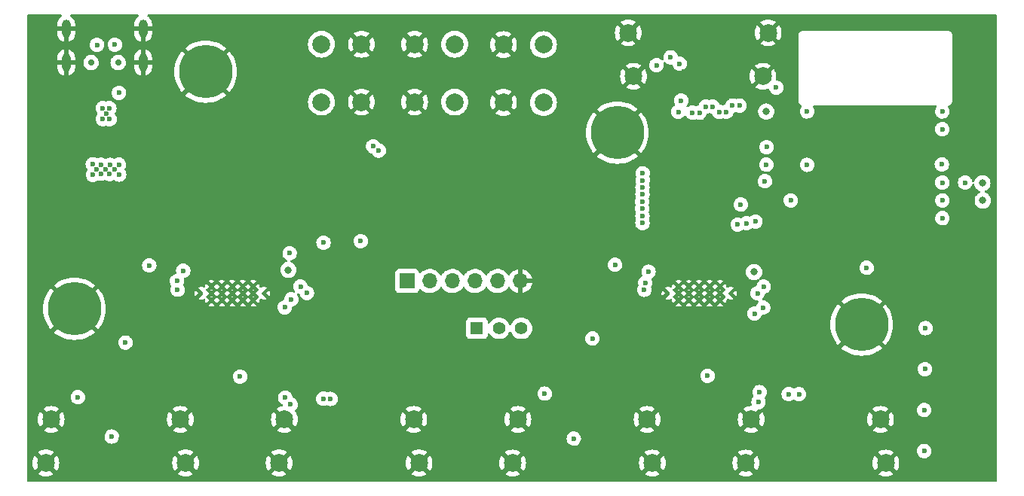
<source format=gbr>
%TF.GenerationSoftware,KiCad,Pcbnew,(6.0.6)*%
%TF.CreationDate,2022-07-25T23:31:33-07:00*%
%TF.ProjectId,HDMI-MUX,48444d49-2d4d-4555-982e-6b696361645f,rev?*%
%TF.SameCoordinates,Original*%
%TF.FileFunction,Copper,L2,Inr*%
%TF.FilePolarity,Positive*%
%FSLAX46Y46*%
G04 Gerber Fmt 4.6, Leading zero omitted, Abs format (unit mm)*
G04 Created by KiCad (PCBNEW (6.0.6)) date 2022-07-25 23:31:33*
%MOMM*%
%LPD*%
G01*
G04 APERTURE LIST*
%TA.AperFunction,ComponentPad*%
%ADD10C,1.995000*%
%TD*%
%TA.AperFunction,ComponentPad*%
%ADD11C,6.000000*%
%TD*%
%TA.AperFunction,ComponentPad*%
%ADD12R,1.700000X1.700000*%
%TD*%
%TA.AperFunction,ComponentPad*%
%ADD13O,1.700000X1.700000*%
%TD*%
%TA.AperFunction,ComponentPad*%
%ADD14C,2.000000*%
%TD*%
%TA.AperFunction,ComponentPad*%
%ADD15C,0.400000*%
%TD*%
%TA.AperFunction,ComponentPad*%
%ADD16R,1.408000X1.408000*%
%TD*%
%TA.AperFunction,ComponentPad*%
%ADD17C,1.408000*%
%TD*%
%TA.AperFunction,ComponentPad*%
%ADD18O,1.000000X2.000000*%
%TD*%
%TA.AperFunction,ViaPad*%
%ADD19C,0.800000*%
%TD*%
%TA.AperFunction,ViaPad*%
%ADD20C,0.600000*%
%TD*%
%TA.AperFunction,ViaPad*%
%ADD21C,0.700000*%
%TD*%
G04 APERTURE END LIST*
D10*
%TO.N,GND*%
%TO.C,J6*%
X59675250Y-63255000D03*
X45175250Y-63255000D03*
X44575250Y-68155000D03*
X60275250Y-68155000D03*
%TD*%
%TO.N,GND*%
%TO.C,J7*%
X33475250Y-63255000D03*
X18975250Y-63255000D03*
X18375250Y-68155000D03*
X34075250Y-68155000D03*
%TD*%
D11*
%TO.N,GND*%
%TO.C,REF\u002A\u002A*%
X109982000Y-52578000D03*
%TD*%
D12*
%TO.N,unconnected-(J1-Pad1)*%
%TO.C,J1*%
X58950000Y-47690000D03*
D13*
%TO.N,/USB_RX*%
X61490000Y-47690000D03*
%TO.N,/USB_TX*%
X64030000Y-47690000D03*
%TO.N,Net-(J1-Pad4)*%
X66570000Y-47690000D03*
%TO.N,unconnected-(J1-Pad5)*%
X69110000Y-47690000D03*
%TO.N,GND*%
X71650000Y-47690000D03*
%TD*%
D14*
%TO.N,GND*%
%TO.C,SW1*%
X69753750Y-21100000D03*
X69753750Y-27600000D03*
%TO.N,Net-(R4-Pad2)*%
X74253750Y-21100000D03*
X74253750Y-27600000D03*
%TD*%
D10*
%TO.N,GND*%
%TO.C,J4*%
X112084500Y-63257500D03*
X97584500Y-63257500D03*
X96984500Y-68157500D03*
X112684500Y-68157500D03*
%TD*%
D11*
%TO.N,GND*%
%TO.C,REF\u002A\u002A*%
X82550000Y-30988000D03*
%TD*%
D15*
%TO.N,GND*%
%TO.C,U4*%
X42849500Y-49057500D03*
X41664500Y-48282500D03*
X41664500Y-49057500D03*
X41664500Y-49832500D03*
X40494500Y-48282500D03*
X40494500Y-49057500D03*
X40494500Y-49832500D03*
X39324500Y-48282500D03*
X39324500Y-49057500D03*
X39324500Y-49832500D03*
X38154500Y-48282500D03*
X38154500Y-49057500D03*
X38154500Y-49832500D03*
X36984500Y-48282500D03*
X36984500Y-49057500D03*
X36984500Y-49832500D03*
X35799500Y-49057500D03*
%TD*%
D10*
%TO.N,GND*%
%TO.C,J5*%
X85884500Y-63257500D03*
X71384500Y-63257500D03*
X70784500Y-68157500D03*
X86484500Y-68157500D03*
%TD*%
D14*
%TO.N,Net-(R10-Pad1)*%
%TO.C,SW2*%
X49323750Y-27550000D03*
X49323750Y-21050000D03*
%TO.N,GND*%
X53823750Y-21050000D03*
X53823750Y-27550000D03*
%TD*%
D15*
%TO.N,GND*%
%TO.C,U3*%
X95268750Y-49060000D03*
X94083750Y-48285000D03*
X94083750Y-49060000D03*
X94083750Y-49835000D03*
X92913750Y-48285000D03*
X92913750Y-49060000D03*
X92913750Y-49835000D03*
X91743750Y-48285000D03*
X91743750Y-49060000D03*
X91743750Y-49835000D03*
X90573750Y-48285000D03*
X90573750Y-49060000D03*
X90573750Y-49835000D03*
X89403750Y-48285000D03*
X89403750Y-49060000D03*
X89403750Y-49835000D03*
X88218750Y-49060000D03*
%TD*%
D11*
%TO.N,GND*%
%TO.C,REF\u002A\u002A*%
X21590000Y-50800000D03*
%TD*%
D16*
%TO.N,Net-(J1-Pad4)*%
%TO.C,SW4*%
X66771500Y-53000000D03*
D17*
%TO.N,+3.3V*%
X69271500Y-53000000D03*
%TO.N,N/C*%
X71771500Y-53000000D03*
%TD*%
D14*
%TO.N,/LED1*%
%TO.C,SW3*%
X64283750Y-21050000D03*
X64283750Y-27550000D03*
%TO.N,GND*%
X59783750Y-21050000D03*
X59783750Y-27550000D03*
%TD*%
D11*
%TO.N,GND*%
%TO.C,REF\u002A\u002A*%
X36322000Y-24130000D03*
%TD*%
D18*
%TO.N,GND*%
%TO.C,J2*%
X20656000Y-23104000D03*
X29296000Y-23104000D03*
X20656000Y-19304000D03*
X29296000Y-19304000D03*
%TD*%
D10*
%TO.N,GND*%
%TO.C,J3*%
X98874500Y-24662500D03*
X84374500Y-24662500D03*
X83774500Y-19762500D03*
X99474500Y-19762500D03*
%TD*%
D19*
%TO.N,GND*%
X123526250Y-40620000D03*
D20*
X81534000Y-49530000D03*
X35052000Y-39624000D03*
X61468000Y-34798000D03*
X70612000Y-30734000D03*
X35560000Y-32004000D03*
X18542000Y-32766000D03*
X26106000Y-19124000D03*
X104902000Y-49784000D03*
X59944000Y-30734000D03*
X101584496Y-63663876D03*
X57912000Y-60198000D03*
X77724000Y-53340000D03*
X88392000Y-60198000D03*
X80264000Y-50800000D03*
X41656000Y-35052000D03*
X90019000Y-24157230D03*
X76454000Y-26162000D03*
X51562000Y-54610000D03*
X25975252Y-63661375D03*
X76200000Y-55118000D03*
X99780000Y-38580000D03*
X82884544Y-63663916D03*
X47752000Y-30734000D03*
X25146000Y-53848000D03*
X79502000Y-34798000D03*
X98044000Y-26924000D03*
X56642000Y-56896000D03*
X33782000Y-51054000D03*
X79884468Y-63663905D03*
X98044000Y-35814000D03*
X98044000Y-30480000D03*
X95874542Y-24256086D03*
X38608000Y-33782000D03*
X78232000Y-24384000D03*
X90170000Y-59182000D03*
X43434000Y-21082000D03*
X28956000Y-50038000D03*
X35052000Y-37338000D03*
X23876000Y-60198000D03*
X76708000Y-34798000D03*
X57658000Y-34798000D03*
X72898000Y-29718000D03*
X110236000Y-58928000D03*
X52578000Y-30734000D03*
X54102000Y-54610000D03*
X39370000Y-62992000D03*
X123190000Y-30734000D03*
X49175240Y-63661383D03*
X28975257Y-63661379D03*
X22830750Y-63760271D03*
X122936000Y-49784000D03*
X35306000Y-60706000D03*
X56675252Y-63661375D03*
X110236000Y-57150000D03*
X47498000Y-34798000D03*
X32258000Y-60706000D03*
X109084499Y-63663874D03*
X44196000Y-51816000D03*
X86868000Y-51816000D03*
X80010000Y-22606000D03*
X103886000Y-53848000D03*
X40386000Y-32004000D03*
X98806000Y-53594000D03*
X92874546Y-24256082D03*
X24892000Y-44704000D03*
X57658000Y-57912000D03*
X104584557Y-63663930D03*
X23876000Y-56388000D03*
X53340000Y-47752000D03*
X36830000Y-35560000D03*
X35052000Y-41656000D03*
X82042000Y-26162000D03*
X27826000Y-29474000D03*
X44450000Y-34798000D03*
D19*
X122991250Y-52970000D03*
D20*
X50530750Y-63760271D03*
X92202000Y-62738000D03*
X27076000Y-29474000D03*
X55626000Y-55880000D03*
X69596000Y-34798000D03*
X45466000Y-30734000D03*
X110490000Y-60452000D03*
X106172000Y-53848000D03*
X54356000Y-34798000D03*
X34290000Y-60706000D03*
X84328000Y-60198000D03*
X89408000Y-59944000D03*
X27826000Y-28224000D03*
X62738000Y-53594000D03*
X81384450Y-63663921D03*
X19050000Y-42164000D03*
X31070000Y-53550000D03*
X38100000Y-38354000D03*
X77029000Y-63762770D03*
X37084000Y-59944000D03*
X42926000Y-28448000D03*
X50038000Y-30734000D03*
X87630000Y-31242000D03*
X76454000Y-32004000D03*
X86614000Y-33782000D03*
X68072000Y-30734000D03*
X87376000Y-28448000D03*
X24136000Y-19124000D03*
X112272500Y-46200000D03*
X64516000Y-65278000D03*
X17780000Y-19304000D03*
X27446000Y-28844000D03*
D19*
X122891250Y-62250000D03*
X122891250Y-66730000D03*
D20*
X74676000Y-33782000D03*
X53675305Y-63661427D03*
X102950000Y-63762771D03*
X18288000Y-55372000D03*
X77470000Y-49022000D03*
X52175302Y-63661424D03*
X22206000Y-23144000D03*
X75240000Y-63762771D03*
X52832000Y-54610000D03*
X100584000Y-53848000D03*
X47330000Y-46460000D03*
X76200000Y-59436000D03*
X48260000Y-51562000D03*
X39624000Y-67564000D03*
X36322000Y-60706000D03*
X85344000Y-60198000D03*
X35052000Y-43688000D03*
X45974000Y-53848000D03*
X27051000Y-28244800D03*
X86360000Y-60198000D03*
X78486000Y-29972000D03*
X37846000Y-59182000D03*
X94374547Y-24256081D03*
X96774000Y-51816000D03*
X78384474Y-63663898D03*
X46990000Y-42164000D03*
X105156000Y-53848000D03*
X91374544Y-24256084D03*
X78994000Y-52070000D03*
X45570000Y-32740000D03*
X72136000Y-34798000D03*
X42926000Y-30734000D03*
D19*
X123001250Y-57650000D03*
D20*
X83170000Y-53310000D03*
X91694000Y-68580000D03*
X107584499Y-63663874D03*
X28318500Y-26514000D03*
X64262000Y-34798000D03*
X51054000Y-34798000D03*
X87376000Y-60198000D03*
X65532000Y-30734000D03*
X62738000Y-30734000D03*
X48260000Y-54610000D03*
X67056000Y-34798000D03*
X26416000Y-52578000D03*
X27475250Y-63661374D03*
X88230000Y-24157229D03*
X55175250Y-63661374D03*
X24619750Y-63760270D03*
X69596000Y-58166000D03*
X40132000Y-36576000D03*
X30475276Y-63661398D03*
D19*
X99620000Y-46680000D03*
D20*
X123698000Y-19812000D03*
X33274000Y-60706000D03*
X27686000Y-51308000D03*
X55118000Y-30734000D03*
X120396000Y-59944000D03*
X22456000Y-24844000D03*
X106084552Y-63663924D03*
%TO.N,/IN_D2+*%
X85363750Y-41166000D03*
X96270500Y-27940000D03*
%TO.N,/IN_D2-*%
X95478500Y-27940000D03*
X85363750Y-40374000D03*
%TO.N,/IN_D1+*%
X94770500Y-28650000D03*
X85333750Y-39546000D03*
%TO.N,/IN_D1-*%
X93978500Y-28650000D03*
X85333750Y-38754000D03*
%TO.N,/USB_RX*%
X119046250Y-28610000D03*
%TO.N,/USB_TX*%
X119046250Y-30610000D03*
D21*
%TO.N,VBUS*%
X26496000Y-23109000D03*
X23456000Y-23109000D03*
D20*
%TO.N,/IN_D0+*%
X85373750Y-37946000D03*
X93270500Y-28068872D03*
%TO.N,/IN_D0-*%
X85373750Y-37154000D03*
X92478500Y-28068872D03*
%TO.N,/IN_CLK+*%
X85384677Y-36354547D03*
X91770500Y-28760000D03*
%TO.N,/IN_CLK-*%
X85384677Y-35562547D03*
X90978500Y-28760000D03*
%TO.N,/IN_CEC*%
X89723750Y-27380000D03*
%TO.N,/IN_SCL*%
X89537481Y-23237731D03*
X45753750Y-44560000D03*
X97053750Y-41190000D03*
X55123750Y-32525500D03*
%TO.N,/IN_SDA*%
X100393750Y-25930000D03*
X55763750Y-33015500D03*
X49553750Y-43370000D03*
X88523750Y-22514500D03*
%TO.N,/IN_HPD*%
X89388250Y-28650731D03*
X86943750Y-23400000D03*
%TO.N,/P1_CEC*%
X98394500Y-61307500D03*
X85686991Y-47875436D03*
%TO.N,/P1_SCL*%
X102944500Y-60407500D03*
X98984500Y-48307500D03*
%TO.N,/P1_SDA*%
X101794500Y-60407500D03*
X98302271Y-49054500D03*
%TO.N,/P1_HPD*%
X85564500Y-48665500D03*
X98514500Y-60187500D03*
%TO.N,/P2_SCL*%
X98924500Y-50677500D03*
X77654500Y-65417500D03*
%TO.N,/P2_SDA*%
X92670231Y-58341769D03*
X97954500Y-51347500D03*
%TO.N,/P2_HPD*%
X74384500Y-60347500D03*
X79750231Y-54153231D03*
%TO.N,/P3_CEC*%
X45844500Y-61557500D03*
X33104500Y-47677500D03*
%TO.N,/P3_SCL*%
X50336566Y-60942507D03*
X46974500Y-48297500D03*
%TO.N,/P3_SDA*%
X49524500Y-60927500D03*
X47698769Y-49033231D03*
%TO.N,/P3_HPD*%
X33164500Y-48663000D03*
X45244500Y-60807500D03*
%TO.N,/P4_SCL*%
X25774500Y-65177500D03*
X45934500Y-49747500D03*
%TO.N,/P4_SDA*%
X45214500Y-50637500D03*
X40184500Y-58437500D03*
%TO.N,/P4_HPD*%
X27315231Y-54608231D03*
X21974500Y-60757500D03*
%TO.N,/LED4*%
X119046250Y-40610000D03*
X117153750Y-52990000D03*
%TO.N,/LED2*%
X119046250Y-38610000D03*
X116991250Y-62200000D03*
%TO.N,/LED1*%
X119046250Y-36610000D03*
X116991250Y-66800000D03*
X121596250Y-36610000D03*
%TO.N,/LED3*%
X118983750Y-34560000D03*
X117093750Y-57600000D03*
%TO.N,Net-(J2-PadB5)*%
X26126000Y-21104000D03*
%TO.N,+3.3V*%
X26593500Y-26514000D03*
D19*
X97897500Y-46680000D03*
D20*
X29990000Y-45930000D03*
X26086000Y-35154000D03*
X25516000Y-28234000D03*
D19*
X45607500Y-46440000D03*
X123536250Y-36680000D03*
D20*
X24776000Y-29464000D03*
X25056000Y-35154000D03*
X99300000Y-32610000D03*
D19*
X99256250Y-28620000D03*
D20*
X25526000Y-29484000D03*
X24546000Y-35614000D03*
X82290000Y-45850000D03*
X25526000Y-35644000D03*
X25576000Y-34614000D03*
X24576000Y-34604000D03*
X23646000Y-34544000D03*
D19*
X123576250Y-38630000D03*
D20*
X23676000Y-35744000D03*
X24776000Y-28234000D03*
X26606000Y-35714000D03*
X99280000Y-34600000D03*
X24056000Y-35114000D03*
X25156000Y-28854000D03*
X110547500Y-46200000D03*
X26586000Y-34594000D03*
%TO.N,Net-(J2-PadA5)*%
X24136000Y-21114000D03*
%TO.N,Net-(R4-Pad2)*%
X103846250Y-28610000D03*
%TO.N,Net-(R10-Pad1)*%
X103846250Y-34610000D03*
X99121935Y-36458185D03*
X96409250Y-39083185D03*
%TO.N,/MUX_B_SEL*%
X96063750Y-41340000D03*
X33803750Y-46520000D03*
%TO.N,/MUX_A_SEL*%
X102013750Y-38610000D03*
X86053750Y-46640000D03*
%TO.N,/MUX_B_EN*%
X53733750Y-43200000D03*
X98052161Y-40998411D03*
%TD*%
%TA.AperFunction,Conductor*%
%TO.N,GND*%
G36*
X20130832Y-17728502D02*
G01*
X20177325Y-17782158D01*
X20187429Y-17852432D01*
X20157935Y-17917012D01*
X20121087Y-17946161D01*
X20106850Y-17953604D01*
X20096585Y-17960321D01*
X19952127Y-18076468D01*
X19943368Y-18085046D01*
X19824222Y-18227039D01*
X19817292Y-18237159D01*
X19727998Y-18399585D01*
X19723166Y-18410858D01*
X19667120Y-18587538D01*
X19664570Y-18599532D01*
X19648393Y-18743761D01*
X19648000Y-18750785D01*
X19648000Y-19031885D01*
X19652475Y-19047124D01*
X19653865Y-19048329D01*
X19661548Y-19050000D01*
X21645885Y-19050000D01*
X21661124Y-19045525D01*
X21662329Y-19044135D01*
X21664000Y-19036452D01*
X21664000Y-18757343D01*
X21663699Y-18751195D01*
X21650188Y-18613397D01*
X21647805Y-18601362D01*
X21594233Y-18423924D01*
X21589559Y-18412584D01*
X21502540Y-18248923D01*
X21495751Y-18238706D01*
X21378603Y-18095067D01*
X21369959Y-18086363D01*
X21227144Y-17968216D01*
X21216973Y-17961356D01*
X21187345Y-17945336D01*
X21136936Y-17895341D01*
X21121559Y-17826030D01*
X21146095Y-17759408D01*
X21202755Y-17716627D01*
X21247274Y-17708500D01*
X28702711Y-17708500D01*
X28770832Y-17728502D01*
X28817325Y-17782158D01*
X28827429Y-17852432D01*
X28797935Y-17917012D01*
X28761087Y-17946161D01*
X28746850Y-17953604D01*
X28736585Y-17960321D01*
X28592127Y-18076468D01*
X28583368Y-18085046D01*
X28464222Y-18227039D01*
X28457292Y-18237159D01*
X28367998Y-18399585D01*
X28363166Y-18410858D01*
X28307120Y-18587538D01*
X28304570Y-18599532D01*
X28288393Y-18743761D01*
X28288000Y-18750785D01*
X28288000Y-19031885D01*
X28292475Y-19047124D01*
X28293865Y-19048329D01*
X28301548Y-19050000D01*
X30285885Y-19050000D01*
X30301124Y-19045525D01*
X30302329Y-19044135D01*
X30304000Y-19036452D01*
X30304000Y-18757343D01*
X30303699Y-18751195D01*
X30290188Y-18613397D01*
X30287805Y-18601362D01*
X30266926Y-18532208D01*
X82908412Y-18532208D01*
X82912195Y-18540984D01*
X83761689Y-19390479D01*
X83775632Y-19398092D01*
X83777466Y-19397961D01*
X83784080Y-19393710D01*
X84633765Y-18544024D01*
X84640217Y-18532208D01*
X98608412Y-18532208D01*
X98612195Y-18540984D01*
X99461689Y-19390479D01*
X99475632Y-19398092D01*
X99477466Y-19397961D01*
X99484080Y-19393710D01*
X100333765Y-18544024D01*
X100340522Y-18531649D01*
X100334795Y-18523998D01*
X100164319Y-18419530D01*
X100155524Y-18415048D01*
X99945737Y-18328151D01*
X99936352Y-18325102D01*
X99715553Y-18272093D01*
X99705806Y-18270550D01*
X99479430Y-18252733D01*
X99469570Y-18252733D01*
X99243194Y-18270550D01*
X99233447Y-18272093D01*
X99012648Y-18325102D01*
X99003263Y-18328151D01*
X98793476Y-18415048D01*
X98784681Y-18419530D01*
X98617874Y-18521750D01*
X98608412Y-18532208D01*
X84640217Y-18532208D01*
X84640522Y-18531649D01*
X84634795Y-18523998D01*
X84464319Y-18419530D01*
X84455524Y-18415048D01*
X84245737Y-18328151D01*
X84236352Y-18325102D01*
X84015553Y-18272093D01*
X84005806Y-18270550D01*
X83779430Y-18252733D01*
X83769570Y-18252733D01*
X83543194Y-18270550D01*
X83533447Y-18272093D01*
X83312648Y-18325102D01*
X83303263Y-18328151D01*
X83093476Y-18415048D01*
X83084681Y-18419530D01*
X82917874Y-18521750D01*
X82908412Y-18532208D01*
X30266926Y-18532208D01*
X30234233Y-18423924D01*
X30229559Y-18412584D01*
X30142540Y-18248923D01*
X30135751Y-18238706D01*
X30018603Y-18095067D01*
X30009959Y-18086363D01*
X29867144Y-17968216D01*
X29856973Y-17961356D01*
X29827345Y-17945336D01*
X29776936Y-17895341D01*
X29761559Y-17826030D01*
X29786095Y-17759408D01*
X29842755Y-17716627D01*
X29887274Y-17708500D01*
X125055500Y-17708500D01*
X125123621Y-17728502D01*
X125170114Y-17782158D01*
X125181500Y-17834500D01*
X125181500Y-70115500D01*
X125161498Y-70183621D01*
X125107842Y-70230114D01*
X125055500Y-70241500D01*
X16394500Y-70241500D01*
X16326379Y-70221498D01*
X16279886Y-70167842D01*
X16268500Y-70115500D01*
X16268500Y-69385851D01*
X17509228Y-69385851D01*
X17514955Y-69393502D01*
X17685431Y-69497970D01*
X17694226Y-69502452D01*
X17904013Y-69589349D01*
X17913398Y-69592398D01*
X18134197Y-69645407D01*
X18143944Y-69646950D01*
X18370320Y-69664767D01*
X18380180Y-69664767D01*
X18606556Y-69646950D01*
X18616303Y-69645407D01*
X18837102Y-69592398D01*
X18846487Y-69589349D01*
X19056274Y-69502452D01*
X19065069Y-69497970D01*
X19231876Y-69395750D01*
X19240832Y-69385851D01*
X33209228Y-69385851D01*
X33214955Y-69393502D01*
X33385431Y-69497970D01*
X33394226Y-69502452D01*
X33604013Y-69589349D01*
X33613398Y-69592398D01*
X33834197Y-69645407D01*
X33843944Y-69646950D01*
X34070320Y-69664767D01*
X34080180Y-69664767D01*
X34306556Y-69646950D01*
X34316303Y-69645407D01*
X34537102Y-69592398D01*
X34546487Y-69589349D01*
X34756274Y-69502452D01*
X34765069Y-69497970D01*
X34931876Y-69395750D01*
X34940832Y-69385851D01*
X43709228Y-69385851D01*
X43714955Y-69393502D01*
X43885431Y-69497970D01*
X43894226Y-69502452D01*
X44104013Y-69589349D01*
X44113398Y-69592398D01*
X44334197Y-69645407D01*
X44343944Y-69646950D01*
X44570320Y-69664767D01*
X44580180Y-69664767D01*
X44806556Y-69646950D01*
X44816303Y-69645407D01*
X45037102Y-69592398D01*
X45046487Y-69589349D01*
X45256274Y-69502452D01*
X45265069Y-69497970D01*
X45431876Y-69395750D01*
X45440832Y-69385851D01*
X59409228Y-69385851D01*
X59414955Y-69393502D01*
X59585431Y-69497970D01*
X59594226Y-69502452D01*
X59804013Y-69589349D01*
X59813398Y-69592398D01*
X60034197Y-69645407D01*
X60043944Y-69646950D01*
X60270320Y-69664767D01*
X60280180Y-69664767D01*
X60506556Y-69646950D01*
X60516303Y-69645407D01*
X60737102Y-69592398D01*
X60746487Y-69589349D01*
X60956274Y-69502452D01*
X60965069Y-69497970D01*
X61131876Y-69395750D01*
X61138570Y-69388351D01*
X69918478Y-69388351D01*
X69924205Y-69396002D01*
X70094681Y-69500470D01*
X70103476Y-69504952D01*
X70313263Y-69591849D01*
X70322648Y-69594898D01*
X70543447Y-69647907D01*
X70553194Y-69649450D01*
X70779570Y-69667267D01*
X70789430Y-69667267D01*
X71015806Y-69649450D01*
X71025553Y-69647907D01*
X71246352Y-69594898D01*
X71255737Y-69591849D01*
X71465524Y-69504952D01*
X71474319Y-69500470D01*
X71641126Y-69398250D01*
X71650082Y-69388351D01*
X85618478Y-69388351D01*
X85624205Y-69396002D01*
X85794681Y-69500470D01*
X85803476Y-69504952D01*
X86013263Y-69591849D01*
X86022648Y-69594898D01*
X86243447Y-69647907D01*
X86253194Y-69649450D01*
X86479570Y-69667267D01*
X86489430Y-69667267D01*
X86715806Y-69649450D01*
X86725553Y-69647907D01*
X86946352Y-69594898D01*
X86955737Y-69591849D01*
X87165524Y-69504952D01*
X87174319Y-69500470D01*
X87341126Y-69398250D01*
X87350082Y-69388351D01*
X96118478Y-69388351D01*
X96124205Y-69396002D01*
X96294681Y-69500470D01*
X96303476Y-69504952D01*
X96513263Y-69591849D01*
X96522648Y-69594898D01*
X96743447Y-69647907D01*
X96753194Y-69649450D01*
X96979570Y-69667267D01*
X96989430Y-69667267D01*
X97215806Y-69649450D01*
X97225553Y-69647907D01*
X97446352Y-69594898D01*
X97455737Y-69591849D01*
X97665524Y-69504952D01*
X97674319Y-69500470D01*
X97841126Y-69398250D01*
X97850082Y-69388351D01*
X111818478Y-69388351D01*
X111824205Y-69396002D01*
X111994681Y-69500470D01*
X112003476Y-69504952D01*
X112213263Y-69591849D01*
X112222648Y-69594898D01*
X112443447Y-69647907D01*
X112453194Y-69649450D01*
X112679570Y-69667267D01*
X112689430Y-69667267D01*
X112915806Y-69649450D01*
X112925553Y-69647907D01*
X113146352Y-69594898D01*
X113155737Y-69591849D01*
X113365524Y-69504952D01*
X113374319Y-69500470D01*
X113541126Y-69398250D01*
X113550588Y-69387792D01*
X113546805Y-69379016D01*
X112697311Y-68529521D01*
X112683368Y-68521908D01*
X112681534Y-68522039D01*
X112674920Y-68526290D01*
X111825235Y-69375976D01*
X111818478Y-69388351D01*
X97850082Y-69388351D01*
X97850588Y-69387792D01*
X97846805Y-69379016D01*
X96997311Y-68529521D01*
X96983368Y-68521908D01*
X96981534Y-68522039D01*
X96974920Y-68526290D01*
X96125235Y-69375976D01*
X96118478Y-69388351D01*
X87350082Y-69388351D01*
X87350588Y-69387792D01*
X87346805Y-69379016D01*
X86497311Y-68529521D01*
X86483368Y-68521908D01*
X86481534Y-68522039D01*
X86474920Y-68526290D01*
X85625235Y-69375976D01*
X85618478Y-69388351D01*
X71650082Y-69388351D01*
X71650588Y-69387792D01*
X71646805Y-69379016D01*
X70797311Y-68529521D01*
X70783368Y-68521908D01*
X70781534Y-68522039D01*
X70774920Y-68526290D01*
X69925235Y-69375976D01*
X69918478Y-69388351D01*
X61138570Y-69388351D01*
X61141338Y-69385292D01*
X61137555Y-69376516D01*
X60288061Y-68527021D01*
X60274118Y-68519408D01*
X60272284Y-68519539D01*
X60265670Y-68523790D01*
X59415985Y-69373476D01*
X59409228Y-69385851D01*
X45440832Y-69385851D01*
X45441338Y-69385292D01*
X45437555Y-69376516D01*
X44588061Y-68527021D01*
X44574118Y-68519408D01*
X44572284Y-68519539D01*
X44565670Y-68523790D01*
X43715985Y-69373476D01*
X43709228Y-69385851D01*
X34940832Y-69385851D01*
X34941338Y-69385292D01*
X34937555Y-69376516D01*
X34088061Y-68527021D01*
X34074118Y-68519408D01*
X34072284Y-68519539D01*
X34065670Y-68523790D01*
X33215985Y-69373476D01*
X33209228Y-69385851D01*
X19240832Y-69385851D01*
X19241338Y-69385292D01*
X19237555Y-69376516D01*
X18388061Y-68527021D01*
X18374118Y-68519408D01*
X18372284Y-68519539D01*
X18365670Y-68523790D01*
X17515985Y-69373476D01*
X17509228Y-69385851D01*
X16268500Y-69385851D01*
X16268500Y-68159930D01*
X16865483Y-68159930D01*
X16883300Y-68386306D01*
X16884843Y-68396053D01*
X16937852Y-68616852D01*
X16940901Y-68626237D01*
X17027798Y-68836024D01*
X17032280Y-68844819D01*
X17134500Y-69011626D01*
X17144958Y-69021088D01*
X17153734Y-69017305D01*
X18003229Y-68167811D01*
X18009606Y-68156132D01*
X18739658Y-68156132D01*
X18739789Y-68157966D01*
X18744040Y-68164580D01*
X19593726Y-69014265D01*
X19606101Y-69021022D01*
X19613752Y-69015295D01*
X19718220Y-68844819D01*
X19722702Y-68836024D01*
X19809599Y-68626237D01*
X19812648Y-68616852D01*
X19865657Y-68396053D01*
X19867200Y-68386306D01*
X19885017Y-68159930D01*
X32565483Y-68159930D01*
X32583300Y-68386306D01*
X32584843Y-68396053D01*
X32637852Y-68616852D01*
X32640901Y-68626237D01*
X32727798Y-68836024D01*
X32732280Y-68844819D01*
X32834500Y-69011626D01*
X32844958Y-69021088D01*
X32853734Y-69017305D01*
X33703229Y-68167811D01*
X33709606Y-68156132D01*
X34439658Y-68156132D01*
X34439789Y-68157966D01*
X34444040Y-68164580D01*
X35293726Y-69014265D01*
X35306101Y-69021022D01*
X35313752Y-69015295D01*
X35418220Y-68844819D01*
X35422702Y-68836024D01*
X35509599Y-68626237D01*
X35512648Y-68616852D01*
X35565657Y-68396053D01*
X35567200Y-68386306D01*
X35585017Y-68159930D01*
X43065483Y-68159930D01*
X43083300Y-68386306D01*
X43084843Y-68396053D01*
X43137852Y-68616852D01*
X43140901Y-68626237D01*
X43227798Y-68836024D01*
X43232280Y-68844819D01*
X43334500Y-69011626D01*
X43344958Y-69021088D01*
X43353734Y-69017305D01*
X44203229Y-68167811D01*
X44209606Y-68156132D01*
X44939658Y-68156132D01*
X44939789Y-68157966D01*
X44944040Y-68164580D01*
X45793726Y-69014265D01*
X45806101Y-69021022D01*
X45813752Y-69015295D01*
X45918220Y-68844819D01*
X45922702Y-68836024D01*
X46009599Y-68626237D01*
X46012648Y-68616852D01*
X46065657Y-68396053D01*
X46067200Y-68386306D01*
X46085017Y-68159930D01*
X58765483Y-68159930D01*
X58783300Y-68386306D01*
X58784843Y-68396053D01*
X58837852Y-68616852D01*
X58840901Y-68626237D01*
X58927798Y-68836024D01*
X58932280Y-68844819D01*
X59034500Y-69011626D01*
X59044958Y-69021088D01*
X59053734Y-69017305D01*
X59903229Y-68167811D01*
X59909606Y-68156132D01*
X60639658Y-68156132D01*
X60639789Y-68157966D01*
X60644040Y-68164580D01*
X61493726Y-69014265D01*
X61506101Y-69021022D01*
X61513752Y-69015295D01*
X61618220Y-68844819D01*
X61622702Y-68836024D01*
X61709599Y-68626237D01*
X61712648Y-68616852D01*
X61765657Y-68396053D01*
X61767200Y-68386306D01*
X61784820Y-68162430D01*
X69274733Y-68162430D01*
X69292550Y-68388806D01*
X69294093Y-68398553D01*
X69347102Y-68619352D01*
X69350151Y-68628737D01*
X69437048Y-68838524D01*
X69441530Y-68847319D01*
X69543750Y-69014126D01*
X69554208Y-69023588D01*
X69562984Y-69019805D01*
X70412479Y-68170311D01*
X70418856Y-68158632D01*
X71148908Y-68158632D01*
X71149039Y-68160466D01*
X71153290Y-68167080D01*
X72002976Y-69016765D01*
X72015351Y-69023522D01*
X72023002Y-69017795D01*
X72127470Y-68847319D01*
X72131952Y-68838524D01*
X72218849Y-68628737D01*
X72221898Y-68619352D01*
X72274907Y-68398553D01*
X72276450Y-68388806D01*
X72294267Y-68162430D01*
X84974733Y-68162430D01*
X84992550Y-68388806D01*
X84994093Y-68398553D01*
X85047102Y-68619352D01*
X85050151Y-68628737D01*
X85137048Y-68838524D01*
X85141530Y-68847319D01*
X85243750Y-69014126D01*
X85254208Y-69023588D01*
X85262984Y-69019805D01*
X86112479Y-68170311D01*
X86118856Y-68158632D01*
X86848908Y-68158632D01*
X86849039Y-68160466D01*
X86853290Y-68167080D01*
X87702976Y-69016765D01*
X87715351Y-69023522D01*
X87723002Y-69017795D01*
X87827470Y-68847319D01*
X87831952Y-68838524D01*
X87918849Y-68628737D01*
X87921898Y-68619352D01*
X87974907Y-68398553D01*
X87976450Y-68388806D01*
X87994267Y-68162430D01*
X95474733Y-68162430D01*
X95492550Y-68388806D01*
X95494093Y-68398553D01*
X95547102Y-68619352D01*
X95550151Y-68628737D01*
X95637048Y-68838524D01*
X95641530Y-68847319D01*
X95743750Y-69014126D01*
X95754208Y-69023588D01*
X95762984Y-69019805D01*
X96612479Y-68170311D01*
X96618856Y-68158632D01*
X97348908Y-68158632D01*
X97349039Y-68160466D01*
X97353290Y-68167080D01*
X98202976Y-69016765D01*
X98215351Y-69023522D01*
X98223002Y-69017795D01*
X98327470Y-68847319D01*
X98331952Y-68838524D01*
X98418849Y-68628737D01*
X98421898Y-68619352D01*
X98474907Y-68398553D01*
X98476450Y-68388806D01*
X98494267Y-68162430D01*
X111174733Y-68162430D01*
X111192550Y-68388806D01*
X111194093Y-68398553D01*
X111247102Y-68619352D01*
X111250151Y-68628737D01*
X111337048Y-68838524D01*
X111341530Y-68847319D01*
X111443750Y-69014126D01*
X111454208Y-69023588D01*
X111462984Y-69019805D01*
X112312479Y-68170311D01*
X112318856Y-68158632D01*
X113048908Y-68158632D01*
X113049039Y-68160466D01*
X113053290Y-68167080D01*
X113902976Y-69016765D01*
X113915351Y-69023522D01*
X113923002Y-69017795D01*
X114027470Y-68847319D01*
X114031952Y-68838524D01*
X114118849Y-68628737D01*
X114121898Y-68619352D01*
X114174907Y-68398553D01*
X114176450Y-68388806D01*
X114194267Y-68162430D01*
X114194267Y-68152570D01*
X114176450Y-67926194D01*
X114174907Y-67916447D01*
X114121898Y-67695648D01*
X114118849Y-67686263D01*
X114031952Y-67476476D01*
X114027470Y-67467681D01*
X113925250Y-67300874D01*
X113914792Y-67291412D01*
X113906016Y-67295195D01*
X113056521Y-68144689D01*
X113048908Y-68158632D01*
X112318856Y-68158632D01*
X112320092Y-68156368D01*
X112319961Y-68154534D01*
X112315710Y-68147920D01*
X111466024Y-67298235D01*
X111453649Y-67291478D01*
X111445998Y-67297205D01*
X111341530Y-67467681D01*
X111337048Y-67476476D01*
X111250151Y-67686263D01*
X111247102Y-67695648D01*
X111194093Y-67916447D01*
X111192550Y-67926194D01*
X111174733Y-68152570D01*
X111174733Y-68162430D01*
X98494267Y-68162430D01*
X98494267Y-68152570D01*
X98476450Y-67926194D01*
X98474907Y-67916447D01*
X98421898Y-67695648D01*
X98418849Y-67686263D01*
X98331952Y-67476476D01*
X98327470Y-67467681D01*
X98225250Y-67300874D01*
X98214792Y-67291412D01*
X98206016Y-67295195D01*
X97356521Y-68144689D01*
X97348908Y-68158632D01*
X96618856Y-68158632D01*
X96620092Y-68156368D01*
X96619961Y-68154534D01*
X96615710Y-68147920D01*
X95766024Y-67298235D01*
X95753649Y-67291478D01*
X95745998Y-67297205D01*
X95641530Y-67467681D01*
X95637048Y-67476476D01*
X95550151Y-67686263D01*
X95547102Y-67695648D01*
X95494093Y-67916447D01*
X95492550Y-67926194D01*
X95474733Y-68152570D01*
X95474733Y-68162430D01*
X87994267Y-68162430D01*
X87994267Y-68152570D01*
X87976450Y-67926194D01*
X87974907Y-67916447D01*
X87921898Y-67695648D01*
X87918849Y-67686263D01*
X87831952Y-67476476D01*
X87827470Y-67467681D01*
X87725250Y-67300874D01*
X87714792Y-67291412D01*
X87706016Y-67295195D01*
X86856521Y-68144689D01*
X86848908Y-68158632D01*
X86118856Y-68158632D01*
X86120092Y-68156368D01*
X86119961Y-68154534D01*
X86115710Y-68147920D01*
X85266024Y-67298235D01*
X85253649Y-67291478D01*
X85245998Y-67297205D01*
X85141530Y-67467681D01*
X85137048Y-67476476D01*
X85050151Y-67686263D01*
X85047102Y-67695648D01*
X84994093Y-67916447D01*
X84992550Y-67926194D01*
X84974733Y-68152570D01*
X84974733Y-68162430D01*
X72294267Y-68162430D01*
X72294267Y-68152570D01*
X72276450Y-67926194D01*
X72274907Y-67916447D01*
X72221898Y-67695648D01*
X72218849Y-67686263D01*
X72131952Y-67476476D01*
X72127470Y-67467681D01*
X72025250Y-67300874D01*
X72014792Y-67291412D01*
X72006016Y-67295195D01*
X71156521Y-68144689D01*
X71148908Y-68158632D01*
X70418856Y-68158632D01*
X70420092Y-68156368D01*
X70419961Y-68154534D01*
X70415710Y-68147920D01*
X69566024Y-67298235D01*
X69553649Y-67291478D01*
X69545998Y-67297205D01*
X69441530Y-67467681D01*
X69437048Y-67476476D01*
X69350151Y-67686263D01*
X69347102Y-67695648D01*
X69294093Y-67916447D01*
X69292550Y-67926194D01*
X69274733Y-68152570D01*
X69274733Y-68162430D01*
X61784820Y-68162430D01*
X61785017Y-68159930D01*
X61785017Y-68150070D01*
X61767200Y-67923694D01*
X61765657Y-67913947D01*
X61712648Y-67693148D01*
X61709599Y-67683763D01*
X61622702Y-67473976D01*
X61618220Y-67465181D01*
X61516000Y-67298374D01*
X61505542Y-67288912D01*
X61496766Y-67292695D01*
X60647271Y-68142189D01*
X60639658Y-68156132D01*
X59909606Y-68156132D01*
X59910842Y-68153868D01*
X59910711Y-68152034D01*
X59906460Y-68145420D01*
X59056774Y-67295735D01*
X59044399Y-67288978D01*
X59036748Y-67294705D01*
X58932280Y-67465181D01*
X58927798Y-67473976D01*
X58840901Y-67683763D01*
X58837852Y-67693148D01*
X58784843Y-67913947D01*
X58783300Y-67923694D01*
X58765483Y-68150070D01*
X58765483Y-68159930D01*
X46085017Y-68159930D01*
X46085017Y-68150070D01*
X46067200Y-67923694D01*
X46065657Y-67913947D01*
X46012648Y-67693148D01*
X46009599Y-67683763D01*
X45922702Y-67473976D01*
X45918220Y-67465181D01*
X45816000Y-67298374D01*
X45805542Y-67288912D01*
X45796766Y-67292695D01*
X44947271Y-68142189D01*
X44939658Y-68156132D01*
X44209606Y-68156132D01*
X44210842Y-68153868D01*
X44210711Y-68152034D01*
X44206460Y-68145420D01*
X43356774Y-67295735D01*
X43344399Y-67288978D01*
X43336748Y-67294705D01*
X43232280Y-67465181D01*
X43227798Y-67473976D01*
X43140901Y-67683763D01*
X43137852Y-67693148D01*
X43084843Y-67913947D01*
X43083300Y-67923694D01*
X43065483Y-68150070D01*
X43065483Y-68159930D01*
X35585017Y-68159930D01*
X35585017Y-68150070D01*
X35567200Y-67923694D01*
X35565657Y-67913947D01*
X35512648Y-67693148D01*
X35509599Y-67683763D01*
X35422702Y-67473976D01*
X35418220Y-67465181D01*
X35316000Y-67298374D01*
X35305542Y-67288912D01*
X35296766Y-67292695D01*
X34447271Y-68142189D01*
X34439658Y-68156132D01*
X33709606Y-68156132D01*
X33710842Y-68153868D01*
X33710711Y-68152034D01*
X33706460Y-68145420D01*
X32856774Y-67295735D01*
X32844399Y-67288978D01*
X32836748Y-67294705D01*
X32732280Y-67465181D01*
X32727798Y-67473976D01*
X32640901Y-67683763D01*
X32637852Y-67693148D01*
X32584843Y-67913947D01*
X32583300Y-67923694D01*
X32565483Y-68150070D01*
X32565483Y-68159930D01*
X19885017Y-68159930D01*
X19885017Y-68150070D01*
X19867200Y-67923694D01*
X19865657Y-67913947D01*
X19812648Y-67693148D01*
X19809599Y-67683763D01*
X19722702Y-67473976D01*
X19718220Y-67465181D01*
X19616000Y-67298374D01*
X19605542Y-67288912D01*
X19596766Y-67292695D01*
X18747271Y-68142189D01*
X18739658Y-68156132D01*
X18009606Y-68156132D01*
X18010842Y-68153868D01*
X18010711Y-68152034D01*
X18006460Y-68145420D01*
X17156774Y-67295735D01*
X17144399Y-67288978D01*
X17136748Y-67294705D01*
X17032280Y-67465181D01*
X17027798Y-67473976D01*
X16940901Y-67683763D01*
X16937852Y-67693148D01*
X16884843Y-67913947D01*
X16883300Y-67923694D01*
X16865483Y-68150070D01*
X16865483Y-68159930D01*
X16268500Y-68159930D01*
X16268500Y-66924708D01*
X17509162Y-66924708D01*
X17512945Y-66933484D01*
X18362439Y-67782979D01*
X18376382Y-67790592D01*
X18378216Y-67790461D01*
X18384830Y-67786210D01*
X19234515Y-66936524D01*
X19240967Y-66924708D01*
X33209162Y-66924708D01*
X33212945Y-66933484D01*
X34062439Y-67782979D01*
X34076382Y-67790592D01*
X34078216Y-67790461D01*
X34084830Y-67786210D01*
X34934515Y-66936524D01*
X34940967Y-66924708D01*
X43709162Y-66924708D01*
X43712945Y-66933484D01*
X44562439Y-67782979D01*
X44576382Y-67790592D01*
X44578216Y-67790461D01*
X44584830Y-67786210D01*
X45434515Y-66936524D01*
X45440967Y-66924708D01*
X59409162Y-66924708D01*
X59412945Y-66933484D01*
X60262439Y-67782979D01*
X60276382Y-67790592D01*
X60278216Y-67790461D01*
X60284830Y-67786210D01*
X61134515Y-66936524D01*
X61139602Y-66927208D01*
X69918412Y-66927208D01*
X69922195Y-66935984D01*
X70771689Y-67785479D01*
X70785632Y-67793092D01*
X70787466Y-67792961D01*
X70794080Y-67788710D01*
X71643765Y-66939024D01*
X71650217Y-66927208D01*
X85618412Y-66927208D01*
X85622195Y-66935984D01*
X86471689Y-67785479D01*
X86485632Y-67793092D01*
X86487466Y-67792961D01*
X86494080Y-67788710D01*
X87343765Y-66939024D01*
X87350217Y-66927208D01*
X96118412Y-66927208D01*
X96122195Y-66935984D01*
X96971689Y-67785479D01*
X96985632Y-67793092D01*
X96987466Y-67792961D01*
X96994080Y-67788710D01*
X97843765Y-66939024D01*
X97850217Y-66927208D01*
X111818412Y-66927208D01*
X111822195Y-66935984D01*
X112671689Y-67785479D01*
X112685632Y-67793092D01*
X112687466Y-67792961D01*
X112694080Y-67788710D01*
X113543765Y-66939024D01*
X113550522Y-66926649D01*
X113544795Y-66918998D01*
X113374319Y-66814530D01*
X113365524Y-66810048D01*
X113313841Y-66788640D01*
X116177713Y-66788640D01*
X116195413Y-66969160D01*
X116252668Y-67141273D01*
X116256315Y-67147295D01*
X116256316Y-67147297D01*
X116342121Y-67288978D01*
X116346630Y-67296424D01*
X116472632Y-67426902D01*
X116624409Y-67526222D01*
X116631013Y-67528678D01*
X116631015Y-67528679D01*
X116787808Y-67586990D01*
X116787810Y-67586990D01*
X116794418Y-67589448D01*
X116878245Y-67600633D01*
X116967230Y-67612507D01*
X116967234Y-67612507D01*
X116974211Y-67613438D01*
X116981222Y-67612800D01*
X116981226Y-67612800D01*
X117123709Y-67599832D01*
X117154850Y-67596998D01*
X117161552Y-67594820D01*
X117161554Y-67594820D01*
X117320659Y-67543124D01*
X117320662Y-67543123D01*
X117327358Y-67540947D01*
X117450263Y-67467681D01*
X117477110Y-67451677D01*
X117477112Y-67451676D01*
X117483162Y-67448069D01*
X117614516Y-67322982D01*
X117714893Y-67171902D01*
X117779305Y-67002338D01*
X117780285Y-66995366D01*
X117803998Y-66826639D01*
X117803998Y-66826636D01*
X117804549Y-66822717D01*
X117804866Y-66800000D01*
X117784647Y-66619745D01*
X117782330Y-66613091D01*
X117727314Y-66455106D01*
X117727312Y-66455103D01*
X117724995Y-66448448D01*
X117628876Y-66294624D01*
X117565633Y-66230938D01*
X117506028Y-66170915D01*
X117506024Y-66170912D01*
X117501065Y-66165918D01*
X117489947Y-66158862D01*
X117441788Y-66128300D01*
X117347916Y-66068727D01*
X117290438Y-66048260D01*
X117183675Y-66010243D01*
X117183670Y-66010242D01*
X117177040Y-66007881D01*
X117170052Y-66007048D01*
X117170049Y-66007047D01*
X117034953Y-65990938D01*
X116996930Y-65986404D01*
X116989927Y-65987140D01*
X116989926Y-65987140D01*
X116823538Y-66004628D01*
X116823536Y-66004629D01*
X116816538Y-66005364D01*
X116644829Y-66063818D01*
X116630707Y-66072506D01*
X116496345Y-66155166D01*
X116496342Y-66155168D01*
X116490338Y-66158862D01*
X116485303Y-66163793D01*
X116485300Y-66163795D01*
X116365775Y-66280843D01*
X116360743Y-66285771D01*
X116262485Y-66438238D01*
X116260076Y-66444858D01*
X116260074Y-66444861D01*
X116202856Y-66602066D01*
X116200447Y-66608685D01*
X116177713Y-66788640D01*
X113313841Y-66788640D01*
X113155737Y-66723151D01*
X113146352Y-66720102D01*
X112925553Y-66667093D01*
X112915806Y-66665550D01*
X112689430Y-66647733D01*
X112679570Y-66647733D01*
X112453194Y-66665550D01*
X112443447Y-66667093D01*
X112222648Y-66720102D01*
X112213263Y-66723151D01*
X112003476Y-66810048D01*
X111994681Y-66814530D01*
X111827874Y-66916750D01*
X111818412Y-66927208D01*
X97850217Y-66927208D01*
X97850522Y-66926649D01*
X97844795Y-66918998D01*
X97674319Y-66814530D01*
X97665524Y-66810048D01*
X97455737Y-66723151D01*
X97446352Y-66720102D01*
X97225553Y-66667093D01*
X97215806Y-66665550D01*
X96989430Y-66647733D01*
X96979570Y-66647733D01*
X96753194Y-66665550D01*
X96743447Y-66667093D01*
X96522648Y-66720102D01*
X96513263Y-66723151D01*
X96303476Y-66810048D01*
X96294681Y-66814530D01*
X96127874Y-66916750D01*
X96118412Y-66927208D01*
X87350217Y-66927208D01*
X87350522Y-66926649D01*
X87344795Y-66918998D01*
X87174319Y-66814530D01*
X87165524Y-66810048D01*
X86955737Y-66723151D01*
X86946352Y-66720102D01*
X86725553Y-66667093D01*
X86715806Y-66665550D01*
X86489430Y-66647733D01*
X86479570Y-66647733D01*
X86253194Y-66665550D01*
X86243447Y-66667093D01*
X86022648Y-66720102D01*
X86013263Y-66723151D01*
X85803476Y-66810048D01*
X85794681Y-66814530D01*
X85627874Y-66916750D01*
X85618412Y-66927208D01*
X71650217Y-66927208D01*
X71650522Y-66926649D01*
X71644795Y-66918998D01*
X71474319Y-66814530D01*
X71465524Y-66810048D01*
X71255737Y-66723151D01*
X71246352Y-66720102D01*
X71025553Y-66667093D01*
X71015806Y-66665550D01*
X70789430Y-66647733D01*
X70779570Y-66647733D01*
X70553194Y-66665550D01*
X70543447Y-66667093D01*
X70322648Y-66720102D01*
X70313263Y-66723151D01*
X70103476Y-66810048D01*
X70094681Y-66814530D01*
X69927874Y-66916750D01*
X69918412Y-66927208D01*
X61139602Y-66927208D01*
X61141272Y-66924149D01*
X61135545Y-66916498D01*
X60965069Y-66812030D01*
X60956274Y-66807548D01*
X60746487Y-66720651D01*
X60737102Y-66717602D01*
X60516303Y-66664593D01*
X60506556Y-66663050D01*
X60280180Y-66645233D01*
X60270320Y-66645233D01*
X60043944Y-66663050D01*
X60034197Y-66664593D01*
X59813398Y-66717602D01*
X59804013Y-66720651D01*
X59594226Y-66807548D01*
X59585431Y-66812030D01*
X59418624Y-66914250D01*
X59409162Y-66924708D01*
X45440967Y-66924708D01*
X45441272Y-66924149D01*
X45435545Y-66916498D01*
X45265069Y-66812030D01*
X45256274Y-66807548D01*
X45046487Y-66720651D01*
X45037102Y-66717602D01*
X44816303Y-66664593D01*
X44806556Y-66663050D01*
X44580180Y-66645233D01*
X44570320Y-66645233D01*
X44343944Y-66663050D01*
X44334197Y-66664593D01*
X44113398Y-66717602D01*
X44104013Y-66720651D01*
X43894226Y-66807548D01*
X43885431Y-66812030D01*
X43718624Y-66914250D01*
X43709162Y-66924708D01*
X34940967Y-66924708D01*
X34941272Y-66924149D01*
X34935545Y-66916498D01*
X34765069Y-66812030D01*
X34756274Y-66807548D01*
X34546487Y-66720651D01*
X34537102Y-66717602D01*
X34316303Y-66664593D01*
X34306556Y-66663050D01*
X34080180Y-66645233D01*
X34070320Y-66645233D01*
X33843944Y-66663050D01*
X33834197Y-66664593D01*
X33613398Y-66717602D01*
X33604013Y-66720651D01*
X33394226Y-66807548D01*
X33385431Y-66812030D01*
X33218624Y-66914250D01*
X33209162Y-66924708D01*
X19240967Y-66924708D01*
X19241272Y-66924149D01*
X19235545Y-66916498D01*
X19065069Y-66812030D01*
X19056274Y-66807548D01*
X18846487Y-66720651D01*
X18837102Y-66717602D01*
X18616303Y-66664593D01*
X18606556Y-66663050D01*
X18380180Y-66645233D01*
X18370320Y-66645233D01*
X18143944Y-66663050D01*
X18134197Y-66664593D01*
X17913398Y-66717602D01*
X17904013Y-66720651D01*
X17694226Y-66807548D01*
X17685431Y-66812030D01*
X17518624Y-66914250D01*
X17509162Y-66924708D01*
X16268500Y-66924708D01*
X16268500Y-65166140D01*
X24960963Y-65166140D01*
X24978663Y-65346660D01*
X25035918Y-65518773D01*
X25039565Y-65524795D01*
X25039566Y-65524797D01*
X25101111Y-65626420D01*
X25129880Y-65673924D01*
X25255882Y-65804402D01*
X25407659Y-65903722D01*
X25414263Y-65906178D01*
X25414265Y-65906179D01*
X25571058Y-65964490D01*
X25571060Y-65964490D01*
X25577668Y-65966948D01*
X25661495Y-65978133D01*
X25750480Y-65990007D01*
X25750484Y-65990007D01*
X25757461Y-65990938D01*
X25764472Y-65990300D01*
X25764476Y-65990300D01*
X25906959Y-65977332D01*
X25938100Y-65974498D01*
X25944802Y-65972320D01*
X25944804Y-65972320D01*
X26103909Y-65920624D01*
X26103912Y-65920623D01*
X26110608Y-65918447D01*
X26266412Y-65825569D01*
X26397766Y-65700482D01*
X26498143Y-65549402D01*
X26546743Y-65421462D01*
X26552564Y-65406140D01*
X76840963Y-65406140D01*
X76858663Y-65586660D01*
X76915918Y-65758773D01*
X76919565Y-65764795D01*
X76919566Y-65764797D01*
X77005190Y-65906179D01*
X77009880Y-65913924D01*
X77135882Y-66044402D01*
X77287659Y-66143722D01*
X77294263Y-66146178D01*
X77294265Y-66146179D01*
X77451058Y-66204490D01*
X77451060Y-66204490D01*
X77457668Y-66206948D01*
X77541495Y-66218133D01*
X77630480Y-66230007D01*
X77630484Y-66230007D01*
X77637461Y-66230938D01*
X77644472Y-66230300D01*
X77644476Y-66230300D01*
X77786959Y-66217332D01*
X77818100Y-66214498D01*
X77824802Y-66212320D01*
X77824804Y-66212320D01*
X77983909Y-66160624D01*
X77983912Y-66160623D01*
X77990608Y-66158447D01*
X78087013Y-66100978D01*
X78140360Y-66069177D01*
X78140362Y-66069176D01*
X78146412Y-66065569D01*
X78277766Y-65940482D01*
X78378143Y-65789402D01*
X78442555Y-65619838D01*
X78443535Y-65612866D01*
X78467248Y-65444139D01*
X78467248Y-65444136D01*
X78467799Y-65440217D01*
X78468116Y-65417500D01*
X78447897Y-65237245D01*
X78445580Y-65230591D01*
X78390564Y-65072606D01*
X78390562Y-65072603D01*
X78388245Y-65065948D01*
X78292126Y-64912124D01*
X78278441Y-64898343D01*
X78169278Y-64788415D01*
X78169274Y-64788412D01*
X78164315Y-64783418D01*
X78153197Y-64776362D01*
X78024829Y-64694898D01*
X78011166Y-64686227D01*
X77946698Y-64663271D01*
X77846925Y-64627743D01*
X77846920Y-64627742D01*
X77840290Y-64625381D01*
X77833302Y-64624548D01*
X77833299Y-64624547D01*
X77710198Y-64609868D01*
X77660180Y-64603904D01*
X77653177Y-64604640D01*
X77653176Y-64604640D01*
X77486788Y-64622128D01*
X77486786Y-64622129D01*
X77479788Y-64622864D01*
X77308079Y-64681318D01*
X77290069Y-64692398D01*
X77159595Y-64772666D01*
X77159592Y-64772668D01*
X77153588Y-64776362D01*
X77148553Y-64781293D01*
X77148550Y-64781295D01*
X77029025Y-64898343D01*
X77023993Y-64903271D01*
X76925735Y-65055738D01*
X76923326Y-65062358D01*
X76923324Y-65062361D01*
X76871721Y-65204139D01*
X76863697Y-65226185D01*
X76840963Y-65406140D01*
X26552564Y-65406140D01*
X26560055Y-65386420D01*
X26560056Y-65386418D01*
X26562555Y-65379838D01*
X26563535Y-65372866D01*
X26587248Y-65204139D01*
X26587248Y-65204136D01*
X26587799Y-65200217D01*
X26588116Y-65177500D01*
X26567897Y-64997245D01*
X26565580Y-64990591D01*
X26510564Y-64832606D01*
X26510562Y-64832603D01*
X26508245Y-64825948D01*
X26426357Y-64694898D01*
X26415859Y-64678098D01*
X26412126Y-64672124D01*
X26362478Y-64622128D01*
X26289278Y-64548415D01*
X26289274Y-64548412D01*
X26284315Y-64543418D01*
X26273197Y-64536362D01*
X26196662Y-64487792D01*
X26193603Y-64485851D01*
X32609228Y-64485851D01*
X32614955Y-64493502D01*
X32785431Y-64597970D01*
X32794226Y-64602452D01*
X33004013Y-64689349D01*
X33013398Y-64692398D01*
X33234197Y-64745407D01*
X33243944Y-64746950D01*
X33470320Y-64764767D01*
X33480180Y-64764767D01*
X33706556Y-64746950D01*
X33716303Y-64745407D01*
X33937102Y-64692398D01*
X33946487Y-64689349D01*
X34156274Y-64602452D01*
X34165069Y-64597970D01*
X34331876Y-64495750D01*
X34340832Y-64485851D01*
X44309228Y-64485851D01*
X44314955Y-64493502D01*
X44485431Y-64597970D01*
X44494226Y-64602452D01*
X44704013Y-64689349D01*
X44713398Y-64692398D01*
X44934197Y-64745407D01*
X44943944Y-64746950D01*
X45170320Y-64764767D01*
X45180180Y-64764767D01*
X45406556Y-64746950D01*
X45416303Y-64745407D01*
X45637102Y-64692398D01*
X45646487Y-64689349D01*
X45856274Y-64602452D01*
X45865069Y-64597970D01*
X46031876Y-64495750D01*
X46040832Y-64485851D01*
X58809228Y-64485851D01*
X58814955Y-64493502D01*
X58985431Y-64597970D01*
X58994226Y-64602452D01*
X59204013Y-64689349D01*
X59213398Y-64692398D01*
X59434197Y-64745407D01*
X59443944Y-64746950D01*
X59670320Y-64764767D01*
X59680180Y-64764767D01*
X59906556Y-64746950D01*
X59916303Y-64745407D01*
X60137102Y-64692398D01*
X60146487Y-64689349D01*
X60356274Y-64602452D01*
X60365069Y-64597970D01*
X60531876Y-64495750D01*
X60538570Y-64488351D01*
X70518478Y-64488351D01*
X70524205Y-64496002D01*
X70694681Y-64600470D01*
X70703476Y-64604952D01*
X70913263Y-64691849D01*
X70922648Y-64694898D01*
X71143447Y-64747907D01*
X71153194Y-64749450D01*
X71379570Y-64767267D01*
X71389430Y-64767267D01*
X71615806Y-64749450D01*
X71625553Y-64747907D01*
X71846352Y-64694898D01*
X71855737Y-64691849D01*
X72065524Y-64604952D01*
X72074319Y-64600470D01*
X72241126Y-64498250D01*
X72250082Y-64488351D01*
X85018478Y-64488351D01*
X85024205Y-64496002D01*
X85194681Y-64600470D01*
X85203476Y-64604952D01*
X85413263Y-64691849D01*
X85422648Y-64694898D01*
X85643447Y-64747907D01*
X85653194Y-64749450D01*
X85879570Y-64767267D01*
X85889430Y-64767267D01*
X86115806Y-64749450D01*
X86125553Y-64747907D01*
X86346352Y-64694898D01*
X86355737Y-64691849D01*
X86565524Y-64604952D01*
X86574319Y-64600470D01*
X86741126Y-64498250D01*
X86750082Y-64488351D01*
X96718478Y-64488351D01*
X96724205Y-64496002D01*
X96894681Y-64600470D01*
X96903476Y-64604952D01*
X97113263Y-64691849D01*
X97122648Y-64694898D01*
X97343447Y-64747907D01*
X97353194Y-64749450D01*
X97579570Y-64767267D01*
X97589430Y-64767267D01*
X97815806Y-64749450D01*
X97825553Y-64747907D01*
X98046352Y-64694898D01*
X98055737Y-64691849D01*
X98265524Y-64604952D01*
X98274319Y-64600470D01*
X98441126Y-64498250D01*
X98450082Y-64488351D01*
X111218478Y-64488351D01*
X111224205Y-64496002D01*
X111394681Y-64600470D01*
X111403476Y-64604952D01*
X111613263Y-64691849D01*
X111622648Y-64694898D01*
X111843447Y-64747907D01*
X111853194Y-64749450D01*
X112079570Y-64767267D01*
X112089430Y-64767267D01*
X112315806Y-64749450D01*
X112325553Y-64747907D01*
X112546352Y-64694898D01*
X112555737Y-64691849D01*
X112765524Y-64604952D01*
X112774319Y-64600470D01*
X112941126Y-64498250D01*
X112950588Y-64487792D01*
X112946805Y-64479016D01*
X112097311Y-63629521D01*
X112083368Y-63621908D01*
X112081534Y-63622039D01*
X112074920Y-63626290D01*
X111225235Y-64475976D01*
X111218478Y-64488351D01*
X98450082Y-64488351D01*
X98450588Y-64487792D01*
X98446805Y-64479016D01*
X97597311Y-63629521D01*
X97583368Y-63621908D01*
X97581534Y-63622039D01*
X97574920Y-63626290D01*
X96725235Y-64475976D01*
X96718478Y-64488351D01*
X86750082Y-64488351D01*
X86750588Y-64487792D01*
X86746805Y-64479016D01*
X85897311Y-63629521D01*
X85883368Y-63621908D01*
X85881534Y-63622039D01*
X85874920Y-63626290D01*
X85025235Y-64475976D01*
X85018478Y-64488351D01*
X72250082Y-64488351D01*
X72250588Y-64487792D01*
X72246805Y-64479016D01*
X71397311Y-63629521D01*
X71383368Y-63621908D01*
X71381534Y-63622039D01*
X71374920Y-63626290D01*
X70525235Y-64475976D01*
X70518478Y-64488351D01*
X60538570Y-64488351D01*
X60541338Y-64485292D01*
X60537555Y-64476516D01*
X59688061Y-63627021D01*
X59674118Y-63619408D01*
X59672284Y-63619539D01*
X59665670Y-63623790D01*
X58815985Y-64473476D01*
X58809228Y-64485851D01*
X46040832Y-64485851D01*
X46041338Y-64485292D01*
X46037555Y-64476516D01*
X45188061Y-63627021D01*
X45174118Y-63619408D01*
X45172284Y-63619539D01*
X45165670Y-63623790D01*
X44315985Y-64473476D01*
X44309228Y-64485851D01*
X34340832Y-64485851D01*
X34341338Y-64485292D01*
X34337555Y-64476516D01*
X33488061Y-63627021D01*
X33474118Y-63619408D01*
X33472284Y-63619539D01*
X33465670Y-63623790D01*
X32615985Y-64473476D01*
X32609228Y-64485851D01*
X26193603Y-64485851D01*
X26131166Y-64446227D01*
X26101963Y-64435828D01*
X25966925Y-64387743D01*
X25966920Y-64387742D01*
X25960290Y-64385381D01*
X25953302Y-64384548D01*
X25953299Y-64384547D01*
X25830198Y-64369868D01*
X25780180Y-64363904D01*
X25773177Y-64364640D01*
X25773176Y-64364640D01*
X25606788Y-64382128D01*
X25606786Y-64382129D01*
X25599788Y-64382864D01*
X25428079Y-64441318D01*
X25422075Y-64445012D01*
X25279595Y-64532666D01*
X25279592Y-64532668D01*
X25273588Y-64536362D01*
X25268553Y-64541293D01*
X25268550Y-64541295D01*
X25182938Y-64625133D01*
X25143993Y-64663271D01*
X25045735Y-64815738D01*
X25043326Y-64822358D01*
X25043324Y-64822361D01*
X25015669Y-64898343D01*
X24983697Y-64986185D01*
X24960963Y-65166140D01*
X16268500Y-65166140D01*
X16268500Y-64485851D01*
X18109228Y-64485851D01*
X18114955Y-64493502D01*
X18285431Y-64597970D01*
X18294226Y-64602452D01*
X18504013Y-64689349D01*
X18513398Y-64692398D01*
X18734197Y-64745407D01*
X18743944Y-64746950D01*
X18970320Y-64764767D01*
X18980180Y-64764767D01*
X19206556Y-64746950D01*
X19216303Y-64745407D01*
X19437102Y-64692398D01*
X19446487Y-64689349D01*
X19656274Y-64602452D01*
X19665069Y-64597970D01*
X19831876Y-64495750D01*
X19841338Y-64485292D01*
X19837555Y-64476516D01*
X18988061Y-63627021D01*
X18974118Y-63619408D01*
X18972284Y-63619539D01*
X18965670Y-63623790D01*
X18115985Y-64473476D01*
X18109228Y-64485851D01*
X16268500Y-64485851D01*
X16268500Y-63259930D01*
X17465483Y-63259930D01*
X17483300Y-63486306D01*
X17484843Y-63496053D01*
X17537852Y-63716852D01*
X17540901Y-63726237D01*
X17627798Y-63936024D01*
X17632280Y-63944819D01*
X17734500Y-64111626D01*
X17744958Y-64121088D01*
X17753734Y-64117305D01*
X18603229Y-63267811D01*
X18609606Y-63256132D01*
X19339658Y-63256132D01*
X19339789Y-63257966D01*
X19344040Y-63264580D01*
X20193726Y-64114265D01*
X20206101Y-64121022D01*
X20213752Y-64115295D01*
X20318220Y-63944819D01*
X20322702Y-63936024D01*
X20409599Y-63726237D01*
X20412648Y-63716852D01*
X20465657Y-63496053D01*
X20467200Y-63486306D01*
X20485017Y-63259930D01*
X31965483Y-63259930D01*
X31983300Y-63486306D01*
X31984843Y-63496053D01*
X32037852Y-63716852D01*
X32040901Y-63726237D01*
X32127798Y-63936024D01*
X32132280Y-63944819D01*
X32234500Y-64111626D01*
X32244958Y-64121088D01*
X32253734Y-64117305D01*
X33103229Y-63267811D01*
X33109606Y-63256132D01*
X33839658Y-63256132D01*
X33839789Y-63257966D01*
X33844040Y-63264580D01*
X34693726Y-64114265D01*
X34706101Y-64121022D01*
X34713752Y-64115295D01*
X34818220Y-63944819D01*
X34822702Y-63936024D01*
X34909599Y-63726237D01*
X34912648Y-63716852D01*
X34965657Y-63496053D01*
X34967200Y-63486306D01*
X34985017Y-63259930D01*
X43665483Y-63259930D01*
X43683300Y-63486306D01*
X43684843Y-63496053D01*
X43737852Y-63716852D01*
X43740901Y-63726237D01*
X43827798Y-63936024D01*
X43832280Y-63944819D01*
X43934500Y-64111626D01*
X43944958Y-64121088D01*
X43953734Y-64117305D01*
X44803229Y-63267811D01*
X44810842Y-63253868D01*
X44810711Y-63252034D01*
X44806460Y-63245420D01*
X43956774Y-62395735D01*
X43944399Y-62388978D01*
X43936748Y-62394705D01*
X43832280Y-62565181D01*
X43827798Y-62573976D01*
X43740901Y-62783763D01*
X43737852Y-62793148D01*
X43684843Y-63013947D01*
X43683300Y-63023694D01*
X43665483Y-63250070D01*
X43665483Y-63259930D01*
X34985017Y-63259930D01*
X34985017Y-63250070D01*
X34967200Y-63023694D01*
X34965657Y-63013947D01*
X34912648Y-62793148D01*
X34909599Y-62783763D01*
X34822702Y-62573976D01*
X34818220Y-62565181D01*
X34716000Y-62398374D01*
X34705542Y-62388912D01*
X34696766Y-62392695D01*
X33847271Y-63242189D01*
X33839658Y-63256132D01*
X33109606Y-63256132D01*
X33110842Y-63253868D01*
X33110711Y-63252034D01*
X33106460Y-63245420D01*
X32256774Y-62395735D01*
X32244399Y-62388978D01*
X32236748Y-62394705D01*
X32132280Y-62565181D01*
X32127798Y-62573976D01*
X32040901Y-62783763D01*
X32037852Y-62793148D01*
X31984843Y-63013947D01*
X31983300Y-63023694D01*
X31965483Y-63250070D01*
X31965483Y-63259930D01*
X20485017Y-63259930D01*
X20485017Y-63250070D01*
X20467200Y-63023694D01*
X20465657Y-63013947D01*
X20412648Y-62793148D01*
X20409599Y-62783763D01*
X20322702Y-62573976D01*
X20318220Y-62565181D01*
X20216000Y-62398374D01*
X20205542Y-62388912D01*
X20196766Y-62392695D01*
X19347271Y-63242189D01*
X19339658Y-63256132D01*
X18609606Y-63256132D01*
X18610842Y-63253868D01*
X18610711Y-63252034D01*
X18606460Y-63245420D01*
X17756774Y-62395735D01*
X17744399Y-62388978D01*
X17736748Y-62394705D01*
X17632280Y-62565181D01*
X17627798Y-62573976D01*
X17540901Y-62783763D01*
X17537852Y-62793148D01*
X17484843Y-63013947D01*
X17483300Y-63023694D01*
X17465483Y-63250070D01*
X17465483Y-63259930D01*
X16268500Y-63259930D01*
X16268500Y-62024708D01*
X18109162Y-62024708D01*
X18112945Y-62033484D01*
X18962439Y-62882979D01*
X18976382Y-62890592D01*
X18978216Y-62890461D01*
X18984830Y-62886210D01*
X19834515Y-62036524D01*
X19840967Y-62024708D01*
X32609162Y-62024708D01*
X32612945Y-62033484D01*
X33462439Y-62882979D01*
X33476382Y-62890592D01*
X33478216Y-62890461D01*
X33484830Y-62886210D01*
X34334515Y-62036524D01*
X34340967Y-62024708D01*
X44309162Y-62024708D01*
X44312945Y-62033484D01*
X45175250Y-62895790D01*
X46393723Y-64114262D01*
X46406102Y-64121021D01*
X46413752Y-64115294D01*
X46518220Y-63944819D01*
X46522702Y-63936024D01*
X46609599Y-63726237D01*
X46612648Y-63716852D01*
X46665657Y-63496053D01*
X46667200Y-63486306D01*
X46685017Y-63259930D01*
X58165483Y-63259930D01*
X58183300Y-63486306D01*
X58184843Y-63496053D01*
X58237852Y-63716852D01*
X58240901Y-63726237D01*
X58327798Y-63936024D01*
X58332280Y-63944819D01*
X58434500Y-64111626D01*
X58444958Y-64121088D01*
X58453734Y-64117305D01*
X59303229Y-63267811D01*
X59309606Y-63256132D01*
X60039658Y-63256132D01*
X60039789Y-63257966D01*
X60044040Y-63264580D01*
X60893726Y-64114265D01*
X60906101Y-64121022D01*
X60913752Y-64115295D01*
X61018220Y-63944819D01*
X61022702Y-63936024D01*
X61109599Y-63726237D01*
X61112648Y-63716852D01*
X61165657Y-63496053D01*
X61167200Y-63486306D01*
X61184820Y-63262430D01*
X69874733Y-63262430D01*
X69892550Y-63488806D01*
X69894093Y-63498553D01*
X69947102Y-63719352D01*
X69950151Y-63728737D01*
X70037048Y-63938524D01*
X70041530Y-63947319D01*
X70143750Y-64114126D01*
X70154208Y-64123588D01*
X70162984Y-64119805D01*
X71012479Y-63270311D01*
X71018856Y-63258632D01*
X71748908Y-63258632D01*
X71749039Y-63260466D01*
X71753290Y-63267080D01*
X72602976Y-64116765D01*
X72615351Y-64123522D01*
X72623002Y-64117795D01*
X72727470Y-63947319D01*
X72731952Y-63938524D01*
X72818849Y-63728737D01*
X72821898Y-63719352D01*
X72874907Y-63498553D01*
X72876450Y-63488806D01*
X72894267Y-63262430D01*
X84374733Y-63262430D01*
X84392550Y-63488806D01*
X84394093Y-63498553D01*
X84447102Y-63719352D01*
X84450151Y-63728737D01*
X84537048Y-63938524D01*
X84541530Y-63947319D01*
X84643750Y-64114126D01*
X84654208Y-64123588D01*
X84662984Y-64119805D01*
X85512479Y-63270311D01*
X85518856Y-63258632D01*
X86248908Y-63258632D01*
X86249039Y-63260466D01*
X86253290Y-63267080D01*
X87102976Y-64116765D01*
X87115351Y-64123522D01*
X87123002Y-64117795D01*
X87227470Y-63947319D01*
X87231952Y-63938524D01*
X87318849Y-63728737D01*
X87321898Y-63719352D01*
X87374907Y-63498553D01*
X87376450Y-63488806D01*
X87394267Y-63262430D01*
X96074733Y-63262430D01*
X96092550Y-63488806D01*
X96094093Y-63498553D01*
X96147102Y-63719352D01*
X96150151Y-63728737D01*
X96237048Y-63938524D01*
X96241530Y-63947319D01*
X96343750Y-64114126D01*
X96354208Y-64123588D01*
X96362984Y-64119805D01*
X97212479Y-63270311D01*
X97218856Y-63258632D01*
X97948908Y-63258632D01*
X97949039Y-63260466D01*
X97953290Y-63267080D01*
X98802976Y-64116765D01*
X98815351Y-64123522D01*
X98823002Y-64117795D01*
X98927470Y-63947319D01*
X98931952Y-63938524D01*
X99018849Y-63728737D01*
X99021898Y-63719352D01*
X99074907Y-63498553D01*
X99076450Y-63488806D01*
X99094267Y-63262430D01*
X110574733Y-63262430D01*
X110592550Y-63488806D01*
X110594093Y-63498553D01*
X110647102Y-63719352D01*
X110650151Y-63728737D01*
X110737048Y-63938524D01*
X110741530Y-63947319D01*
X110843750Y-64114126D01*
X110854208Y-64123588D01*
X110862984Y-64119805D01*
X111712479Y-63270311D01*
X111718856Y-63258632D01*
X112448908Y-63258632D01*
X112449039Y-63260466D01*
X112453290Y-63267080D01*
X113302976Y-64116765D01*
X113315351Y-64123522D01*
X113323002Y-64117795D01*
X113427470Y-63947319D01*
X113431952Y-63938524D01*
X113518849Y-63728737D01*
X113521898Y-63719352D01*
X113574907Y-63498553D01*
X113576450Y-63488806D01*
X113594267Y-63262430D01*
X113594267Y-63252570D01*
X113576450Y-63026194D01*
X113574907Y-63016447D01*
X113521898Y-62795648D01*
X113518849Y-62786263D01*
X113431952Y-62576476D01*
X113427470Y-62567681D01*
X113325250Y-62400874D01*
X113314792Y-62391412D01*
X113306016Y-62395195D01*
X112456521Y-63244689D01*
X112448908Y-63258632D01*
X111718856Y-63258632D01*
X111720092Y-63256368D01*
X111719961Y-63254534D01*
X111715710Y-63247920D01*
X110866024Y-62398235D01*
X110853649Y-62391478D01*
X110845998Y-62397205D01*
X110741530Y-62567681D01*
X110737048Y-62576476D01*
X110650151Y-62786263D01*
X110647102Y-62795648D01*
X110594093Y-63016447D01*
X110592550Y-63026194D01*
X110574733Y-63252570D01*
X110574733Y-63262430D01*
X99094267Y-63262430D01*
X99094267Y-63252570D01*
X99076450Y-63026194D01*
X99074907Y-63016447D01*
X99021898Y-62795648D01*
X99018849Y-62786263D01*
X98931952Y-62576476D01*
X98927470Y-62567681D01*
X98825250Y-62400874D01*
X98814792Y-62391412D01*
X98806016Y-62395195D01*
X97956521Y-63244689D01*
X97948908Y-63258632D01*
X97218856Y-63258632D01*
X97220092Y-63256368D01*
X97219961Y-63254534D01*
X97215710Y-63247920D01*
X96366024Y-62398235D01*
X96353649Y-62391478D01*
X96345998Y-62397205D01*
X96241530Y-62567681D01*
X96237048Y-62576476D01*
X96150151Y-62786263D01*
X96147102Y-62795648D01*
X96094093Y-63016447D01*
X96092550Y-63026194D01*
X96074733Y-63252570D01*
X96074733Y-63262430D01*
X87394267Y-63262430D01*
X87394267Y-63252570D01*
X87376450Y-63026194D01*
X87374907Y-63016447D01*
X87321898Y-62795648D01*
X87318849Y-62786263D01*
X87231952Y-62576476D01*
X87227470Y-62567681D01*
X87125250Y-62400874D01*
X87114792Y-62391412D01*
X87106016Y-62395195D01*
X86256521Y-63244689D01*
X86248908Y-63258632D01*
X85518856Y-63258632D01*
X85520092Y-63256368D01*
X85519961Y-63254534D01*
X85515710Y-63247920D01*
X84666024Y-62398235D01*
X84653649Y-62391478D01*
X84645998Y-62397205D01*
X84541530Y-62567681D01*
X84537048Y-62576476D01*
X84450151Y-62786263D01*
X84447102Y-62795648D01*
X84394093Y-63016447D01*
X84392550Y-63026194D01*
X84374733Y-63252570D01*
X84374733Y-63262430D01*
X72894267Y-63262430D01*
X72894267Y-63252570D01*
X72876450Y-63026194D01*
X72874907Y-63016447D01*
X72821898Y-62795648D01*
X72818849Y-62786263D01*
X72731952Y-62576476D01*
X72727470Y-62567681D01*
X72625250Y-62400874D01*
X72614792Y-62391412D01*
X72606016Y-62395195D01*
X71756521Y-63244689D01*
X71748908Y-63258632D01*
X71018856Y-63258632D01*
X71020092Y-63256368D01*
X71019961Y-63254534D01*
X71015710Y-63247920D01*
X70166024Y-62398235D01*
X70153649Y-62391478D01*
X70145998Y-62397205D01*
X70041530Y-62567681D01*
X70037048Y-62576476D01*
X69950151Y-62786263D01*
X69947102Y-62795648D01*
X69894093Y-63016447D01*
X69892550Y-63026194D01*
X69874733Y-63252570D01*
X69874733Y-63262430D01*
X61184820Y-63262430D01*
X61185017Y-63259930D01*
X61185017Y-63250070D01*
X61167200Y-63023694D01*
X61165657Y-63013947D01*
X61112648Y-62793148D01*
X61109599Y-62783763D01*
X61022702Y-62573976D01*
X61018220Y-62565181D01*
X60916000Y-62398374D01*
X60905542Y-62388912D01*
X60896766Y-62392695D01*
X60047271Y-63242189D01*
X60039658Y-63256132D01*
X59309606Y-63256132D01*
X59310842Y-63253868D01*
X59310711Y-63252034D01*
X59306460Y-63245420D01*
X58456774Y-62395735D01*
X58444399Y-62388978D01*
X58436748Y-62394705D01*
X58332280Y-62565181D01*
X58327798Y-62573976D01*
X58240901Y-62783763D01*
X58237852Y-62793148D01*
X58184843Y-63013947D01*
X58183300Y-63023694D01*
X58165483Y-63250070D01*
X58165483Y-63259930D01*
X46685017Y-63259930D01*
X46685017Y-63250070D01*
X46667200Y-63023694D01*
X46665657Y-63013947D01*
X46612648Y-62793148D01*
X46609599Y-62783763D01*
X46522703Y-62573978D01*
X46518222Y-62565184D01*
X46399575Y-62371570D01*
X46393776Y-62363588D01*
X46371138Y-62337083D01*
X46342107Y-62272294D01*
X46352712Y-62202094D01*
X46380056Y-62164008D01*
X46462663Y-62085342D01*
X46462665Y-62085340D01*
X46467766Y-62080482D01*
X46504822Y-62024708D01*
X58809162Y-62024708D01*
X58812945Y-62033484D01*
X59662439Y-62882979D01*
X59676382Y-62890592D01*
X59678216Y-62890461D01*
X59684830Y-62886210D01*
X60534515Y-62036524D01*
X60539602Y-62027208D01*
X70518412Y-62027208D01*
X70522195Y-62035984D01*
X71371689Y-62885479D01*
X71385632Y-62893092D01*
X71387466Y-62892961D01*
X71394080Y-62888710D01*
X72243765Y-62039024D01*
X72250217Y-62027208D01*
X85018412Y-62027208D01*
X85022195Y-62035984D01*
X85871689Y-62885479D01*
X85885632Y-62893092D01*
X85887466Y-62892961D01*
X85894080Y-62888710D01*
X86743765Y-62039024D01*
X86750217Y-62027208D01*
X96718412Y-62027208D01*
X96722195Y-62035984D01*
X97571689Y-62885479D01*
X97585632Y-62893092D01*
X97587466Y-62892961D01*
X97594080Y-62888710D01*
X98328036Y-62154753D01*
X98390349Y-62120728D01*
X98405712Y-62118367D01*
X98498494Y-62109923D01*
X98558100Y-62104498D01*
X98564802Y-62102320D01*
X98564804Y-62102320D01*
X98723909Y-62050624D01*
X98723912Y-62050623D01*
X98730608Y-62048447D01*
X98766237Y-62027208D01*
X111218412Y-62027208D01*
X111222195Y-62035984D01*
X112071689Y-62885479D01*
X112085632Y-62893092D01*
X112087466Y-62892961D01*
X112094080Y-62888710D01*
X112794149Y-62188640D01*
X116177713Y-62188640D01*
X116195413Y-62369160D01*
X116252668Y-62541273D01*
X116256315Y-62547295D01*
X116256316Y-62547297D01*
X116273988Y-62576476D01*
X116346630Y-62696424D01*
X116472632Y-62826902D01*
X116478528Y-62830760D01*
X116569961Y-62890592D01*
X116624409Y-62926222D01*
X116631013Y-62928678D01*
X116631015Y-62928679D01*
X116787808Y-62986990D01*
X116787810Y-62986990D01*
X116794418Y-62989448D01*
X116878245Y-63000633D01*
X116967230Y-63012507D01*
X116967234Y-63012507D01*
X116974211Y-63013438D01*
X116981222Y-63012800D01*
X116981226Y-63012800D01*
X117123709Y-62999832D01*
X117154850Y-62996998D01*
X117161552Y-62994820D01*
X117161554Y-62994820D01*
X117320659Y-62943124D01*
X117320662Y-62943123D01*
X117327358Y-62940947D01*
X117483162Y-62848069D01*
X117614516Y-62722982D01*
X117714893Y-62571902D01*
X117779305Y-62402338D01*
X117781192Y-62388912D01*
X117803998Y-62226639D01*
X117803998Y-62226636D01*
X117804549Y-62222717D01*
X117804702Y-62211738D01*
X117804811Y-62203962D01*
X117804811Y-62203957D01*
X117804866Y-62200000D01*
X117784647Y-62019745D01*
X117782330Y-62013091D01*
X117727314Y-61855106D01*
X117727312Y-61855103D01*
X117724995Y-61848448D01*
X117707283Y-61820102D01*
X117632609Y-61700598D01*
X117628876Y-61694624D01*
X117605043Y-61670624D01*
X117506028Y-61570915D01*
X117506024Y-61570912D01*
X117501065Y-61565918D01*
X117494044Y-61561462D01*
X117412697Y-61509838D01*
X117347916Y-61468727D01*
X117318713Y-61458328D01*
X117183675Y-61410243D01*
X117183670Y-61410242D01*
X117177040Y-61407881D01*
X117170052Y-61407048D01*
X117170049Y-61407047D01*
X117046948Y-61392368D01*
X116996930Y-61386404D01*
X116989927Y-61387140D01*
X116989926Y-61387140D01*
X116823538Y-61404628D01*
X116823536Y-61404629D01*
X116816538Y-61405364D01*
X116731239Y-61434402D01*
X116657167Y-61459618D01*
X116644829Y-61463818D01*
X116612476Y-61483722D01*
X116496345Y-61555166D01*
X116496342Y-61555168D01*
X116490338Y-61558862D01*
X116485303Y-61563793D01*
X116485300Y-61563795D01*
X116366792Y-61679847D01*
X116360743Y-61685771D01*
X116262485Y-61838238D01*
X116260076Y-61844858D01*
X116260074Y-61844861D01*
X116202856Y-62002066D01*
X116200447Y-62008685D01*
X116177713Y-62188640D01*
X112794149Y-62188640D01*
X112943765Y-62039024D01*
X112950522Y-62026649D01*
X112944795Y-62018998D01*
X112774319Y-61914530D01*
X112765524Y-61910048D01*
X112555737Y-61823151D01*
X112546352Y-61820102D01*
X112325553Y-61767093D01*
X112315806Y-61765550D01*
X112089430Y-61747733D01*
X112079570Y-61747733D01*
X111853194Y-61765550D01*
X111843447Y-61767093D01*
X111622648Y-61820102D01*
X111613263Y-61823151D01*
X111403476Y-61910048D01*
X111394681Y-61914530D01*
X111227874Y-62016750D01*
X111218412Y-62027208D01*
X98766237Y-62027208D01*
X98886412Y-61955569D01*
X99017766Y-61830482D01*
X99118143Y-61679402D01*
X99165946Y-61553562D01*
X99180055Y-61516420D01*
X99180056Y-61516418D01*
X99182555Y-61509838D01*
X99185880Y-61486179D01*
X99207248Y-61334139D01*
X99207248Y-61334136D01*
X99207799Y-61330217D01*
X99208116Y-61307500D01*
X99187897Y-61127245D01*
X99185580Y-61120591D01*
X99130564Y-60962606D01*
X99130562Y-60962603D01*
X99128245Y-60955948D01*
X99118162Y-60939812D01*
X99090091Y-60894888D01*
X99070955Y-60826519D01*
X99091821Y-60758658D01*
X99110052Y-60736874D01*
X99132663Y-60715342D01*
X99132665Y-60715340D01*
X99137766Y-60710482D01*
X99238143Y-60559402D01*
X99282321Y-60443105D01*
X99300055Y-60396420D01*
X99300056Y-60396418D01*
X99300162Y-60396140D01*
X100980963Y-60396140D01*
X100998663Y-60576660D01*
X101055918Y-60748773D01*
X101059565Y-60754795D01*
X101059566Y-60754797D01*
X101144408Y-60894888D01*
X101149880Y-60903924D01*
X101154769Y-60908987D01*
X101154770Y-60908988D01*
X101194345Y-60949969D01*
X101275882Y-61034402D01*
X101313741Y-61059176D01*
X101407593Y-61120591D01*
X101427659Y-61133722D01*
X101434263Y-61136178D01*
X101434265Y-61136179D01*
X101591058Y-61194490D01*
X101591060Y-61194490D01*
X101597668Y-61196948D01*
X101681495Y-61208133D01*
X101770480Y-61220007D01*
X101770484Y-61220007D01*
X101777461Y-61220938D01*
X101784472Y-61220300D01*
X101784476Y-61220300D01*
X101926959Y-61207332D01*
X101958100Y-61204498D01*
X101964802Y-61202320D01*
X101964804Y-61202320D01*
X102123909Y-61150624D01*
X102123912Y-61150623D01*
X102130608Y-61148447D01*
X102286412Y-61055569D01*
X102291514Y-61050710D01*
X102294463Y-61048472D01*
X102360816Y-61023218D01*
X102430289Y-61037846D01*
X102439630Y-61043398D01*
X102510311Y-61089651D01*
X102557593Y-61120591D01*
X102577659Y-61133722D01*
X102584263Y-61136178D01*
X102584265Y-61136179D01*
X102741058Y-61194490D01*
X102741060Y-61194490D01*
X102747668Y-61196948D01*
X102831495Y-61208133D01*
X102920480Y-61220007D01*
X102920484Y-61220007D01*
X102927461Y-61220938D01*
X102934472Y-61220300D01*
X102934476Y-61220300D01*
X103076959Y-61207332D01*
X103108100Y-61204498D01*
X103114802Y-61202320D01*
X103114804Y-61202320D01*
X103273909Y-61150624D01*
X103273912Y-61150623D01*
X103280608Y-61148447D01*
X103387310Y-61084840D01*
X103430360Y-61059177D01*
X103430362Y-61059176D01*
X103436412Y-61055569D01*
X103567766Y-60930482D01*
X103668143Y-60779402D01*
X103732555Y-60609838D01*
X103733535Y-60602866D01*
X103757248Y-60434139D01*
X103757248Y-60434136D01*
X103757799Y-60430217D01*
X103757953Y-60419193D01*
X103758061Y-60411462D01*
X103758061Y-60411457D01*
X103758116Y-60407500D01*
X103737897Y-60227245D01*
X103735580Y-60220591D01*
X103680564Y-60062606D01*
X103680562Y-60062603D01*
X103678245Y-60055948D01*
X103651323Y-60012864D01*
X103585859Y-59908098D01*
X103582126Y-59902124D01*
X103523022Y-59842606D01*
X103459278Y-59778415D01*
X103459274Y-59778412D01*
X103454315Y-59773418D01*
X103443197Y-59766362D01*
X103359770Y-59713418D01*
X103301166Y-59676227D01*
X103271963Y-59665828D01*
X103136925Y-59617743D01*
X103136920Y-59617742D01*
X103130290Y-59615381D01*
X103123302Y-59614548D01*
X103123299Y-59614547D01*
X103000198Y-59599868D01*
X102950180Y-59593904D01*
X102943177Y-59594640D01*
X102943176Y-59594640D01*
X102776788Y-59612128D01*
X102776786Y-59612129D01*
X102769788Y-59612864D01*
X102598079Y-59671318D01*
X102570804Y-59688098D01*
X102449598Y-59762664D01*
X102449594Y-59762667D01*
X102443588Y-59766362D01*
X102443446Y-59766132D01*
X102380935Y-59790929D01*
X102311264Y-59777273D01*
X102301839Y-59771847D01*
X102151166Y-59676227D01*
X102121963Y-59665828D01*
X101986925Y-59617743D01*
X101986920Y-59617742D01*
X101980290Y-59615381D01*
X101973302Y-59614548D01*
X101973299Y-59614547D01*
X101850198Y-59599868D01*
X101800180Y-59593904D01*
X101793177Y-59594640D01*
X101793176Y-59594640D01*
X101626788Y-59612128D01*
X101626786Y-59612129D01*
X101619788Y-59612864D01*
X101448079Y-59671318D01*
X101420804Y-59688098D01*
X101299595Y-59762666D01*
X101299592Y-59762668D01*
X101293588Y-59766362D01*
X101288553Y-59771293D01*
X101288550Y-59771295D01*
X101215730Y-59842606D01*
X101163993Y-59893271D01*
X101065735Y-60045738D01*
X101063326Y-60052358D01*
X101063324Y-60052361D01*
X101007286Y-60206325D01*
X101003697Y-60216185D01*
X100980963Y-60396140D01*
X99300162Y-60396140D01*
X99302555Y-60389838D01*
X99305869Y-60366257D01*
X99327248Y-60214139D01*
X99327248Y-60214136D01*
X99327799Y-60210217D01*
X99328116Y-60187500D01*
X99307897Y-60007245D01*
X99305580Y-60000591D01*
X99250564Y-59842606D01*
X99250562Y-59842603D01*
X99248245Y-59835948D01*
X99174803Y-59718415D01*
X99155859Y-59688098D01*
X99152126Y-59682124D01*
X99146270Y-59676227D01*
X99029278Y-59558415D01*
X99029274Y-59558412D01*
X99024315Y-59553418D01*
X99013197Y-59546362D01*
X98965038Y-59515800D01*
X98871166Y-59456227D01*
X98841963Y-59445828D01*
X98706925Y-59397743D01*
X98706920Y-59397742D01*
X98700290Y-59395381D01*
X98693302Y-59394548D01*
X98693299Y-59394547D01*
X98570198Y-59379868D01*
X98520180Y-59373904D01*
X98513177Y-59374640D01*
X98513176Y-59374640D01*
X98346788Y-59392128D01*
X98346786Y-59392129D01*
X98339788Y-59392864D01*
X98168079Y-59451318D01*
X98162075Y-59455012D01*
X98019595Y-59542666D01*
X98019592Y-59542668D01*
X98013588Y-59546362D01*
X98008553Y-59551293D01*
X98008550Y-59551295D01*
X97943485Y-59615012D01*
X97883993Y-59673271D01*
X97785735Y-59825738D01*
X97783326Y-59832358D01*
X97783324Y-59832361D01*
X97755758Y-59908098D01*
X97723697Y-59996185D01*
X97700963Y-60176140D01*
X97718663Y-60356660D01*
X97775918Y-60528773D01*
X97779565Y-60534795D01*
X97779566Y-60534797D01*
X97820296Y-60602051D01*
X97838475Y-60670681D01*
X97816664Y-60738244D01*
X97800678Y-60757345D01*
X97769028Y-60788339D01*
X97769022Y-60788346D01*
X97763993Y-60793271D01*
X97665735Y-60945738D01*
X97663326Y-60952358D01*
X97663324Y-60952361D01*
X97610034Y-61098773D01*
X97603697Y-61116185D01*
X97580963Y-61296140D01*
X97598663Y-61476660D01*
X97600887Y-61483345D01*
X97635235Y-61586600D01*
X97637758Y-61657552D01*
X97601521Y-61718604D01*
X97538029Y-61750374D01*
X97525563Y-61751984D01*
X97353194Y-61765550D01*
X97343447Y-61767093D01*
X97122648Y-61820102D01*
X97113263Y-61823151D01*
X96903476Y-61910048D01*
X96894681Y-61914530D01*
X96727874Y-62016750D01*
X96718412Y-62027208D01*
X86750217Y-62027208D01*
X86750522Y-62026649D01*
X86744795Y-62018998D01*
X86574319Y-61914530D01*
X86565524Y-61910048D01*
X86355737Y-61823151D01*
X86346352Y-61820102D01*
X86125553Y-61767093D01*
X86115806Y-61765550D01*
X85889430Y-61747733D01*
X85879570Y-61747733D01*
X85653194Y-61765550D01*
X85643447Y-61767093D01*
X85422648Y-61820102D01*
X85413263Y-61823151D01*
X85203476Y-61910048D01*
X85194681Y-61914530D01*
X85027874Y-62016750D01*
X85018412Y-62027208D01*
X72250217Y-62027208D01*
X72250522Y-62026649D01*
X72244795Y-62018998D01*
X72074319Y-61914530D01*
X72065524Y-61910048D01*
X71855737Y-61823151D01*
X71846352Y-61820102D01*
X71625553Y-61767093D01*
X71615806Y-61765550D01*
X71389430Y-61747733D01*
X71379570Y-61747733D01*
X71153194Y-61765550D01*
X71143447Y-61767093D01*
X70922648Y-61820102D01*
X70913263Y-61823151D01*
X70703476Y-61910048D01*
X70694681Y-61914530D01*
X70527874Y-62016750D01*
X70518412Y-62027208D01*
X60539602Y-62027208D01*
X60541272Y-62024149D01*
X60535545Y-62016498D01*
X60365069Y-61912030D01*
X60356274Y-61907548D01*
X60146487Y-61820651D01*
X60137102Y-61817602D01*
X59916303Y-61764593D01*
X59906556Y-61763050D01*
X59680180Y-61745233D01*
X59670320Y-61745233D01*
X59443944Y-61763050D01*
X59434197Y-61764593D01*
X59213398Y-61817602D01*
X59204013Y-61820651D01*
X58994226Y-61907548D01*
X58985431Y-61912030D01*
X58818624Y-62014250D01*
X58809162Y-62024708D01*
X46504822Y-62024708D01*
X46568143Y-61929402D01*
X46632555Y-61759838D01*
X46642132Y-61691693D01*
X46657248Y-61584139D01*
X46657248Y-61584136D01*
X46657799Y-61580217D01*
X46658116Y-61557500D01*
X46637897Y-61377245D01*
X46614989Y-61311462D01*
X46580564Y-61212606D01*
X46580562Y-61212603D01*
X46578245Y-61205948D01*
X46538486Y-61142320D01*
X46485859Y-61058098D01*
X46482126Y-61052124D01*
X46473465Y-61043402D01*
X46359278Y-60928415D01*
X46359274Y-60928412D01*
X46354315Y-60923418D01*
X46342847Y-60916140D01*
X48710963Y-60916140D01*
X48728663Y-61096660D01*
X48785918Y-61268773D01*
X48789565Y-61274795D01*
X48789566Y-61274797D01*
X48871595Y-61410243D01*
X48879880Y-61423924D01*
X48884769Y-61428987D01*
X48884770Y-61428988D01*
X48953949Y-61500624D01*
X49005882Y-61554402D01*
X49157659Y-61653722D01*
X49164263Y-61656178D01*
X49164265Y-61656179D01*
X49321058Y-61714490D01*
X49321060Y-61714490D01*
X49327668Y-61716948D01*
X49400455Y-61726660D01*
X49500480Y-61740007D01*
X49500484Y-61740007D01*
X49507461Y-61740938D01*
X49514472Y-61740300D01*
X49514476Y-61740300D01*
X49664344Y-61726660D01*
X49688100Y-61724498D01*
X49694802Y-61722320D01*
X49694804Y-61722320D01*
X49853909Y-61670624D01*
X49853912Y-61670623D01*
X49860608Y-61668447D01*
X49864040Y-61666401D01*
X49933144Y-61656644D01*
X49968225Y-61667748D01*
X49969725Y-61668729D01*
X49976329Y-61671185D01*
X50133124Y-61729497D01*
X50133126Y-61729497D01*
X50139734Y-61731955D01*
X50223561Y-61743140D01*
X50312546Y-61755014D01*
X50312550Y-61755014D01*
X50319527Y-61755945D01*
X50326538Y-61755307D01*
X50326542Y-61755307D01*
X50469025Y-61742339D01*
X50500166Y-61739505D01*
X50506868Y-61737327D01*
X50506870Y-61737327D01*
X50665975Y-61685631D01*
X50665978Y-61685630D01*
X50672674Y-61683454D01*
X50828478Y-61590576D01*
X50959832Y-61465489D01*
X51060209Y-61314409D01*
X51118750Y-61160300D01*
X51122121Y-61151427D01*
X51122122Y-61151425D01*
X51124621Y-61144845D01*
X51126184Y-61133722D01*
X51149314Y-60969146D01*
X51149314Y-60969143D01*
X51149865Y-60965224D01*
X51150037Y-60952866D01*
X51150127Y-60946469D01*
X51150127Y-60946464D01*
X51150182Y-60942507D01*
X51129963Y-60762252D01*
X51126937Y-60753562D01*
X51072630Y-60597613D01*
X51072628Y-60597610D01*
X51070311Y-60590955D01*
X51046478Y-60552814D01*
X50977925Y-60443105D01*
X50974192Y-60437131D01*
X50949838Y-60412606D01*
X50873904Y-60336140D01*
X73570963Y-60336140D01*
X73588663Y-60516660D01*
X73645918Y-60688773D01*
X73649565Y-60694795D01*
X73649566Y-60694797D01*
X73727731Y-60823863D01*
X73739880Y-60843924D01*
X73865882Y-60974402D01*
X73871778Y-60978260D01*
X73977018Y-61047127D01*
X74017659Y-61073722D01*
X74024263Y-61076178D01*
X74024265Y-61076179D01*
X74181058Y-61134490D01*
X74181060Y-61134490D01*
X74187668Y-61136948D01*
X74271495Y-61148133D01*
X74360480Y-61160007D01*
X74360484Y-61160007D01*
X74367461Y-61160938D01*
X74374472Y-61160300D01*
X74374476Y-61160300D01*
X74516959Y-61147332D01*
X74548100Y-61144498D01*
X74554802Y-61142320D01*
X74554804Y-61142320D01*
X74713909Y-61090624D01*
X74713912Y-61090623D01*
X74720608Y-61088447D01*
X74819771Y-61029334D01*
X74870360Y-60999177D01*
X74870362Y-60999176D01*
X74876412Y-60995569D01*
X75007766Y-60870482D01*
X75108143Y-60719402D01*
X75165029Y-60569651D01*
X75170055Y-60556420D01*
X75170056Y-60556418D01*
X75172555Y-60549838D01*
X75174669Y-60534797D01*
X75197248Y-60374139D01*
X75197248Y-60374136D01*
X75197799Y-60370217D01*
X75198116Y-60347500D01*
X75177897Y-60167245D01*
X75175580Y-60160591D01*
X75120564Y-60002606D01*
X75120562Y-60002603D01*
X75118245Y-59995948D01*
X75022126Y-59842124D01*
X74971287Y-59790929D01*
X74899278Y-59718415D01*
X74899274Y-59718412D01*
X74894315Y-59713418D01*
X74883197Y-59706362D01*
X74833797Y-59675012D01*
X74741166Y-59616227D01*
X74680818Y-59594738D01*
X74576925Y-59557743D01*
X74576920Y-59557742D01*
X74570290Y-59555381D01*
X74563302Y-59554548D01*
X74563299Y-59554547D01*
X74440198Y-59539868D01*
X74390180Y-59533904D01*
X74383177Y-59534640D01*
X74383176Y-59534640D01*
X74216788Y-59552128D01*
X74216786Y-59552129D01*
X74209788Y-59552864D01*
X74038079Y-59611318D01*
X74023957Y-59620006D01*
X73889595Y-59702666D01*
X73889592Y-59702668D01*
X73883588Y-59706362D01*
X73878553Y-59711293D01*
X73878550Y-59711295D01*
X73811176Y-59777273D01*
X73753993Y-59833271D01*
X73655735Y-59985738D01*
X73653326Y-59992358D01*
X73653324Y-59992361D01*
X73596106Y-60149566D01*
X73593697Y-60156185D01*
X73570963Y-60336140D01*
X50873904Y-60336140D01*
X50851344Y-60313422D01*
X50851340Y-60313419D01*
X50846381Y-60308425D01*
X50836453Y-60302124D01*
X50767078Y-60258098D01*
X50693232Y-60211234D01*
X50647675Y-60195012D01*
X50528991Y-60152750D01*
X50528986Y-60152749D01*
X50522356Y-60150388D01*
X50515368Y-60149555D01*
X50515365Y-60149554D01*
X50392264Y-60134875D01*
X50342246Y-60128911D01*
X50335243Y-60129647D01*
X50335242Y-60129647D01*
X50168854Y-60147135D01*
X50168852Y-60147136D01*
X50161854Y-60147871D01*
X49990145Y-60206325D01*
X49989439Y-60204251D01*
X49929672Y-60213538D01*
X49890953Y-60201874D01*
X49887114Y-60200001D01*
X49881166Y-60196227D01*
X49874530Y-60193864D01*
X49874528Y-60193863D01*
X49716925Y-60137743D01*
X49716920Y-60137742D01*
X49710290Y-60135381D01*
X49703302Y-60134548D01*
X49703299Y-60134547D01*
X49578308Y-60119643D01*
X49530180Y-60113904D01*
X49523177Y-60114640D01*
X49523176Y-60114640D01*
X49356788Y-60132128D01*
X49356786Y-60132129D01*
X49349788Y-60132864D01*
X49178079Y-60191318D01*
X49119681Y-60227245D01*
X49029595Y-60282666D01*
X49029592Y-60282668D01*
X49023588Y-60286362D01*
X49018553Y-60291293D01*
X49018550Y-60291295D01*
X48905134Y-60402361D01*
X48893993Y-60413271D01*
X48795735Y-60565738D01*
X48793326Y-60572358D01*
X48793324Y-60572361D01*
X48737669Y-60725273D01*
X48733697Y-60736185D01*
X48710963Y-60916140D01*
X46342847Y-60916140D01*
X46323598Y-60903924D01*
X46295038Y-60885800D01*
X46201166Y-60826227D01*
X46136367Y-60803153D01*
X46128524Y-60800360D01*
X46071061Y-60758665D01*
X46045577Y-60695707D01*
X46038682Y-60634245D01*
X46037897Y-60627245D01*
X45999387Y-60516660D01*
X45980564Y-60462606D01*
X45980562Y-60462603D01*
X45978245Y-60455948D01*
X45945255Y-60403153D01*
X45885859Y-60308098D01*
X45882126Y-60302124D01*
X45873335Y-60293271D01*
X45759278Y-60178415D01*
X45759274Y-60178412D01*
X45754315Y-60173418D01*
X45747584Y-60169146D01*
X45661695Y-60114640D01*
X45601166Y-60076227D01*
X45544216Y-60055948D01*
X45436925Y-60017743D01*
X45436920Y-60017742D01*
X45430290Y-60015381D01*
X45423302Y-60014548D01*
X45423299Y-60014547D01*
X45300198Y-59999868D01*
X45250180Y-59993904D01*
X45243177Y-59994640D01*
X45243176Y-59994640D01*
X45076788Y-60012128D01*
X45076786Y-60012129D01*
X45069788Y-60012864D01*
X44898079Y-60071318D01*
X44892075Y-60075012D01*
X44749595Y-60162666D01*
X44749592Y-60162668D01*
X44743588Y-60166362D01*
X44738553Y-60171293D01*
X44738550Y-60171295D01*
X44649910Y-60258098D01*
X44613993Y-60293271D01*
X44515735Y-60445738D01*
X44513326Y-60452358D01*
X44513324Y-60452361D01*
X44465056Y-60584976D01*
X44453697Y-60616185D01*
X44430963Y-60796140D01*
X44448663Y-60976660D01*
X44505918Y-61148773D01*
X44509565Y-61154795D01*
X44509566Y-61154797D01*
X44588626Y-61285341D01*
X44599880Y-61303924D01*
X44725882Y-61434402D01*
X44877659Y-61533722D01*
X44884263Y-61536178D01*
X44884271Y-61536182D01*
X44889608Y-61538167D01*
X44946483Y-61580660D01*
X44971356Y-61647158D01*
X44956329Y-61716546D01*
X44906173Y-61766794D01*
X44875098Y-61778782D01*
X44713401Y-61817601D01*
X44704013Y-61820651D01*
X44494226Y-61907548D01*
X44485431Y-61912030D01*
X44318624Y-62014250D01*
X44309162Y-62024708D01*
X34340967Y-62024708D01*
X34341272Y-62024149D01*
X34335545Y-62016498D01*
X34165069Y-61912030D01*
X34156274Y-61907548D01*
X33946487Y-61820651D01*
X33937102Y-61817602D01*
X33716303Y-61764593D01*
X33706556Y-61763050D01*
X33480180Y-61745233D01*
X33470320Y-61745233D01*
X33243944Y-61763050D01*
X33234197Y-61764593D01*
X33013398Y-61817602D01*
X33004013Y-61820651D01*
X32794226Y-61907548D01*
X32785431Y-61912030D01*
X32618624Y-62014250D01*
X32609162Y-62024708D01*
X19840967Y-62024708D01*
X19841272Y-62024149D01*
X19835545Y-62016498D01*
X19665069Y-61912030D01*
X19656274Y-61907548D01*
X19446487Y-61820651D01*
X19437102Y-61817602D01*
X19216303Y-61764593D01*
X19206556Y-61763050D01*
X18980180Y-61745233D01*
X18970320Y-61745233D01*
X18743944Y-61763050D01*
X18734197Y-61764593D01*
X18513398Y-61817602D01*
X18504013Y-61820651D01*
X18294226Y-61907548D01*
X18285431Y-61912030D01*
X18118624Y-62014250D01*
X18109162Y-62024708D01*
X16268500Y-62024708D01*
X16268500Y-60746140D01*
X21160963Y-60746140D01*
X21178663Y-60926660D01*
X21235918Y-61098773D01*
X21239565Y-61104795D01*
X21239566Y-61104797D01*
X21309517Y-61220300D01*
X21329880Y-61253924D01*
X21334769Y-61258987D01*
X21334770Y-61258988D01*
X21349857Y-61274611D01*
X21455882Y-61384402D01*
X21488229Y-61405569D01*
X21582888Y-61467512D01*
X21607659Y-61483722D01*
X21614263Y-61486178D01*
X21614265Y-61486179D01*
X21771058Y-61544490D01*
X21771060Y-61544490D01*
X21777668Y-61546948D01*
X21856750Y-61557500D01*
X21950480Y-61570007D01*
X21950484Y-61570007D01*
X21957461Y-61570938D01*
X21964472Y-61570300D01*
X21964476Y-61570300D01*
X22106959Y-61557332D01*
X22138100Y-61554498D01*
X22144802Y-61552320D01*
X22144804Y-61552320D01*
X22303909Y-61500624D01*
X22303912Y-61500623D01*
X22310608Y-61498447D01*
X22426546Y-61429334D01*
X22460360Y-61409177D01*
X22460362Y-61409176D01*
X22466412Y-61405569D01*
X22597766Y-61280482D01*
X22698143Y-61129402D01*
X22756165Y-60976660D01*
X22760055Y-60966420D01*
X22760056Y-60966418D01*
X22762555Y-60959838D01*
X22764991Y-60942507D01*
X22787248Y-60784139D01*
X22787248Y-60784136D01*
X22787799Y-60780217D01*
X22788116Y-60757500D01*
X22767897Y-60577245D01*
X22765580Y-60570591D01*
X22710564Y-60412606D01*
X22710562Y-60412603D01*
X22708245Y-60405948D01*
X22701865Y-60395738D01*
X22615859Y-60258098D01*
X22612126Y-60252124D01*
X22598441Y-60238343D01*
X22489278Y-60128415D01*
X22489274Y-60128412D01*
X22484315Y-60123418D01*
X22473197Y-60116362D01*
X22377999Y-60055948D01*
X22331166Y-60026227D01*
X22277858Y-60007245D01*
X22166925Y-59967743D01*
X22166920Y-59967742D01*
X22160290Y-59965381D01*
X22153302Y-59964548D01*
X22153299Y-59964547D01*
X22030198Y-59949868D01*
X21980180Y-59943904D01*
X21973177Y-59944640D01*
X21973176Y-59944640D01*
X21806788Y-59962128D01*
X21806786Y-59962129D01*
X21799788Y-59962864D01*
X21628079Y-60021318D01*
X21622075Y-60025012D01*
X21479595Y-60112666D01*
X21479592Y-60112668D01*
X21473588Y-60116362D01*
X21468553Y-60121293D01*
X21468550Y-60121295D01*
X21349025Y-60238343D01*
X21343993Y-60243271D01*
X21245735Y-60395738D01*
X21243326Y-60402358D01*
X21243324Y-60402361D01*
X21223820Y-60455948D01*
X21183697Y-60566185D01*
X21160963Y-60746140D01*
X16268500Y-60746140D01*
X16268500Y-58426140D01*
X39370963Y-58426140D01*
X39388663Y-58606660D01*
X39445918Y-58778773D01*
X39449565Y-58784795D01*
X39449566Y-58784797D01*
X39497988Y-58864751D01*
X39539880Y-58933924D01*
X39544769Y-58938987D01*
X39544770Y-58938988D01*
X39593876Y-58989838D01*
X39665882Y-59064402D01*
X39688357Y-59079109D01*
X39804647Y-59155207D01*
X39817659Y-59163722D01*
X39824263Y-59166178D01*
X39824265Y-59166179D01*
X39981058Y-59224490D01*
X39981060Y-59224490D01*
X39987668Y-59226948D01*
X40071495Y-59238133D01*
X40160480Y-59250007D01*
X40160484Y-59250007D01*
X40167461Y-59250938D01*
X40174472Y-59250300D01*
X40174476Y-59250300D01*
X40316959Y-59237332D01*
X40348100Y-59234498D01*
X40354802Y-59232320D01*
X40354804Y-59232320D01*
X40513909Y-59180624D01*
X40513912Y-59180623D01*
X40520608Y-59178447D01*
X40676412Y-59085569D01*
X40807766Y-58960482D01*
X40908143Y-58809402D01*
X40972555Y-58639838D01*
X40973535Y-58632866D01*
X40997248Y-58464139D01*
X40997248Y-58464136D01*
X40997799Y-58460217D01*
X40998116Y-58437500D01*
X40986104Y-58330409D01*
X91856694Y-58330409D01*
X91874394Y-58510929D01*
X91931649Y-58683042D01*
X91935296Y-58689064D01*
X91935297Y-58689066D01*
X92008175Y-58809402D01*
X92025611Y-58838193D01*
X92151613Y-58968671D01*
X92157509Y-58972529D01*
X92290161Y-59059334D01*
X92303390Y-59067991D01*
X92309994Y-59070447D01*
X92309996Y-59070448D01*
X92466789Y-59128759D01*
X92466791Y-59128759D01*
X92473399Y-59131217D01*
X92557226Y-59142402D01*
X92646211Y-59154276D01*
X92646215Y-59154276D01*
X92653192Y-59155207D01*
X92660203Y-59154569D01*
X92660207Y-59154569D01*
X92802690Y-59141601D01*
X92833831Y-59138767D01*
X92840533Y-59136589D01*
X92840535Y-59136589D01*
X92999640Y-59084893D01*
X92999643Y-59084892D01*
X93006339Y-59082716D01*
X93162143Y-58989838D01*
X93293497Y-58864751D01*
X93393874Y-58713671D01*
X93458286Y-58544107D01*
X93459266Y-58537135D01*
X93482979Y-58368408D01*
X93482979Y-58368405D01*
X93483530Y-58364486D01*
X93483847Y-58341769D01*
X93463628Y-58161514D01*
X93461311Y-58154860D01*
X93406295Y-57996875D01*
X93406293Y-57996872D01*
X93403976Y-57990217D01*
X93307857Y-57836393D01*
X93280074Y-57808415D01*
X93185009Y-57712684D01*
X93185005Y-57712681D01*
X93180046Y-57707687D01*
X93168928Y-57700631D01*
X93052334Y-57626639D01*
X93026897Y-57610496D01*
X92997421Y-57600000D01*
X92965519Y-57588640D01*
X116280213Y-57588640D01*
X116297913Y-57769160D01*
X116355168Y-57941273D01*
X116358815Y-57947295D01*
X116358816Y-57947297D01*
X116442786Y-58085948D01*
X116449130Y-58096424D01*
X116454019Y-58101487D01*
X116454020Y-58101488D01*
X116505561Y-58154860D01*
X116575132Y-58226902D01*
X116726909Y-58326222D01*
X116733513Y-58328678D01*
X116733515Y-58328679D01*
X116890308Y-58386990D01*
X116890310Y-58386990D01*
X116896918Y-58389448D01*
X116980745Y-58400633D01*
X117069730Y-58412507D01*
X117069734Y-58412507D01*
X117076711Y-58413438D01*
X117083722Y-58412800D01*
X117083726Y-58412800D01*
X117226209Y-58399832D01*
X117257350Y-58396998D01*
X117264052Y-58394820D01*
X117264054Y-58394820D01*
X117423159Y-58343124D01*
X117423162Y-58343123D01*
X117429858Y-58340947D01*
X117526263Y-58283478D01*
X117579610Y-58251677D01*
X117579612Y-58251676D01*
X117585662Y-58248069D01*
X117717016Y-58122982D01*
X117817393Y-57971902D01*
X117881805Y-57802338D01*
X117883164Y-57792666D01*
X117906498Y-57626639D01*
X117906498Y-57626636D01*
X117907049Y-57622717D01*
X117907220Y-57610496D01*
X117907311Y-57603962D01*
X117907311Y-57603957D01*
X117907366Y-57600000D01*
X117887147Y-57419745D01*
X117884830Y-57413091D01*
X117829814Y-57255106D01*
X117829812Y-57255103D01*
X117827495Y-57248448D01*
X117731376Y-57094624D01*
X117717691Y-57080843D01*
X117608528Y-56970915D01*
X117608524Y-56970912D01*
X117603565Y-56965918D01*
X117592447Y-56958862D01*
X117544288Y-56928300D01*
X117450416Y-56868727D01*
X117421213Y-56858328D01*
X117286175Y-56810243D01*
X117286170Y-56810242D01*
X117279540Y-56807881D01*
X117272552Y-56807048D01*
X117272549Y-56807047D01*
X117149448Y-56792368D01*
X117099430Y-56786404D01*
X117092427Y-56787140D01*
X117092426Y-56787140D01*
X116926038Y-56804628D01*
X116926036Y-56804629D01*
X116919038Y-56805364D01*
X116747329Y-56863818D01*
X116741325Y-56867512D01*
X116598845Y-56955166D01*
X116598842Y-56955168D01*
X116592838Y-56958862D01*
X116587803Y-56963793D01*
X116587800Y-56963795D01*
X116468275Y-57080843D01*
X116463243Y-57085771D01*
X116364985Y-57238238D01*
X116362576Y-57244858D01*
X116362574Y-57244861D01*
X116305356Y-57402066D01*
X116302947Y-57408685D01*
X116280213Y-57588640D01*
X92965519Y-57588640D01*
X92862656Y-57552012D01*
X92862651Y-57552011D01*
X92856021Y-57549650D01*
X92849033Y-57548817D01*
X92849030Y-57548816D01*
X92725929Y-57534137D01*
X92675911Y-57528173D01*
X92668908Y-57528909D01*
X92668907Y-57528909D01*
X92502519Y-57546397D01*
X92502517Y-57546398D01*
X92495519Y-57547133D01*
X92323810Y-57605587D01*
X92292840Y-57624640D01*
X92175326Y-57696935D01*
X92175323Y-57696937D01*
X92169319Y-57700631D01*
X92164284Y-57705562D01*
X92164281Y-57705564D01*
X92058738Y-57808920D01*
X92039724Y-57827540D01*
X91941466Y-57980007D01*
X91939057Y-57986627D01*
X91939055Y-57986630D01*
X91881837Y-58143835D01*
X91879428Y-58150454D01*
X91856694Y-58330409D01*
X40986104Y-58330409D01*
X40977897Y-58257245D01*
X40974702Y-58248069D01*
X40920564Y-58092606D01*
X40920562Y-58092603D01*
X40918245Y-58085948D01*
X40822126Y-57932124D01*
X40808441Y-57918343D01*
X40699278Y-57808415D01*
X40699274Y-57808412D01*
X40694315Y-57803418D01*
X40683197Y-57796362D01*
X40629288Y-57762151D01*
X40541166Y-57706227D01*
X40511963Y-57695828D01*
X40376925Y-57647743D01*
X40376920Y-57647742D01*
X40370290Y-57645381D01*
X40363302Y-57644548D01*
X40363299Y-57644547D01*
X40213116Y-57626639D01*
X40190180Y-57623904D01*
X40183177Y-57624640D01*
X40183176Y-57624640D01*
X40016788Y-57642128D01*
X40016786Y-57642129D01*
X40009788Y-57642864D01*
X39838079Y-57701318D01*
X39823957Y-57710006D01*
X39689595Y-57792666D01*
X39689592Y-57792668D01*
X39683588Y-57796362D01*
X39678553Y-57801293D01*
X39678550Y-57801295D01*
X39636609Y-57842367D01*
X39553993Y-57923271D01*
X39455735Y-58075738D01*
X39453326Y-58082358D01*
X39453324Y-58082361D01*
X39425996Y-58157444D01*
X39393697Y-58246185D01*
X39370963Y-58426140D01*
X16268500Y-58426140D01*
X16268500Y-54596871D01*
X26501694Y-54596871D01*
X26519394Y-54777391D01*
X26576649Y-54949504D01*
X26580296Y-54955526D01*
X26580297Y-54955528D01*
X26591209Y-54973545D01*
X26670611Y-55104655D01*
X26796613Y-55235133D01*
X26948390Y-55334453D01*
X26954994Y-55336909D01*
X26954996Y-55336910D01*
X27111789Y-55395221D01*
X27111791Y-55395221D01*
X27118399Y-55397679D01*
X27202226Y-55408864D01*
X27291211Y-55420738D01*
X27291215Y-55420738D01*
X27298192Y-55421669D01*
X27305203Y-55421031D01*
X27305207Y-55421031D01*
X27447690Y-55408063D01*
X27478831Y-55405229D01*
X27485533Y-55403051D01*
X27485535Y-55403051D01*
X27644640Y-55351355D01*
X27644643Y-55351354D01*
X27651339Y-55349178D01*
X27807143Y-55256300D01*
X27831415Y-55233186D01*
X107691960Y-55233186D01*
X107699418Y-55243554D01*
X107914662Y-55417854D01*
X107919984Y-55421721D01*
X108222823Y-55618387D01*
X108228532Y-55621683D01*
X108550275Y-55785620D01*
X108556286Y-55788296D01*
X108893395Y-55917700D01*
X108899672Y-55919740D01*
X109248463Y-56013198D01*
X109254901Y-56014567D01*
X109611560Y-56071055D01*
X109618104Y-56071743D01*
X109978699Y-56090641D01*
X109985301Y-56090641D01*
X110345896Y-56071743D01*
X110352440Y-56071055D01*
X110709099Y-56014567D01*
X110715537Y-56013198D01*
X111064328Y-55919740D01*
X111070605Y-55917700D01*
X111407714Y-55788296D01*
X111413725Y-55785620D01*
X111735468Y-55621683D01*
X111741177Y-55618387D01*
X112044016Y-55421721D01*
X112049338Y-55417854D01*
X112263634Y-55244322D01*
X112272100Y-55232067D01*
X112265766Y-55220976D01*
X109994812Y-52950022D01*
X109980868Y-52942408D01*
X109979035Y-52942539D01*
X109972420Y-52946790D01*
X107699100Y-55220110D01*
X107691960Y-55233186D01*
X27831415Y-55233186D01*
X27938497Y-55131213D01*
X28038874Y-54980133D01*
X28103286Y-54810569D01*
X28104589Y-54801300D01*
X28127979Y-54634870D01*
X28127979Y-54634867D01*
X28128530Y-54630948D01*
X28128847Y-54608231D01*
X28108628Y-54427976D01*
X28106311Y-54421322D01*
X28051295Y-54263337D01*
X28051293Y-54263334D01*
X28048976Y-54256679D01*
X28015416Y-54202971D01*
X27956590Y-54108829D01*
X27952857Y-54102855D01*
X27917511Y-54067261D01*
X27830009Y-53979146D01*
X27830005Y-53979143D01*
X27825046Y-53974149D01*
X27816785Y-53968906D01*
X27753083Y-53928480D01*
X27671897Y-53876958D01*
X27578450Y-53843683D01*
X27507656Y-53818474D01*
X27507651Y-53818473D01*
X27501021Y-53816112D01*
X27494033Y-53815279D01*
X27494030Y-53815278D01*
X27349902Y-53798092D01*
X27320911Y-53794635D01*
X27313908Y-53795371D01*
X27313907Y-53795371D01*
X27147519Y-53812859D01*
X27147517Y-53812860D01*
X27140519Y-53813595D01*
X26968810Y-53872049D01*
X26962806Y-53875743D01*
X26820326Y-53963397D01*
X26820323Y-53963399D01*
X26814319Y-53967093D01*
X26809284Y-53972024D01*
X26809281Y-53972026D01*
X26728728Y-54050910D01*
X26684724Y-54094002D01*
X26586466Y-54246469D01*
X26584057Y-54253089D01*
X26584055Y-54253092D01*
X26544361Y-54362151D01*
X26524428Y-54416916D01*
X26501694Y-54596871D01*
X16268500Y-54596871D01*
X16268500Y-53455186D01*
X19299960Y-53455186D01*
X19307418Y-53465554D01*
X19522662Y-53639854D01*
X19527984Y-53643721D01*
X19830823Y-53840387D01*
X19836532Y-53843683D01*
X20158275Y-54007620D01*
X20164286Y-54010296D01*
X20501395Y-54139700D01*
X20507672Y-54141740D01*
X20856463Y-54235198D01*
X20862901Y-54236567D01*
X21219560Y-54293055D01*
X21226104Y-54293743D01*
X21586699Y-54312641D01*
X21593301Y-54312641D01*
X21953896Y-54293743D01*
X21960440Y-54293055D01*
X22317099Y-54236567D01*
X22323537Y-54235198D01*
X22672328Y-54141740D01*
X22678605Y-54139700D01*
X23015714Y-54010296D01*
X23021725Y-54007620D01*
X23343468Y-53843683D01*
X23349177Y-53840387D01*
X23485075Y-53752134D01*
X65559000Y-53752134D01*
X65565755Y-53814316D01*
X65616885Y-53950705D01*
X65704239Y-54067261D01*
X65820795Y-54154615D01*
X65957184Y-54205745D01*
X66019366Y-54212500D01*
X67523634Y-54212500D01*
X67585816Y-54205745D01*
X67722205Y-54154615D01*
X67838761Y-54067261D01*
X67926115Y-53950705D01*
X67977245Y-53814316D01*
X67984000Y-53752134D01*
X67984000Y-53673528D01*
X68004002Y-53605407D01*
X68057658Y-53558914D01*
X68127932Y-53548810D01*
X68192512Y-53578304D01*
X68217347Y-53608381D01*
X68217433Y-53608566D01*
X68220585Y-53613067D01*
X68220587Y-53613071D01*
X68320339Y-53755531D01*
X68339123Y-53782357D01*
X68489143Y-53932377D01*
X68493651Y-53935534D01*
X68493654Y-53935536D01*
X68547124Y-53972976D01*
X68662934Y-54054067D01*
X68667916Y-54056390D01*
X68667921Y-54056393D01*
X68850234Y-54141407D01*
X68855216Y-54143730D01*
X68860524Y-54145152D01*
X68860526Y-54145153D01*
X69054832Y-54197217D01*
X69054834Y-54197217D01*
X69060147Y-54198641D01*
X69271500Y-54217132D01*
X69482853Y-54198641D01*
X69488166Y-54197217D01*
X69488168Y-54197217D01*
X69682474Y-54145153D01*
X69682476Y-54145152D01*
X69687784Y-54143730D01*
X69692766Y-54141407D01*
X69875079Y-54056393D01*
X69875084Y-54056390D01*
X69880066Y-54054067D01*
X69995876Y-53972976D01*
X70049346Y-53935536D01*
X70049349Y-53935534D01*
X70053857Y-53932377D01*
X70203877Y-53782357D01*
X70225040Y-53752134D01*
X70280080Y-53673528D01*
X70325567Y-53608566D01*
X70327890Y-53603584D01*
X70327893Y-53603579D01*
X70407305Y-53433279D01*
X70454222Y-53379994D01*
X70522500Y-53360533D01*
X70590460Y-53381075D01*
X70635695Y-53433279D01*
X70715107Y-53603579D01*
X70715110Y-53603584D01*
X70717433Y-53608566D01*
X70762920Y-53673528D01*
X70817961Y-53752134D01*
X70839123Y-53782357D01*
X70989143Y-53932377D01*
X70993651Y-53935534D01*
X70993654Y-53935536D01*
X71047124Y-53972976D01*
X71162934Y-54054067D01*
X71167916Y-54056390D01*
X71167921Y-54056393D01*
X71350234Y-54141407D01*
X71355216Y-54143730D01*
X71360524Y-54145152D01*
X71360526Y-54145153D01*
X71554832Y-54197217D01*
X71554834Y-54197217D01*
X71560147Y-54198641D01*
X71771500Y-54217132D01*
X71982853Y-54198641D01*
X71988166Y-54197217D01*
X71988168Y-54197217D01*
X72182474Y-54145153D01*
X72182476Y-54145152D01*
X72187784Y-54143730D01*
X72191771Y-54141871D01*
X78936694Y-54141871D01*
X78954394Y-54322391D01*
X79011649Y-54494504D01*
X79015296Y-54500526D01*
X79015297Y-54500528D01*
X79094282Y-54630948D01*
X79105611Y-54649655D01*
X79231613Y-54780133D01*
X79307501Y-54829793D01*
X79366041Y-54868100D01*
X79383390Y-54879453D01*
X79389994Y-54881909D01*
X79389996Y-54881910D01*
X79546789Y-54940221D01*
X79546791Y-54940221D01*
X79553399Y-54942679D01*
X79637226Y-54953864D01*
X79726211Y-54965738D01*
X79726215Y-54965738D01*
X79733192Y-54966669D01*
X79740203Y-54966031D01*
X79740207Y-54966031D01*
X79882690Y-54953063D01*
X79913831Y-54950229D01*
X79920533Y-54948051D01*
X79920535Y-54948051D01*
X80079640Y-54896355D01*
X80079643Y-54896354D01*
X80086339Y-54894178D01*
X80215553Y-54817151D01*
X80236091Y-54804908D01*
X80236093Y-54804907D01*
X80242143Y-54801300D01*
X80373497Y-54676213D01*
X80473874Y-54525133D01*
X80538286Y-54355569D01*
X80541673Y-54331468D01*
X80562979Y-54179870D01*
X80562979Y-54179867D01*
X80563530Y-54175948D01*
X80563847Y-54153231D01*
X80543628Y-53972976D01*
X80540292Y-53963397D01*
X80486295Y-53808337D01*
X80486293Y-53808334D01*
X80483976Y-53801679D01*
X80480034Y-53795371D01*
X80391590Y-53653829D01*
X80387857Y-53647855D01*
X80373315Y-53633211D01*
X80265009Y-53524146D01*
X80265005Y-53524143D01*
X80260046Y-53519149D01*
X80250329Y-53512982D01*
X80198989Y-53480401D01*
X80106897Y-53421958D01*
X80076050Y-53410974D01*
X79942656Y-53363474D01*
X79942651Y-53363473D01*
X79936021Y-53361112D01*
X79929033Y-53360279D01*
X79929030Y-53360278D01*
X79805929Y-53345599D01*
X79755911Y-53339635D01*
X79748908Y-53340371D01*
X79748907Y-53340371D01*
X79582519Y-53357859D01*
X79582517Y-53357860D01*
X79575519Y-53358595D01*
X79403810Y-53417049D01*
X79343638Y-53454067D01*
X79255326Y-53508397D01*
X79255323Y-53508399D01*
X79249319Y-53512093D01*
X79244284Y-53517024D01*
X79244281Y-53517026D01*
X79124756Y-53634074D01*
X79119724Y-53639002D01*
X79021466Y-53791469D01*
X79019057Y-53798089D01*
X79019055Y-53798092D01*
X78966569Y-53942297D01*
X78959428Y-53961916D01*
X78936694Y-54141871D01*
X72191771Y-54141871D01*
X72192766Y-54141407D01*
X72375079Y-54056393D01*
X72375084Y-54056390D01*
X72380066Y-54054067D01*
X72495876Y-53972976D01*
X72549346Y-53935536D01*
X72549349Y-53935534D01*
X72553857Y-53932377D01*
X72703877Y-53782357D01*
X72725040Y-53752134D01*
X72780080Y-53673528D01*
X72825567Y-53608566D01*
X72827890Y-53603584D01*
X72827893Y-53603579D01*
X72912907Y-53421266D01*
X72912908Y-53421264D01*
X72915230Y-53416284D01*
X72928229Y-53367773D01*
X72968717Y-53216668D01*
X72968717Y-53216666D01*
X72970141Y-53211353D01*
X72988632Y-53000000D01*
X72970141Y-52788647D01*
X72968717Y-52783332D01*
X72916653Y-52589026D01*
X72916652Y-52589024D01*
X72915230Y-52583716D01*
X72914104Y-52581301D01*
X106469359Y-52581301D01*
X106488257Y-52941896D01*
X106488945Y-52948440D01*
X106545433Y-53305099D01*
X106546802Y-53311537D01*
X106640260Y-53660328D01*
X106642300Y-53666605D01*
X106771704Y-54003714D01*
X106774380Y-54009725D01*
X106938317Y-54331468D01*
X106941613Y-54337177D01*
X107138279Y-54640016D01*
X107142146Y-54645338D01*
X107315678Y-54859634D01*
X107327933Y-54868100D01*
X107339024Y-54861766D01*
X109609978Y-52590812D01*
X109616356Y-52579132D01*
X110346408Y-52579132D01*
X110346539Y-52580965D01*
X110350790Y-52587580D01*
X112624110Y-54860900D01*
X112637186Y-54868040D01*
X112647554Y-54860582D01*
X112821854Y-54645338D01*
X112825721Y-54640016D01*
X113022387Y-54337177D01*
X113025683Y-54331468D01*
X113189620Y-54009725D01*
X113192296Y-54003714D01*
X113321700Y-53666605D01*
X113323740Y-53660328D01*
X113417198Y-53311537D01*
X113418567Y-53305099D01*
X113470272Y-52978640D01*
X116340213Y-52978640D01*
X116357913Y-53159160D01*
X116415168Y-53331273D01*
X116418815Y-53337295D01*
X116418816Y-53337297D01*
X116496491Y-53465554D01*
X116509130Y-53486424D01*
X116635132Y-53616902D01*
X116786909Y-53716222D01*
X116793513Y-53718678D01*
X116793515Y-53718679D01*
X116950308Y-53776990D01*
X116950310Y-53776990D01*
X116956918Y-53779448D01*
X117040745Y-53790633D01*
X117129730Y-53802507D01*
X117129734Y-53802507D01*
X117136711Y-53803438D01*
X117143722Y-53802800D01*
X117143726Y-53802800D01*
X117286209Y-53789832D01*
X117317350Y-53786998D01*
X117324052Y-53784820D01*
X117324054Y-53784820D01*
X117483159Y-53733124D01*
X117483162Y-53733123D01*
X117489858Y-53730947D01*
X117608322Y-53660328D01*
X117639610Y-53641677D01*
X117639612Y-53641676D01*
X117645662Y-53638069D01*
X117777016Y-53512982D01*
X117877393Y-53361902D01*
X117934582Y-53211353D01*
X117939305Y-53198920D01*
X117939306Y-53198918D01*
X117941805Y-53192338D01*
X117942785Y-53185366D01*
X117966498Y-53016639D01*
X117966498Y-53016636D01*
X117967049Y-53012717D01*
X117967202Y-53001738D01*
X117967311Y-52993962D01*
X117967311Y-52993957D01*
X117967366Y-52990000D01*
X117947147Y-52809745D01*
X117944830Y-52803091D01*
X117889814Y-52645106D01*
X117889812Y-52645103D01*
X117887495Y-52638448D01*
X117856613Y-52589026D01*
X117795109Y-52490598D01*
X117791376Y-52484624D01*
X117745539Y-52438466D01*
X117668528Y-52360915D01*
X117668524Y-52360912D01*
X117663565Y-52355918D01*
X117652447Y-52348862D01*
X117604288Y-52318300D01*
X117510416Y-52258727D01*
X117470375Y-52244469D01*
X117346175Y-52200243D01*
X117346170Y-52200242D01*
X117339540Y-52197881D01*
X117332552Y-52197048D01*
X117332549Y-52197047D01*
X117175204Y-52178285D01*
X117159430Y-52176404D01*
X117152427Y-52177140D01*
X117152426Y-52177140D01*
X116986038Y-52194628D01*
X116986036Y-52194629D01*
X116979038Y-52195364D01*
X116807329Y-52253818D01*
X116801325Y-52257512D01*
X116658845Y-52345166D01*
X116658842Y-52345168D01*
X116652838Y-52348862D01*
X116647803Y-52353793D01*
X116647800Y-52353795D01*
X116547618Y-52451901D01*
X116523243Y-52475771D01*
X116424985Y-52628238D01*
X116422576Y-52634858D01*
X116422574Y-52634861D01*
X116365356Y-52792066D01*
X116362947Y-52798685D01*
X116340213Y-52978640D01*
X113470272Y-52978640D01*
X113475055Y-52948440D01*
X113475743Y-52941896D01*
X113494641Y-52581301D01*
X113494641Y-52574699D01*
X113475743Y-52214104D01*
X113475055Y-52207560D01*
X113418567Y-51850901D01*
X113417198Y-51844463D01*
X113323740Y-51495672D01*
X113321700Y-51489395D01*
X113192296Y-51152286D01*
X113189620Y-51146275D01*
X113025683Y-50824532D01*
X113022387Y-50818823D01*
X112825721Y-50515984D01*
X112821854Y-50510662D01*
X112648322Y-50296366D01*
X112636067Y-50287900D01*
X112624976Y-50294234D01*
X110354022Y-52565188D01*
X110346408Y-52579132D01*
X109616356Y-52579132D01*
X109617592Y-52576868D01*
X109617461Y-52575035D01*
X109613210Y-52568420D01*
X107339890Y-50295100D01*
X107326814Y-50287960D01*
X107316446Y-50295418D01*
X107142146Y-50510662D01*
X107138279Y-50515984D01*
X106941613Y-50818823D01*
X106938317Y-50824532D01*
X106774380Y-51146275D01*
X106771704Y-51152286D01*
X106642300Y-51489395D01*
X106640260Y-51495672D01*
X106546802Y-51844463D01*
X106545433Y-51850901D01*
X106488945Y-52207560D01*
X106488257Y-52214104D01*
X106469359Y-52574699D01*
X106469359Y-52581301D01*
X72914104Y-52581301D01*
X72871808Y-52490598D01*
X72827893Y-52396421D01*
X72827890Y-52396416D01*
X72825567Y-52391434D01*
X72757611Y-52294383D01*
X72707036Y-52222154D01*
X72707034Y-52222151D01*
X72703877Y-52217643D01*
X72553857Y-52067623D01*
X72549349Y-52064466D01*
X72549346Y-52064464D01*
X72444015Y-51990711D01*
X72380066Y-51945933D01*
X72375084Y-51943610D01*
X72375079Y-51943607D01*
X72192766Y-51858593D01*
X72192764Y-51858592D01*
X72187784Y-51856270D01*
X72182476Y-51854848D01*
X72182474Y-51854847D01*
X71988168Y-51802783D01*
X71988166Y-51802783D01*
X71982853Y-51801359D01*
X71771500Y-51782868D01*
X71560147Y-51801359D01*
X71554834Y-51802783D01*
X71554832Y-51802783D01*
X71360526Y-51854847D01*
X71360524Y-51854848D01*
X71355216Y-51856270D01*
X71350236Y-51858592D01*
X71350234Y-51858593D01*
X71167921Y-51943607D01*
X71167916Y-51943610D01*
X71162934Y-51945933D01*
X71098985Y-51990711D01*
X70993654Y-52064464D01*
X70993651Y-52064466D01*
X70989143Y-52067623D01*
X70839123Y-52217643D01*
X70835966Y-52222151D01*
X70835964Y-52222154D01*
X70785389Y-52294383D01*
X70717433Y-52391434D01*
X70715110Y-52396416D01*
X70715107Y-52396421D01*
X70635695Y-52566721D01*
X70588778Y-52620006D01*
X70520500Y-52639467D01*
X70452540Y-52618925D01*
X70407305Y-52566721D01*
X70327893Y-52396421D01*
X70327890Y-52396416D01*
X70325567Y-52391434D01*
X70257611Y-52294383D01*
X70207036Y-52222154D01*
X70207034Y-52222151D01*
X70203877Y-52217643D01*
X70053857Y-52067623D01*
X70049349Y-52064466D01*
X70049346Y-52064464D01*
X69944015Y-51990711D01*
X69880066Y-51945933D01*
X69875084Y-51943610D01*
X69875079Y-51943607D01*
X69692766Y-51858593D01*
X69692764Y-51858592D01*
X69687784Y-51856270D01*
X69682476Y-51854848D01*
X69682474Y-51854847D01*
X69488168Y-51802783D01*
X69488166Y-51802783D01*
X69482853Y-51801359D01*
X69271500Y-51782868D01*
X69060147Y-51801359D01*
X69054834Y-51802783D01*
X69054832Y-51802783D01*
X68860526Y-51854847D01*
X68860524Y-51854848D01*
X68855216Y-51856270D01*
X68850236Y-51858592D01*
X68850234Y-51858593D01*
X68667921Y-51943607D01*
X68667916Y-51943610D01*
X68662934Y-51945933D01*
X68598985Y-51990711D01*
X68493654Y-52064464D01*
X68493651Y-52064466D01*
X68489143Y-52067623D01*
X68339123Y-52217643D01*
X68335966Y-52222151D01*
X68335964Y-52222154D01*
X68220590Y-52386926D01*
X68217433Y-52391434D01*
X68217219Y-52391284D01*
X68167735Y-52438466D01*
X68098021Y-52451901D01*
X68032110Y-52425514D01*
X67990929Y-52367681D01*
X67984000Y-52326472D01*
X67984000Y-52247866D01*
X67977245Y-52185684D01*
X67926115Y-52049295D01*
X67838761Y-51932739D01*
X67722205Y-51845385D01*
X67585816Y-51794255D01*
X67523634Y-51787500D01*
X66019366Y-51787500D01*
X65957184Y-51794255D01*
X65820795Y-51845385D01*
X65704239Y-51932739D01*
X65616885Y-52049295D01*
X65565755Y-52185684D01*
X65559000Y-52247866D01*
X65559000Y-53752134D01*
X23485075Y-53752134D01*
X23652016Y-53643721D01*
X23657338Y-53639854D01*
X23871634Y-53466322D01*
X23880100Y-53454067D01*
X23873766Y-53442976D01*
X21602812Y-51172022D01*
X21588868Y-51164408D01*
X21587035Y-51164539D01*
X21580420Y-51168790D01*
X19307100Y-53442110D01*
X19299960Y-53455186D01*
X16268500Y-53455186D01*
X16268500Y-50803301D01*
X18077359Y-50803301D01*
X18096257Y-51163896D01*
X18096945Y-51170440D01*
X18153433Y-51527099D01*
X18154802Y-51533537D01*
X18248260Y-51882328D01*
X18250300Y-51888605D01*
X18379704Y-52225714D01*
X18382380Y-52231725D01*
X18546317Y-52553468D01*
X18549613Y-52559177D01*
X18746279Y-52862016D01*
X18750146Y-52867338D01*
X18923678Y-53081634D01*
X18935933Y-53090100D01*
X18947024Y-53083766D01*
X21217978Y-50812812D01*
X21224356Y-50801132D01*
X21954408Y-50801132D01*
X21954539Y-50802965D01*
X21958790Y-50809580D01*
X24232110Y-53082900D01*
X24245186Y-53090040D01*
X24255554Y-53082582D01*
X24429854Y-52867338D01*
X24433721Y-52862016D01*
X24630387Y-52559177D01*
X24633683Y-52553468D01*
X24797620Y-52231725D01*
X24800296Y-52225714D01*
X24929700Y-51888605D01*
X24931740Y-51882328D01*
X25025198Y-51533537D01*
X25026567Y-51527099D01*
X25083055Y-51170440D01*
X25083743Y-51163896D01*
X25102641Y-50803301D01*
X25102641Y-50796699D01*
X25093702Y-50626140D01*
X44400963Y-50626140D01*
X44418663Y-50806660D01*
X44475918Y-50978773D01*
X44479565Y-50984795D01*
X44479566Y-50984797D01*
X44522248Y-51055273D01*
X44569880Y-51133924D01*
X44574769Y-51138987D01*
X44574770Y-51138988D01*
X44598824Y-51163896D01*
X44695882Y-51264402D01*
X44847659Y-51363722D01*
X44854263Y-51366178D01*
X44854265Y-51366179D01*
X45011058Y-51424490D01*
X45011060Y-51424490D01*
X45017668Y-51426948D01*
X45101495Y-51438133D01*
X45190480Y-51450007D01*
X45190484Y-51450007D01*
X45197461Y-51450938D01*
X45204472Y-51450300D01*
X45204476Y-51450300D01*
X45346959Y-51437332D01*
X45378100Y-51434498D01*
X45384802Y-51432320D01*
X45384804Y-51432320D01*
X45543909Y-51380624D01*
X45543912Y-51380623D01*
X45550608Y-51378447D01*
X45706412Y-51285569D01*
X45837766Y-51160482D01*
X45938143Y-51009402D01*
X46002555Y-50839838D01*
X46004706Y-50824532D01*
X46027248Y-50664139D01*
X46027248Y-50664136D01*
X46027799Y-50660217D01*
X46027854Y-50656258D01*
X46028158Y-50652309D01*
X46029302Y-50652397D01*
X46048787Y-50589290D01*
X46103082Y-50543546D01*
X46114888Y-50539043D01*
X46226979Y-50502623D01*
X46263909Y-50490624D01*
X46263912Y-50490623D01*
X46270608Y-50488447D01*
X46324607Y-50456257D01*
X89070955Y-50456257D01*
X89075644Y-50462521D01*
X89134527Y-50494492D01*
X89148553Y-50500045D01*
X89299608Y-50539673D01*
X89314559Y-50541720D01*
X89470703Y-50544174D01*
X89485704Y-50542597D01*
X89637935Y-50507732D01*
X89652123Y-50502623D01*
X89726699Y-50465116D01*
X89736178Y-50456257D01*
X90240955Y-50456257D01*
X90245644Y-50462521D01*
X90304527Y-50494492D01*
X90318553Y-50500045D01*
X90469608Y-50539673D01*
X90484559Y-50541720D01*
X90640703Y-50544174D01*
X90655704Y-50542597D01*
X90807935Y-50507732D01*
X90822123Y-50502623D01*
X90896699Y-50465116D01*
X90906178Y-50456257D01*
X91410955Y-50456257D01*
X91415644Y-50462521D01*
X91474527Y-50494492D01*
X91488553Y-50500045D01*
X91639608Y-50539673D01*
X91654559Y-50541720D01*
X91810703Y-50544174D01*
X91825704Y-50542597D01*
X91977935Y-50507732D01*
X91992123Y-50502623D01*
X92066699Y-50465116D01*
X92076178Y-50456257D01*
X92580955Y-50456257D01*
X92585644Y-50462521D01*
X92644527Y-50494492D01*
X92658553Y-50500045D01*
X92809608Y-50539673D01*
X92824559Y-50541720D01*
X92980703Y-50544174D01*
X92995704Y-50542597D01*
X93147935Y-50507732D01*
X93162123Y-50502623D01*
X93236699Y-50465116D01*
X93246178Y-50456257D01*
X93750955Y-50456257D01*
X93755644Y-50462521D01*
X93814527Y-50494492D01*
X93828553Y-50500045D01*
X93979608Y-50539673D01*
X93994559Y-50541720D01*
X94150703Y-50544174D01*
X94165704Y-50542597D01*
X94317935Y-50507732D01*
X94332123Y-50502623D01*
X94406699Y-50465116D01*
X94417002Y-50455487D01*
X94414790Y-50448883D01*
X94096562Y-50130655D01*
X94082618Y-50123041D01*
X94080783Y-50123172D01*
X94074173Y-50127420D01*
X93757714Y-50443878D01*
X93750955Y-50456257D01*
X93246178Y-50456257D01*
X93247002Y-50455487D01*
X93244790Y-50448883D01*
X92926562Y-50130655D01*
X92912618Y-50123041D01*
X92910783Y-50123172D01*
X92904173Y-50127420D01*
X92587714Y-50443878D01*
X92580955Y-50456257D01*
X92076178Y-50456257D01*
X92077002Y-50455487D01*
X92074790Y-50448883D01*
X91756562Y-50130655D01*
X91742618Y-50123041D01*
X91740783Y-50123172D01*
X91734173Y-50127420D01*
X91417714Y-50443878D01*
X91410955Y-50456257D01*
X90906178Y-50456257D01*
X90907002Y-50455487D01*
X90904790Y-50448883D01*
X90586562Y-50130655D01*
X90572618Y-50123041D01*
X90570783Y-50123172D01*
X90564173Y-50127420D01*
X90247714Y-50443878D01*
X90240955Y-50456257D01*
X89736178Y-50456257D01*
X89737002Y-50455487D01*
X89734790Y-50448883D01*
X89416562Y-50130655D01*
X89402618Y-50123041D01*
X89400783Y-50123172D01*
X89394173Y-50127420D01*
X89077714Y-50443878D01*
X89070955Y-50456257D01*
X46324607Y-50456257D01*
X46369392Y-50429560D01*
X46420360Y-50399177D01*
X46420362Y-50399176D01*
X46426412Y-50395569D01*
X46557766Y-50270482D01*
X46658143Y-50119402D01*
X46722555Y-49949838D01*
X46723535Y-49942866D01*
X46747248Y-49774139D01*
X46747248Y-49774136D01*
X46747799Y-49770217D01*
X46748116Y-49747500D01*
X46727897Y-49567245D01*
X46724055Y-49556213D01*
X46670564Y-49402606D01*
X46670562Y-49402603D01*
X46668245Y-49395948D01*
X46579713Y-49254266D01*
X46560578Y-49185899D01*
X46581443Y-49118038D01*
X46635685Y-49072230D01*
X46706082Y-49063019D01*
X46730480Y-49069399D01*
X46777668Y-49086948D01*
X46784651Y-49087880D01*
X46784652Y-49087880D01*
X46794134Y-49089145D01*
X46859011Y-49117981D01*
X46897999Y-49177315D01*
X46900251Y-49188599D01*
X46900779Y-49188487D01*
X46902245Y-49195382D01*
X46902932Y-49202391D01*
X46905156Y-49209076D01*
X46905156Y-49209077D01*
X46918482Y-49249135D01*
X46960187Y-49374504D01*
X46963834Y-49380526D01*
X46963835Y-49380528D01*
X47031062Y-49491533D01*
X47054149Y-49529655D01*
X47059038Y-49534718D01*
X47059039Y-49534719D01*
X47079769Y-49556185D01*
X47180151Y-49660133D01*
X47255222Y-49709258D01*
X47287274Y-49730232D01*
X47331928Y-49759453D01*
X47338532Y-49761909D01*
X47338534Y-49761910D01*
X47495327Y-49820221D01*
X47495329Y-49820221D01*
X47501937Y-49822679D01*
X47584009Y-49833630D01*
X47674749Y-49845738D01*
X47674753Y-49845738D01*
X47681730Y-49846669D01*
X47688741Y-49846031D01*
X47688745Y-49846031D01*
X47842536Y-49832034D01*
X47862369Y-49830229D01*
X47869071Y-49828051D01*
X47869073Y-49828051D01*
X48028178Y-49776355D01*
X48028181Y-49776354D01*
X48034877Y-49774178D01*
X48167186Y-49695306D01*
X48184629Y-49684908D01*
X48184631Y-49684907D01*
X48190681Y-49681300D01*
X48322035Y-49556213D01*
X48422412Y-49405133D01*
X48478745Y-49256838D01*
X48484324Y-49242151D01*
X48484325Y-49242149D01*
X48486824Y-49235569D01*
X48491487Y-49202391D01*
X48511517Y-49059870D01*
X48511517Y-49059867D01*
X48512068Y-49055948D01*
X48512385Y-49033231D01*
X48492166Y-48852976D01*
X48483347Y-48827651D01*
X48434833Y-48688337D01*
X48434831Y-48688334D01*
X48432514Y-48681679D01*
X48428632Y-48675466D01*
X48374061Y-48588134D01*
X57591500Y-48588134D01*
X57598255Y-48650316D01*
X57649385Y-48786705D01*
X57736739Y-48903261D01*
X57853295Y-48990615D01*
X57989684Y-49041745D01*
X58051866Y-49048500D01*
X59848134Y-49048500D01*
X59910316Y-49041745D01*
X60046705Y-48990615D01*
X60163261Y-48903261D01*
X60250615Y-48786705D01*
X60272422Y-48728535D01*
X60294598Y-48669382D01*
X60337240Y-48612618D01*
X60403802Y-48587918D01*
X60473150Y-48603126D01*
X60507817Y-48631114D01*
X60536250Y-48663938D01*
X60708126Y-48806632D01*
X60901000Y-48919338D01*
X60905825Y-48921180D01*
X60905826Y-48921181D01*
X60939144Y-48933904D01*
X61109692Y-48999030D01*
X61114760Y-49000061D01*
X61114763Y-49000062D01*
X61192944Y-49015968D01*
X61328597Y-49043567D01*
X61333772Y-49043757D01*
X61333774Y-49043757D01*
X61546673Y-49051564D01*
X61546677Y-49051564D01*
X61551837Y-49051753D01*
X61556957Y-49051097D01*
X61556959Y-49051097D01*
X61768288Y-49024025D01*
X61768289Y-49024025D01*
X61773416Y-49023368D01*
X61778366Y-49021883D01*
X61982429Y-48960661D01*
X61982434Y-48960659D01*
X61987384Y-48959174D01*
X62187994Y-48860896D01*
X62369860Y-48731173D01*
X62376019Y-48725036D01*
X62470268Y-48631115D01*
X62528096Y-48573489D01*
X62551966Y-48540271D01*
X62658453Y-48392077D01*
X62659776Y-48393028D01*
X62706645Y-48349857D01*
X62776580Y-48337625D01*
X62842026Y-48365144D01*
X62869875Y-48396994D01*
X62878865Y-48411665D01*
X62929987Y-48495088D01*
X63076250Y-48663938D01*
X63248126Y-48806632D01*
X63441000Y-48919338D01*
X63445825Y-48921180D01*
X63445826Y-48921181D01*
X63479144Y-48933904D01*
X63649692Y-48999030D01*
X63654760Y-49000061D01*
X63654763Y-49000062D01*
X63732944Y-49015968D01*
X63868597Y-49043567D01*
X63873772Y-49043757D01*
X63873774Y-49043757D01*
X64086673Y-49051564D01*
X64086677Y-49051564D01*
X64091837Y-49051753D01*
X64096957Y-49051097D01*
X64096959Y-49051097D01*
X64308288Y-49024025D01*
X64308289Y-49024025D01*
X64313416Y-49023368D01*
X64318366Y-49021883D01*
X64522429Y-48960661D01*
X64522434Y-48960659D01*
X64527384Y-48959174D01*
X64727994Y-48860896D01*
X64909860Y-48731173D01*
X64916019Y-48725036D01*
X65010268Y-48631115D01*
X65068096Y-48573489D01*
X65091966Y-48540271D01*
X65198453Y-48392077D01*
X65199776Y-48393028D01*
X65246645Y-48349857D01*
X65316580Y-48337625D01*
X65382026Y-48365144D01*
X65409875Y-48396994D01*
X65418865Y-48411665D01*
X65469987Y-48495088D01*
X65616250Y-48663938D01*
X65788126Y-48806632D01*
X65981000Y-48919338D01*
X65985825Y-48921180D01*
X65985826Y-48921181D01*
X66019144Y-48933904D01*
X66189692Y-48999030D01*
X66194760Y-49000061D01*
X66194763Y-49000062D01*
X66272944Y-49015968D01*
X66408597Y-49043567D01*
X66413772Y-49043757D01*
X66413774Y-49043757D01*
X66626673Y-49051564D01*
X66626677Y-49051564D01*
X66631837Y-49051753D01*
X66636957Y-49051097D01*
X66636959Y-49051097D01*
X66848288Y-49024025D01*
X66848289Y-49024025D01*
X66853416Y-49023368D01*
X66858366Y-49021883D01*
X67062429Y-48960661D01*
X67062434Y-48960659D01*
X67067384Y-48959174D01*
X67267994Y-48860896D01*
X67449860Y-48731173D01*
X67456019Y-48725036D01*
X67550268Y-48631115D01*
X67608096Y-48573489D01*
X67631966Y-48540271D01*
X67738453Y-48392077D01*
X67739776Y-48393028D01*
X67786645Y-48349857D01*
X67856580Y-48337625D01*
X67922026Y-48365144D01*
X67949875Y-48396994D01*
X67958865Y-48411665D01*
X68009987Y-48495088D01*
X68156250Y-48663938D01*
X68328126Y-48806632D01*
X68521000Y-48919338D01*
X68525825Y-48921180D01*
X68525826Y-48921181D01*
X68559144Y-48933904D01*
X68729692Y-48999030D01*
X68734760Y-49000061D01*
X68734763Y-49000062D01*
X68812944Y-49015968D01*
X68948597Y-49043567D01*
X68953772Y-49043757D01*
X68953774Y-49043757D01*
X69166673Y-49051564D01*
X69166677Y-49051564D01*
X69171837Y-49051753D01*
X69176957Y-49051097D01*
X69176959Y-49051097D01*
X69388288Y-49024025D01*
X69388289Y-49024025D01*
X69393416Y-49023368D01*
X69398366Y-49021883D01*
X69602429Y-48960661D01*
X69602434Y-48960659D01*
X69607384Y-48959174D01*
X69807994Y-48860896D01*
X69989860Y-48731173D01*
X69996019Y-48725036D01*
X70090268Y-48631115D01*
X70148096Y-48573489D01*
X70171966Y-48540271D01*
X70278453Y-48392077D01*
X70279640Y-48392930D01*
X70326960Y-48349362D01*
X70396897Y-48337145D01*
X70462338Y-48364678D01*
X70490166Y-48396511D01*
X70547694Y-48490388D01*
X70553777Y-48498699D01*
X70693213Y-48659667D01*
X70700580Y-48666883D01*
X70864434Y-48802916D01*
X70872881Y-48808831D01*
X71056756Y-48916279D01*
X71066042Y-48920729D01*
X71265001Y-48996703D01*
X71274899Y-48999579D01*
X71378250Y-49020606D01*
X71392299Y-49019410D01*
X71396000Y-49009065D01*
X71396000Y-49008517D01*
X71904000Y-49008517D01*
X71908064Y-49022359D01*
X71921478Y-49024393D01*
X71928184Y-49023534D01*
X71938262Y-49021392D01*
X72142255Y-48960191D01*
X72151842Y-48956433D01*
X72343095Y-48862739D01*
X72351945Y-48857464D01*
X72525328Y-48733792D01*
X72533200Y-48727139D01*
X72606454Y-48654140D01*
X84750963Y-48654140D01*
X84768663Y-48834660D01*
X84825918Y-49006773D01*
X84829565Y-49012795D01*
X84829566Y-49012797D01*
X84912111Y-49149095D01*
X84919880Y-49161924D01*
X84924769Y-49166987D01*
X84924770Y-49166988D01*
X84984266Y-49228597D01*
X85045882Y-49292402D01*
X85070805Y-49308711D01*
X85190379Y-49386958D01*
X85197659Y-49391722D01*
X85204263Y-49394178D01*
X85204265Y-49394179D01*
X85361058Y-49452490D01*
X85361060Y-49452490D01*
X85367668Y-49454948D01*
X85451495Y-49466133D01*
X85540480Y-49478007D01*
X85540484Y-49478007D01*
X85547461Y-49478938D01*
X85554472Y-49478300D01*
X85554476Y-49478300D01*
X85696959Y-49465332D01*
X85728100Y-49462498D01*
X85734802Y-49460320D01*
X85734804Y-49460320D01*
X85893909Y-49408624D01*
X85893912Y-49408623D01*
X85900608Y-49406447D01*
X86056412Y-49313569D01*
X86187766Y-49188482D01*
X86273074Y-49060082D01*
X87506423Y-49060082D01*
X87523560Y-49215310D01*
X87527004Y-49229993D01*
X87580673Y-49376651D01*
X87585925Y-49386958D01*
X87594754Y-49394298D01*
X87608845Y-49387063D01*
X87923099Y-49072808D01*
X87930710Y-49058870D01*
X87930578Y-49057034D01*
X87926329Y-49050422D01*
X87606598Y-48730690D01*
X87594790Y-48724242D01*
X87587573Y-48729815D01*
X87587444Y-48730055D01*
X87530716Y-48875554D01*
X87526964Y-48890168D01*
X87506580Y-49045001D01*
X87506423Y-49060082D01*
X86273074Y-49060082D01*
X86288143Y-49037402D01*
X86339099Y-48903261D01*
X86350055Y-48874420D01*
X86350056Y-48874418D01*
X86352555Y-48867838D01*
X86355579Y-48846322D01*
X86377248Y-48692139D01*
X86377248Y-48692136D01*
X86377799Y-48688217D01*
X86378034Y-48671370D01*
X86378061Y-48669462D01*
X86378061Y-48669457D01*
X86378116Y-48665500D01*
X86357897Y-48485245D01*
X86342245Y-48440298D01*
X86342211Y-48439606D01*
X87885667Y-48439606D01*
X87888039Y-48446448D01*
X88412497Y-48970906D01*
X88446523Y-49033218D01*
X88441458Y-49104033D01*
X88412497Y-49149096D01*
X88218750Y-49342843D01*
X87892715Y-49668877D01*
X87885955Y-49681257D01*
X87890644Y-49687521D01*
X87949527Y-49719492D01*
X87963553Y-49725045D01*
X88114608Y-49764673D01*
X88129559Y-49766720D01*
X88285703Y-49769174D01*
X88300704Y-49767597D01*
X88452935Y-49732732D01*
X88467123Y-49727623D01*
X88508969Y-49706577D01*
X88578813Y-49693838D01*
X88644457Y-49720883D01*
X88685059Y-49779123D01*
X88691576Y-49820463D01*
X88691423Y-49835083D01*
X88708560Y-49990310D01*
X88712004Y-50004993D01*
X88765673Y-50151651D01*
X88770925Y-50161958D01*
X88779754Y-50169298D01*
X88793845Y-50162063D01*
X89108099Y-49847808D01*
X89114476Y-49836130D01*
X89691790Y-49836130D01*
X89691922Y-49837966D01*
X89696171Y-49844578D01*
X89975939Y-50124347D01*
X89989882Y-50131960D01*
X89991716Y-50131829D01*
X89998329Y-50127578D01*
X90278099Y-49847808D01*
X90284476Y-49836130D01*
X90861790Y-49836130D01*
X90861922Y-49837966D01*
X90866171Y-49844578D01*
X91145939Y-50124347D01*
X91159882Y-50131960D01*
X91161716Y-50131829D01*
X91168329Y-50127578D01*
X91448099Y-49847808D01*
X91454476Y-49836130D01*
X92031790Y-49836130D01*
X92031922Y-49837966D01*
X92036171Y-49844578D01*
X92315939Y-50124347D01*
X92329882Y-50131960D01*
X92331716Y-50131829D01*
X92338329Y-50127578D01*
X92618099Y-49847808D01*
X92624476Y-49836130D01*
X93201790Y-49836130D01*
X93201922Y-49837966D01*
X93206171Y-49844578D01*
X93485939Y-50124347D01*
X93499882Y-50131960D01*
X93501716Y-50131829D01*
X93508329Y-50127578D01*
X93788099Y-49847808D01*
X93794476Y-49836130D01*
X94371790Y-49836130D01*
X94371922Y-49837966D01*
X94376171Y-49844578D01*
X94696336Y-50164744D01*
X94708715Y-50171503D01*
X94712813Y-50168435D01*
X94769816Y-50026635D01*
X94773718Y-50012071D01*
X94796213Y-49854016D01*
X94796837Y-49845813D01*
X94796907Y-49839134D01*
X94796280Y-49827747D01*
X94812508Y-49758630D01*
X94863527Y-49709258D01*
X94933139Y-49695306D01*
X94982213Y-49710091D01*
X94999524Y-49719491D01*
X95013553Y-49725045D01*
X95164608Y-49764673D01*
X95179559Y-49766720D01*
X95335703Y-49769174D01*
X95350704Y-49767597D01*
X95502935Y-49732732D01*
X95517123Y-49727623D01*
X95591699Y-49690116D01*
X95602002Y-49680487D01*
X95599790Y-49673883D01*
X95075002Y-49149095D01*
X95040976Y-49086783D01*
X95042811Y-49061130D01*
X95556790Y-49061130D01*
X95556922Y-49062966D01*
X95561171Y-49069578D01*
X95881336Y-49389744D01*
X95893715Y-49396503D01*
X95897813Y-49393435D01*
X95954816Y-49251635D01*
X95958718Y-49237071D01*
X95981213Y-49079016D01*
X95981837Y-49070813D01*
X95981907Y-49064121D01*
X95981455Y-49055906D01*
X95962275Y-48897418D01*
X95958679Y-48882775D01*
X95903476Y-48736686D01*
X95900522Y-48731035D01*
X95893149Y-48725036D01*
X95879412Y-48732180D01*
X95564401Y-49047192D01*
X95556790Y-49061130D01*
X95042811Y-49061130D01*
X95046041Y-49015968D01*
X95075002Y-48970905D01*
X95268750Y-48777157D01*
X95594823Y-48451085D01*
X95601583Y-48438705D01*
X95597073Y-48432681D01*
X95531049Y-48397723D01*
X95516972Y-48392320D01*
X95365509Y-48354275D01*
X95350537Y-48352384D01*
X95194373Y-48351567D01*
X95179393Y-48353300D01*
X95027534Y-48389757D01*
X95013395Y-48395015D01*
X94980589Y-48411947D01*
X94910882Y-48425416D01*
X94844958Y-48399060D01*
X94803749Y-48341247D01*
X94796807Y-48298663D01*
X94796907Y-48289119D01*
X94796455Y-48280906D01*
X94777275Y-48122418D01*
X94773679Y-48107775D01*
X94718476Y-47961686D01*
X94715522Y-47956035D01*
X94708149Y-47950036D01*
X94694412Y-47957180D01*
X94379401Y-48272192D01*
X94371790Y-48286130D01*
X94371922Y-48287966D01*
X94376171Y-48294578D01*
X94664997Y-48583405D01*
X94699022Y-48645717D01*
X94693957Y-48716533D01*
X94664997Y-48761595D01*
X94379401Y-49047192D01*
X94371790Y-49061130D01*
X94371922Y-49062966D01*
X94376171Y-49069578D01*
X94664997Y-49358405D01*
X94699022Y-49420717D01*
X94693957Y-49491533D01*
X94664997Y-49536595D01*
X94379401Y-49822192D01*
X94371790Y-49836130D01*
X93794476Y-49836130D01*
X93795710Y-49833870D01*
X93795578Y-49832034D01*
X93791329Y-49825422D01*
X93502503Y-49536595D01*
X93499055Y-49530281D01*
X93494997Y-49536595D01*
X93209401Y-49822192D01*
X93201790Y-49836130D01*
X92624476Y-49836130D01*
X92625710Y-49833870D01*
X92625578Y-49832034D01*
X92621329Y-49825422D01*
X92332503Y-49536595D01*
X92329055Y-49530281D01*
X92324997Y-49536595D01*
X92039401Y-49822192D01*
X92031790Y-49836130D01*
X91454476Y-49836130D01*
X91455710Y-49833870D01*
X91455578Y-49832034D01*
X91451329Y-49825422D01*
X91162503Y-49536595D01*
X91159055Y-49530281D01*
X91154997Y-49536595D01*
X90869401Y-49822192D01*
X90861790Y-49836130D01*
X90284476Y-49836130D01*
X90285710Y-49833870D01*
X90285578Y-49832034D01*
X90281329Y-49825422D01*
X89992503Y-49536595D01*
X89989055Y-49530281D01*
X89984997Y-49536595D01*
X89699401Y-49822192D01*
X89691790Y-49836130D01*
X89114476Y-49836130D01*
X89115710Y-49833870D01*
X89115578Y-49832034D01*
X89111329Y-49825422D01*
X88822503Y-49536595D01*
X88788478Y-49474283D01*
X88790313Y-49448630D01*
X89304290Y-49448630D01*
X89304421Y-49450466D01*
X89308671Y-49457079D01*
X89390942Y-49539349D01*
X89404878Y-49546959D01*
X89406716Y-49546828D01*
X89413330Y-49542577D01*
X89495600Y-49460308D01*
X89501976Y-49448630D01*
X90474290Y-49448630D01*
X90474421Y-49450466D01*
X90478671Y-49457079D01*
X90560942Y-49539349D01*
X90574878Y-49546959D01*
X90576716Y-49546828D01*
X90583330Y-49542577D01*
X90665600Y-49460308D01*
X90671976Y-49448630D01*
X91644290Y-49448630D01*
X91644421Y-49450466D01*
X91648671Y-49457079D01*
X91730942Y-49539349D01*
X91744878Y-49546959D01*
X91746716Y-49546828D01*
X91753330Y-49542577D01*
X91835600Y-49460308D01*
X91841976Y-49448630D01*
X92814290Y-49448630D01*
X92814421Y-49450466D01*
X92818671Y-49457079D01*
X92900942Y-49539349D01*
X92914878Y-49546959D01*
X92916716Y-49546828D01*
X92923330Y-49542577D01*
X93005600Y-49460308D01*
X93011976Y-49448630D01*
X93984290Y-49448630D01*
X93984421Y-49450466D01*
X93988671Y-49457079D01*
X94070942Y-49539349D01*
X94084878Y-49546959D01*
X94086716Y-49546828D01*
X94093330Y-49542577D01*
X94175600Y-49460308D01*
X94183210Y-49446370D01*
X94183079Y-49444534D01*
X94178829Y-49437921D01*
X94096558Y-49355651D01*
X94082622Y-49348041D01*
X94080784Y-49348172D01*
X94074170Y-49352423D01*
X93991900Y-49434692D01*
X93984290Y-49448630D01*
X93011976Y-49448630D01*
X93013210Y-49446370D01*
X93013079Y-49444534D01*
X93008829Y-49437921D01*
X92926558Y-49355651D01*
X92912622Y-49348041D01*
X92910784Y-49348172D01*
X92904170Y-49352423D01*
X92821900Y-49434692D01*
X92814290Y-49448630D01*
X91841976Y-49448630D01*
X91843210Y-49446370D01*
X91843079Y-49444534D01*
X91838829Y-49437921D01*
X91756558Y-49355651D01*
X91742622Y-49348041D01*
X91740784Y-49348172D01*
X91734170Y-49352423D01*
X91651900Y-49434692D01*
X91644290Y-49448630D01*
X90671976Y-49448630D01*
X90673210Y-49446370D01*
X90673079Y-49444534D01*
X90668829Y-49437921D01*
X90586558Y-49355651D01*
X90572622Y-49348041D01*
X90570784Y-49348172D01*
X90564170Y-49352423D01*
X90481900Y-49434692D01*
X90474290Y-49448630D01*
X89501976Y-49448630D01*
X89503210Y-49446370D01*
X89503079Y-49444534D01*
X89498829Y-49437921D01*
X89416558Y-49355651D01*
X89402622Y-49348041D01*
X89400784Y-49348172D01*
X89394170Y-49352423D01*
X89311900Y-49434692D01*
X89304290Y-49448630D01*
X88790313Y-49448630D01*
X88793543Y-49403467D01*
X88822503Y-49358405D01*
X89108099Y-49072808D01*
X89114476Y-49061130D01*
X89691790Y-49061130D01*
X89691922Y-49062966D01*
X89696171Y-49069578D01*
X89984997Y-49358405D01*
X89988445Y-49364719D01*
X89992503Y-49358405D01*
X90278099Y-49072808D01*
X90284476Y-49061130D01*
X90861790Y-49061130D01*
X90861922Y-49062966D01*
X90866171Y-49069578D01*
X91154997Y-49358405D01*
X91158445Y-49364719D01*
X91162503Y-49358405D01*
X91448099Y-49072808D01*
X91454476Y-49061130D01*
X92031790Y-49061130D01*
X92031922Y-49062966D01*
X92036171Y-49069578D01*
X92324997Y-49358405D01*
X92328445Y-49364719D01*
X92332503Y-49358405D01*
X92618099Y-49072808D01*
X92624476Y-49061130D01*
X93201790Y-49061130D01*
X93201922Y-49062966D01*
X93206171Y-49069578D01*
X93494997Y-49358405D01*
X93498445Y-49364719D01*
X93502503Y-49358405D01*
X93788099Y-49072808D01*
X93795710Y-49058870D01*
X93795578Y-49057034D01*
X93791329Y-49050422D01*
X93502503Y-48761595D01*
X93499055Y-48755281D01*
X93494997Y-48761595D01*
X93209401Y-49047192D01*
X93201790Y-49061130D01*
X92624476Y-49061130D01*
X92625710Y-49058870D01*
X92625578Y-49057034D01*
X92621329Y-49050422D01*
X92332503Y-48761595D01*
X92329055Y-48755281D01*
X92324997Y-48761595D01*
X92039401Y-49047192D01*
X92031790Y-49061130D01*
X91454476Y-49061130D01*
X91455710Y-49058870D01*
X91455578Y-49057034D01*
X91451329Y-49050422D01*
X91162503Y-48761595D01*
X91159055Y-48755281D01*
X91154997Y-48761595D01*
X90869401Y-49047192D01*
X90861790Y-49061130D01*
X90284476Y-49061130D01*
X90285710Y-49058870D01*
X90285578Y-49057034D01*
X90281329Y-49050422D01*
X89992503Y-48761595D01*
X89989055Y-48755281D01*
X89984997Y-48761595D01*
X89699401Y-49047192D01*
X89691790Y-49061130D01*
X89114476Y-49061130D01*
X89115710Y-49058870D01*
X89115578Y-49057034D01*
X89111329Y-49050422D01*
X88822503Y-48761595D01*
X88788478Y-48699283D01*
X88790313Y-48673630D01*
X89304290Y-48673630D01*
X89304421Y-48675466D01*
X89308671Y-48682079D01*
X89390942Y-48764349D01*
X89404878Y-48771959D01*
X89406716Y-48771828D01*
X89413330Y-48767577D01*
X89495600Y-48685308D01*
X89501976Y-48673630D01*
X90474290Y-48673630D01*
X90474421Y-48675466D01*
X90478671Y-48682079D01*
X90560942Y-48764349D01*
X90574878Y-48771959D01*
X90576716Y-48771828D01*
X90583330Y-48767577D01*
X90665600Y-48685308D01*
X90671976Y-48673630D01*
X91644290Y-48673630D01*
X91644421Y-48675466D01*
X91648671Y-48682079D01*
X91730942Y-48764349D01*
X91744878Y-48771959D01*
X91746716Y-48771828D01*
X91753330Y-48767577D01*
X91835600Y-48685308D01*
X91841976Y-48673630D01*
X92814290Y-48673630D01*
X92814421Y-48675466D01*
X92818671Y-48682079D01*
X92900942Y-48764349D01*
X92914878Y-48771959D01*
X92916716Y-48771828D01*
X92923330Y-48767577D01*
X93005600Y-48685308D01*
X93011976Y-48673630D01*
X93984290Y-48673630D01*
X93984421Y-48675466D01*
X93988671Y-48682079D01*
X94070942Y-48764349D01*
X94084878Y-48771959D01*
X94086716Y-48771828D01*
X94093330Y-48767577D01*
X94175600Y-48685308D01*
X94183210Y-48671370D01*
X94183079Y-48669534D01*
X94178829Y-48662921D01*
X94096558Y-48580651D01*
X94082622Y-48573041D01*
X94080784Y-48573172D01*
X94074170Y-48577423D01*
X93991900Y-48659692D01*
X93984290Y-48673630D01*
X93011976Y-48673630D01*
X93013210Y-48671370D01*
X93013079Y-48669534D01*
X93008829Y-48662921D01*
X92926558Y-48580651D01*
X92912622Y-48573041D01*
X92910784Y-48573172D01*
X92904170Y-48577423D01*
X92821900Y-48659692D01*
X92814290Y-48673630D01*
X91841976Y-48673630D01*
X91843210Y-48671370D01*
X91843079Y-48669534D01*
X91838829Y-48662921D01*
X91756558Y-48580651D01*
X91742622Y-48573041D01*
X91740784Y-48573172D01*
X91734170Y-48577423D01*
X91651900Y-48659692D01*
X91644290Y-48673630D01*
X90671976Y-48673630D01*
X90673210Y-48671370D01*
X90673079Y-48669534D01*
X90668829Y-48662921D01*
X90586558Y-48580651D01*
X90572622Y-48573041D01*
X90570784Y-48573172D01*
X90564170Y-48577423D01*
X90481900Y-48659692D01*
X90474290Y-48673630D01*
X89501976Y-48673630D01*
X89503210Y-48671370D01*
X89503079Y-48669534D01*
X89498829Y-48662921D01*
X89416558Y-48580651D01*
X89402622Y-48573041D01*
X89400784Y-48573172D01*
X89394170Y-48577423D01*
X89311900Y-48659692D01*
X89304290Y-48673630D01*
X88790313Y-48673630D01*
X88793543Y-48628467D01*
X88822503Y-48583405D01*
X89108099Y-48297808D01*
X89114476Y-48286130D01*
X89691790Y-48286130D01*
X89691922Y-48287966D01*
X89696171Y-48294578D01*
X89984997Y-48583405D01*
X89988445Y-48589719D01*
X89992503Y-48583405D01*
X90278099Y-48297808D01*
X90284476Y-48286130D01*
X90861790Y-48286130D01*
X90861922Y-48287966D01*
X90866171Y-48294578D01*
X91154997Y-48583405D01*
X91158445Y-48589719D01*
X91162503Y-48583405D01*
X91448099Y-48297808D01*
X91454476Y-48286130D01*
X92031790Y-48286130D01*
X92031922Y-48287966D01*
X92036171Y-48294578D01*
X92324997Y-48583405D01*
X92328445Y-48589719D01*
X92332503Y-48583405D01*
X92618099Y-48297808D01*
X92624476Y-48286130D01*
X93201790Y-48286130D01*
X93201922Y-48287966D01*
X93206171Y-48294578D01*
X93494997Y-48583405D01*
X93498445Y-48589719D01*
X93502503Y-48583405D01*
X93788099Y-48297808D01*
X93795710Y-48283870D01*
X93795578Y-48282034D01*
X93791329Y-48275422D01*
X93511561Y-47995653D01*
X93497618Y-47988040D01*
X93495784Y-47988171D01*
X93489171Y-47992422D01*
X93209401Y-48272192D01*
X93201790Y-48286130D01*
X92624476Y-48286130D01*
X92625710Y-48283870D01*
X92625578Y-48282034D01*
X92621329Y-48275422D01*
X92341561Y-47995653D01*
X92327618Y-47988040D01*
X92325784Y-47988171D01*
X92319171Y-47992422D01*
X92039401Y-48272192D01*
X92031790Y-48286130D01*
X91454476Y-48286130D01*
X91455710Y-48283870D01*
X91455578Y-48282034D01*
X91451329Y-48275422D01*
X91171561Y-47995653D01*
X91157618Y-47988040D01*
X91155784Y-47988171D01*
X91149171Y-47992422D01*
X90869401Y-48272192D01*
X90861790Y-48286130D01*
X90284476Y-48286130D01*
X90285710Y-48283870D01*
X90285578Y-48282034D01*
X90281329Y-48275422D01*
X90001561Y-47995653D01*
X89987618Y-47988040D01*
X89985784Y-47988171D01*
X89979171Y-47992422D01*
X89699401Y-48272192D01*
X89691790Y-48286130D01*
X89114476Y-48286130D01*
X89115710Y-48283870D01*
X89115578Y-48282034D01*
X89111329Y-48275422D01*
X88791598Y-47955690D01*
X88779790Y-47949242D01*
X88772573Y-47954815D01*
X88772444Y-47955055D01*
X88715716Y-48100554D01*
X88711964Y-48115168D01*
X88691580Y-48270001D01*
X88691422Y-48285086D01*
X88691577Y-48286486D01*
X88691397Y-48287499D01*
X88691343Y-48292678D01*
X88690480Y-48292669D01*
X88679170Y-48356390D01*
X88630939Y-48408489D01*
X88562198Y-48426242D01*
X88507380Y-48411665D01*
X88481048Y-48397723D01*
X88466973Y-48392320D01*
X88315509Y-48354275D01*
X88300537Y-48352384D01*
X88144373Y-48351567D01*
X88129393Y-48353300D01*
X87977534Y-48389757D01*
X87963399Y-48395013D01*
X87895869Y-48429869D01*
X87885667Y-48439606D01*
X86342211Y-48439606D01*
X86338731Y-48369392D01*
X86356288Y-48329136D01*
X86361021Y-48322012D01*
X86410634Y-48247338D01*
X86475046Y-48077774D01*
X86478769Y-48051281D01*
X86499739Y-47902075D01*
X86499739Y-47902072D01*
X86500290Y-47898153D01*
X86500607Y-47875436D01*
X86480388Y-47695181D01*
X86478071Y-47688527D01*
X86469741Y-47664606D01*
X89070667Y-47664606D01*
X89073038Y-47671446D01*
X89390942Y-47989349D01*
X89404880Y-47996960D01*
X89406716Y-47996828D01*
X89413328Y-47992579D01*
X89729824Y-47676084D01*
X89736091Y-47664606D01*
X90240667Y-47664606D01*
X90243038Y-47671446D01*
X90560942Y-47989349D01*
X90574880Y-47996960D01*
X90576716Y-47996828D01*
X90583328Y-47992579D01*
X90899824Y-47676084D01*
X90906091Y-47664606D01*
X91410667Y-47664606D01*
X91413038Y-47671446D01*
X91730942Y-47989349D01*
X91744880Y-47996960D01*
X91746716Y-47996828D01*
X91753328Y-47992579D01*
X92069824Y-47676084D01*
X92076091Y-47664606D01*
X92580667Y-47664606D01*
X92583038Y-47671446D01*
X92900942Y-47989349D01*
X92914880Y-47996960D01*
X92916716Y-47996828D01*
X92923328Y-47992579D01*
X93239824Y-47676084D01*
X93246091Y-47664606D01*
X93750667Y-47664606D01*
X93753038Y-47671446D01*
X94070942Y-47989349D01*
X94084880Y-47996960D01*
X94086716Y-47996828D01*
X94093328Y-47992579D01*
X94409824Y-47676084D01*
X94416583Y-47663705D01*
X94412073Y-47657681D01*
X94346049Y-47622723D01*
X94331972Y-47617320D01*
X94180509Y-47579275D01*
X94165537Y-47577384D01*
X94009373Y-47576567D01*
X93994393Y-47578300D01*
X93842534Y-47614757D01*
X93828399Y-47620013D01*
X93760869Y-47654869D01*
X93750667Y-47664606D01*
X93246091Y-47664606D01*
X93246583Y-47663705D01*
X93242073Y-47657681D01*
X93176049Y-47622723D01*
X93161972Y-47617320D01*
X93010509Y-47579275D01*
X92995537Y-47577384D01*
X92839373Y-47576567D01*
X92824393Y-47578300D01*
X92672534Y-47614757D01*
X92658399Y-47620013D01*
X92590869Y-47654869D01*
X92580667Y-47664606D01*
X92076091Y-47664606D01*
X92076583Y-47663705D01*
X92072073Y-47657681D01*
X92006049Y-47622723D01*
X91991972Y-47617320D01*
X91840509Y-47579275D01*
X91825537Y-47577384D01*
X91669373Y-47576567D01*
X91654393Y-47578300D01*
X91502534Y-47614757D01*
X91488399Y-47620013D01*
X91420869Y-47654869D01*
X91410667Y-47664606D01*
X90906091Y-47664606D01*
X90906583Y-47663705D01*
X90902073Y-47657681D01*
X90836049Y-47622723D01*
X90821972Y-47617320D01*
X90670509Y-47579275D01*
X90655537Y-47577384D01*
X90499373Y-47576567D01*
X90484393Y-47578300D01*
X90332534Y-47614757D01*
X90318399Y-47620013D01*
X90250869Y-47654869D01*
X90240667Y-47664606D01*
X89736091Y-47664606D01*
X89736583Y-47663705D01*
X89732073Y-47657681D01*
X89666049Y-47622723D01*
X89651972Y-47617320D01*
X89500509Y-47579275D01*
X89485537Y-47577384D01*
X89329373Y-47576567D01*
X89314393Y-47578300D01*
X89162534Y-47614757D01*
X89148399Y-47620013D01*
X89080869Y-47654869D01*
X89070667Y-47664606D01*
X86469741Y-47664606D01*
X86423055Y-47530542D01*
X86423053Y-47530539D01*
X86420736Y-47523884D01*
X86415463Y-47515445D01*
X86414959Y-47513645D01*
X86413959Y-47511558D01*
X86414326Y-47511382D01*
X86396326Y-47447077D01*
X86417191Y-47379215D01*
X86457796Y-47340447D01*
X86545662Y-47288069D01*
X86677016Y-47162982D01*
X86777393Y-47011902D01*
X86826209Y-46883394D01*
X86839305Y-46848920D01*
X86839306Y-46848918D01*
X86841805Y-46842338D01*
X86843764Y-46828401D01*
X86864620Y-46680000D01*
X96983996Y-46680000D01*
X96984686Y-46686565D01*
X97003190Y-46862617D01*
X97003958Y-46869928D01*
X97062973Y-47051556D01*
X97158460Y-47216944D01*
X97162878Y-47221851D01*
X97162879Y-47221852D01*
X97273436Y-47344638D01*
X97286247Y-47358866D01*
X97291589Y-47362747D01*
X97423051Y-47458260D01*
X97440748Y-47471118D01*
X97446776Y-47473802D01*
X97446778Y-47473803D01*
X97551206Y-47520297D01*
X97615212Y-47548794D01*
X97707187Y-47568344D01*
X97795556Y-47587128D01*
X97795561Y-47587128D01*
X97802013Y-47588500D01*
X97992987Y-47588500D01*
X97999439Y-47587128D01*
X97999444Y-47587128D01*
X98087813Y-47568344D01*
X98179788Y-47548794D01*
X98185815Y-47546111D01*
X98185823Y-47546108D01*
X98317275Y-47487582D01*
X98387642Y-47478148D01*
X98451939Y-47508255D01*
X98489752Y-47568344D01*
X98489076Y-47639337D01*
X98456681Y-47692711D01*
X98391729Y-47756317D01*
X98364205Y-47783271D01*
X98353993Y-47793271D01*
X98255735Y-47945738D01*
X98253326Y-47952358D01*
X98253324Y-47952361D01*
X98205282Y-48084356D01*
X98193697Y-48116185D01*
X98187570Y-48164684D01*
X98159190Y-48229757D01*
X98103171Y-48268166D01*
X97955850Y-48318318D01*
X97903052Y-48350800D01*
X97807366Y-48409666D01*
X97807363Y-48409668D01*
X97801359Y-48413362D01*
X97796324Y-48418293D01*
X97796321Y-48418295D01*
X97678342Y-48533829D01*
X97671764Y-48540271D01*
X97573506Y-48692738D01*
X97571097Y-48699358D01*
X97571095Y-48699361D01*
X97517606Y-48846322D01*
X97511468Y-48863185D01*
X97488734Y-49043140D01*
X97506434Y-49223660D01*
X97563689Y-49395773D01*
X97567336Y-49401795D01*
X97567337Y-49401797D01*
X97653736Y-49544459D01*
X97657651Y-49550924D01*
X97662540Y-49555987D01*
X97662541Y-49555988D01*
X97673412Y-49567245D01*
X97783653Y-49681402D01*
X97840166Y-49718383D01*
X97928757Y-49776355D01*
X97935430Y-49780722D01*
X97942034Y-49783178D01*
X97942036Y-49783179D01*
X98098829Y-49841490D01*
X98098831Y-49841490D01*
X98105439Y-49843948D01*
X98285232Y-49867938D01*
X98290751Y-49867436D01*
X98357870Y-49888678D01*
X98403231Y-49943294D01*
X98411863Y-50013764D01*
X98381026Y-50077714D01*
X98375706Y-50083251D01*
X98308412Y-50149151D01*
X98293993Y-50163271D01*
X98195735Y-50315738D01*
X98193326Y-50322358D01*
X98193324Y-50322361D01*
X98161450Y-50409934D01*
X98152112Y-50435592D01*
X98143990Y-50457906D01*
X98101896Y-50515077D01*
X98035574Y-50540415D01*
X98010673Y-50539925D01*
X97960180Y-50533904D01*
X97953177Y-50534640D01*
X97953176Y-50534640D01*
X97786788Y-50552128D01*
X97786786Y-50552129D01*
X97779788Y-50552864D01*
X97608079Y-50611318D01*
X97572587Y-50633153D01*
X97459595Y-50702666D01*
X97459592Y-50702668D01*
X97453588Y-50706362D01*
X97448553Y-50711293D01*
X97448550Y-50711295D01*
X97332917Y-50824532D01*
X97323993Y-50833271D01*
X97225735Y-50985738D01*
X97223326Y-50992358D01*
X97223324Y-50992361D01*
X97171799Y-51133924D01*
X97163697Y-51156185D01*
X97140963Y-51336140D01*
X97158663Y-51516660D01*
X97215918Y-51688773D01*
X97219565Y-51694795D01*
X97219566Y-51694797D01*
X97281480Y-51797029D01*
X97309880Y-51843924D01*
X97314769Y-51848987D01*
X97314770Y-51848988D01*
X97353028Y-51888605D01*
X97435882Y-51974402D01*
X97441778Y-51978260D01*
X97578339Y-52067623D01*
X97587659Y-52073722D01*
X97594263Y-52076178D01*
X97594265Y-52076179D01*
X97751058Y-52134490D01*
X97751060Y-52134490D01*
X97757668Y-52136948D01*
X97841495Y-52148133D01*
X97930480Y-52160007D01*
X97930484Y-52160007D01*
X97937461Y-52160938D01*
X97944472Y-52160300D01*
X97944476Y-52160300D01*
X98086959Y-52147332D01*
X98118100Y-52144498D01*
X98124802Y-52142320D01*
X98124804Y-52142320D01*
X98283909Y-52090624D01*
X98283912Y-52090623D01*
X98290608Y-52088447D01*
X98446412Y-51995569D01*
X98577766Y-51870482D01*
X98678143Y-51719402D01*
X98692317Y-51682090D01*
X98736342Y-51566195D01*
X98779231Y-51509617D01*
X98845900Y-51485208D01*
X98870793Y-51486046D01*
X98890943Y-51488734D01*
X98907461Y-51490938D01*
X98914472Y-51490300D01*
X98914476Y-51490300D01*
X99056959Y-51477332D01*
X99088100Y-51474498D01*
X99094802Y-51472320D01*
X99094804Y-51472320D01*
X99253909Y-51420624D01*
X99253912Y-51420623D01*
X99260608Y-51418447D01*
X99416412Y-51325569D01*
X99547766Y-51200482D01*
X99648143Y-51049402D01*
X99712555Y-50879838D01*
X99719100Y-50833271D01*
X99737248Y-50704139D01*
X99737248Y-50704136D01*
X99737799Y-50700217D01*
X99738116Y-50677500D01*
X99717897Y-50497245D01*
X99714833Y-50488447D01*
X99660564Y-50332606D01*
X99660562Y-50332603D01*
X99658245Y-50325948D01*
X99562126Y-50172124D01*
X99555980Y-50165935D01*
X99439278Y-50048415D01*
X99439274Y-50048412D01*
X99434315Y-50043418D01*
X99423197Y-50036362D01*
X99369827Y-50002493D01*
X99281166Y-49946227D01*
X99218557Y-49923933D01*
X107691900Y-49923933D01*
X107698234Y-49935024D01*
X109969188Y-52205978D01*
X109983132Y-52213592D01*
X109984965Y-52213461D01*
X109991580Y-52209210D01*
X112264900Y-49935890D01*
X112272040Y-49922814D01*
X112264582Y-49912446D01*
X112049338Y-49738146D01*
X112044016Y-49734279D01*
X111741177Y-49537613D01*
X111735468Y-49534317D01*
X111413725Y-49370380D01*
X111407714Y-49367704D01*
X111070605Y-49238300D01*
X111064328Y-49236260D01*
X110715537Y-49142802D01*
X110709099Y-49141433D01*
X110352440Y-49084945D01*
X110345896Y-49084257D01*
X109985301Y-49065359D01*
X109978699Y-49065359D01*
X109618104Y-49084257D01*
X109611560Y-49084945D01*
X109254901Y-49141433D01*
X109248463Y-49142802D01*
X108899672Y-49236260D01*
X108893395Y-49238300D01*
X108556286Y-49367704D01*
X108550275Y-49370380D01*
X108228532Y-49534317D01*
X108222823Y-49537613D01*
X107919984Y-49734279D01*
X107914662Y-49738146D01*
X107700366Y-49911678D01*
X107691900Y-49923933D01*
X99218557Y-49923933D01*
X99116925Y-49887743D01*
X99116920Y-49887742D01*
X99110290Y-49885381D01*
X99103302Y-49884548D01*
X99103299Y-49884547D01*
X98930180Y-49863904D01*
X98930355Y-49862433D01*
X98870047Y-49844270D01*
X98823928Y-49790293D01*
X98814312Y-49719950D01*
X98844252Y-49655576D01*
X98852010Y-49647501D01*
X98855607Y-49644076D01*
X98925537Y-49577482D01*
X99025914Y-49426402D01*
X99090326Y-49256838D01*
X99092806Y-49239193D01*
X99099039Y-49194845D01*
X99128328Y-49130171D01*
X99184877Y-49092549D01*
X99313908Y-49050624D01*
X99320608Y-49048447D01*
X99432542Y-48981721D01*
X99470360Y-48959177D01*
X99470362Y-48959176D01*
X99476412Y-48955569D01*
X99607766Y-48830482D01*
X99708143Y-48679402D01*
X99758745Y-48546193D01*
X99770055Y-48516420D01*
X99770056Y-48516418D01*
X99772555Y-48509838D01*
X99774080Y-48498990D01*
X99797248Y-48334139D01*
X99797248Y-48334136D01*
X99797799Y-48330217D01*
X99798116Y-48307500D01*
X99777897Y-48127245D01*
X99775580Y-48120591D01*
X99720564Y-47962606D01*
X99720562Y-47962603D01*
X99718245Y-47955948D01*
X99679657Y-47894193D01*
X99625859Y-47808098D01*
X99622126Y-47802124D01*
X99608441Y-47788343D01*
X99499278Y-47678415D01*
X99499274Y-47678412D01*
X99494315Y-47673418D01*
X99487269Y-47668946D01*
X99410162Y-47620013D01*
X99341166Y-47576227D01*
X99292919Y-47559047D01*
X99176925Y-47517743D01*
X99176920Y-47517742D01*
X99170290Y-47515381D01*
X99163302Y-47514548D01*
X99163299Y-47514547D01*
X99018198Y-47497245D01*
X98990180Y-47493904D01*
X98983177Y-47494640D01*
X98983176Y-47494640D01*
X98816788Y-47512128D01*
X98816786Y-47512129D01*
X98809788Y-47512864D01*
X98638079Y-47571318D01*
X98638054Y-47571333D01*
X98570642Y-47581813D01*
X98505728Y-47553060D01*
X98466665Y-47493776D01*
X98465854Y-47422784D01*
X98502838Y-47363263D01*
X98503411Y-47362747D01*
X98508753Y-47358866D01*
X98513168Y-47353962D01*
X98513172Y-47353959D01*
X98632121Y-47221852D01*
X98632122Y-47221851D01*
X98636540Y-47216944D01*
X98732027Y-47051556D01*
X98791042Y-46869928D01*
X98791811Y-46862617D01*
X98810314Y-46686565D01*
X98811004Y-46680000D01*
X98807535Y-46646998D01*
X98791732Y-46496635D01*
X98791732Y-46496633D01*
X98791042Y-46490072D01*
X98732027Y-46308444D01*
X98724447Y-46295314D01*
X98662858Y-46188640D01*
X109733963Y-46188640D01*
X109751663Y-46369160D01*
X109808918Y-46541273D01*
X109812565Y-46547295D01*
X109812566Y-46547297D01*
X109899120Y-46690215D01*
X109902880Y-46696424D01*
X109907769Y-46701487D01*
X109907770Y-46701488D01*
X109947382Y-46742507D01*
X110028882Y-46826902D01*
X110180659Y-46926222D01*
X110187263Y-46928678D01*
X110187265Y-46928679D01*
X110344058Y-46986990D01*
X110344060Y-46986990D01*
X110350668Y-46989448D01*
X110434495Y-47000633D01*
X110523480Y-47012507D01*
X110523484Y-47012507D01*
X110530461Y-47013438D01*
X110537472Y-47012800D01*
X110537476Y-47012800D01*
X110679959Y-46999832D01*
X110711100Y-46996998D01*
X110717802Y-46994820D01*
X110717804Y-46994820D01*
X110876909Y-46943124D01*
X110876912Y-46943123D01*
X110883608Y-46940947D01*
X111039412Y-46848069D01*
X111170766Y-46722982D01*
X111271143Y-46571902D01*
X111319209Y-46445369D01*
X111333055Y-46408920D01*
X111333056Y-46408918D01*
X111335555Y-46402338D01*
X111336535Y-46395366D01*
X111360248Y-46226639D01*
X111360248Y-46226636D01*
X111360799Y-46222717D01*
X111361116Y-46200000D01*
X111340897Y-46019745D01*
X111338580Y-46013091D01*
X111283564Y-45855106D01*
X111283562Y-45855103D01*
X111281245Y-45848448D01*
X111185126Y-45694624D01*
X111171441Y-45680843D01*
X111062278Y-45570915D01*
X111062274Y-45570912D01*
X111057315Y-45565918D01*
X111046197Y-45558862D01*
X110950999Y-45498448D01*
X110904166Y-45468727D01*
X110874963Y-45458328D01*
X110739925Y-45410243D01*
X110739920Y-45410242D01*
X110733290Y-45407881D01*
X110726302Y-45407048D01*
X110726299Y-45407047D01*
X110603198Y-45392368D01*
X110553180Y-45386404D01*
X110546177Y-45387140D01*
X110546176Y-45387140D01*
X110379788Y-45404628D01*
X110379786Y-45404629D01*
X110372788Y-45405364D01*
X110201079Y-45463818D01*
X110186957Y-45472506D01*
X110052595Y-45555166D01*
X110052592Y-45555168D01*
X110046588Y-45558862D01*
X110041553Y-45563793D01*
X110041550Y-45563795D01*
X109944652Y-45658685D01*
X109916993Y-45685771D01*
X109818735Y-45838238D01*
X109816326Y-45844858D01*
X109816324Y-45844861D01*
X109760859Y-45997251D01*
X109756697Y-46008685D01*
X109733963Y-46188640D01*
X98662858Y-46188640D01*
X98639841Y-46148774D01*
X98636540Y-46143056D01*
X98626890Y-46132338D01*
X98513175Y-46006045D01*
X98513174Y-46006044D01*
X98508753Y-46001134D01*
X98354252Y-45888882D01*
X98348224Y-45886198D01*
X98348222Y-45886197D01*
X98185819Y-45813891D01*
X98185818Y-45813891D01*
X98179788Y-45811206D01*
X98086387Y-45791353D01*
X97999444Y-45772872D01*
X97999439Y-45772872D01*
X97992987Y-45771500D01*
X97802013Y-45771500D01*
X97795561Y-45772872D01*
X97795556Y-45772872D01*
X97708613Y-45791353D01*
X97615212Y-45811206D01*
X97609182Y-45813891D01*
X97609181Y-45813891D01*
X97446778Y-45886197D01*
X97446776Y-45886198D01*
X97440748Y-45888882D01*
X97286247Y-46001134D01*
X97281826Y-46006044D01*
X97281825Y-46006045D01*
X97168111Y-46132338D01*
X97158460Y-46143056D01*
X97155159Y-46148774D01*
X97070554Y-46295314D01*
X97062973Y-46308444D01*
X97003958Y-46490072D01*
X97003268Y-46496633D01*
X97003268Y-46496635D01*
X96987465Y-46646998D01*
X96983996Y-46680000D01*
X86864620Y-46680000D01*
X86866498Y-46666639D01*
X86866498Y-46666636D01*
X86867049Y-46662717D01*
X86867202Y-46651738D01*
X86867311Y-46643962D01*
X86867311Y-46643957D01*
X86867366Y-46640000D01*
X86847147Y-46459745D01*
X86843453Y-46449137D01*
X86789814Y-46295106D01*
X86789812Y-46295103D01*
X86787495Y-46288448D01*
X86691376Y-46134624D01*
X86682585Y-46125771D01*
X86568528Y-46010915D01*
X86568524Y-46010912D01*
X86563565Y-46005918D01*
X86557496Y-46002066D01*
X86450180Y-45933962D01*
X86410416Y-45908727D01*
X86354685Y-45888882D01*
X86246175Y-45850243D01*
X86246170Y-45850242D01*
X86239540Y-45847881D01*
X86232552Y-45847048D01*
X86232549Y-45847047D01*
X86103390Y-45831646D01*
X86059430Y-45826404D01*
X86052427Y-45827140D01*
X86052426Y-45827140D01*
X85886038Y-45844628D01*
X85886036Y-45844629D01*
X85879038Y-45845364D01*
X85707329Y-45903818D01*
X85671837Y-45925653D01*
X85558845Y-45995166D01*
X85558842Y-45995168D01*
X85552838Y-45998862D01*
X85547803Y-46003793D01*
X85547800Y-46003795D01*
X85428275Y-46120843D01*
X85423243Y-46125771D01*
X85324985Y-46278238D01*
X85322576Y-46284858D01*
X85322574Y-46284861D01*
X85267656Y-46435747D01*
X85262947Y-46448685D01*
X85240213Y-46628640D01*
X85257913Y-46809160D01*
X85315168Y-46981273D01*
X85318815Y-46987295D01*
X85318816Y-46987297D01*
X85326952Y-47000731D01*
X85345131Y-47069361D01*
X85323320Y-47136924D01*
X85285200Y-47173318D01*
X85186079Y-47234298D01*
X85181044Y-47239229D01*
X85181041Y-47239231D01*
X85070861Y-47347128D01*
X85056484Y-47361207D01*
X84958226Y-47513674D01*
X84955817Y-47520294D01*
X84955815Y-47520297D01*
X84919445Y-47620223D01*
X84896188Y-47684121D01*
X84873454Y-47864076D01*
X84891154Y-48044596D01*
X84893378Y-48051281D01*
X84910088Y-48101514D01*
X84912611Y-48172466D01*
X84896441Y-48209541D01*
X84842869Y-48292669D01*
X84835735Y-48303738D01*
X84833326Y-48310358D01*
X84833324Y-48310361D01*
X84783015Y-48448585D01*
X84773697Y-48474185D01*
X84750963Y-48654140D01*
X72606454Y-48654140D01*
X72684052Y-48576812D01*
X72690730Y-48568965D01*
X72815003Y-48396020D01*
X72820313Y-48387183D01*
X72914670Y-48196267D01*
X72918469Y-48186672D01*
X72980377Y-47982910D01*
X72982555Y-47972837D01*
X72983986Y-47961962D01*
X72981775Y-47947778D01*
X72968617Y-47944000D01*
X71922115Y-47944000D01*
X71906876Y-47948475D01*
X71905671Y-47949865D01*
X71904000Y-47957548D01*
X71904000Y-49008517D01*
X71396000Y-49008517D01*
X71396000Y-47417885D01*
X71904000Y-47417885D01*
X71908475Y-47433124D01*
X71909865Y-47434329D01*
X71917548Y-47436000D01*
X72968344Y-47436000D01*
X72981875Y-47432027D01*
X72983180Y-47422947D01*
X72941214Y-47255875D01*
X72937894Y-47246124D01*
X72852972Y-47050814D01*
X72848105Y-47041739D01*
X72732426Y-46862926D01*
X72726136Y-46854757D01*
X72582806Y-46697240D01*
X72575273Y-46690215D01*
X72408139Y-46558222D01*
X72399552Y-46552517D01*
X72213117Y-46449599D01*
X72203705Y-46445369D01*
X72002959Y-46374280D01*
X71992988Y-46371646D01*
X71921837Y-46358972D01*
X71908540Y-46360432D01*
X71904000Y-46374989D01*
X71904000Y-47417885D01*
X71396000Y-47417885D01*
X71396000Y-46373102D01*
X71392082Y-46359758D01*
X71377806Y-46357771D01*
X71339324Y-46363660D01*
X71329288Y-46366051D01*
X71126868Y-46432212D01*
X71117359Y-46436209D01*
X70928463Y-46534542D01*
X70919738Y-46540036D01*
X70749433Y-46667905D01*
X70741726Y-46674748D01*
X70594590Y-46828717D01*
X70588109Y-46836722D01*
X70483498Y-46990074D01*
X70428587Y-47035076D01*
X70358062Y-47043247D01*
X70294315Y-47011993D01*
X70273618Y-46987509D01*
X70192822Y-46862617D01*
X70192820Y-46862614D01*
X70190014Y-46858277D01*
X70039670Y-46693051D01*
X70035619Y-46689852D01*
X70035615Y-46689848D01*
X69868414Y-46557800D01*
X69868410Y-46557798D01*
X69864359Y-46554598D01*
X69828115Y-46534590D01*
X69761956Y-46498069D01*
X69668789Y-46446638D01*
X69663920Y-46444914D01*
X69663916Y-46444912D01*
X69463087Y-46373795D01*
X69463083Y-46373794D01*
X69458212Y-46372069D01*
X69453119Y-46371162D01*
X69453116Y-46371161D01*
X69243373Y-46333800D01*
X69243367Y-46333799D01*
X69238284Y-46332894D01*
X69164452Y-46331992D01*
X69020081Y-46330228D01*
X69020079Y-46330228D01*
X69014911Y-46330165D01*
X68794091Y-46363955D01*
X68581756Y-46433357D01*
X68544057Y-46452982D01*
X68415317Y-46520000D01*
X68383607Y-46536507D01*
X68379474Y-46539610D01*
X68379471Y-46539612D01*
X68209100Y-46667530D01*
X68204965Y-46670635D01*
X68158318Y-46719448D01*
X68055633Y-46826902D01*
X68050629Y-46832138D01*
X67943201Y-46989621D01*
X67888293Y-47034621D01*
X67817768Y-47042792D01*
X67754021Y-47011538D01*
X67733324Y-46987054D01*
X67652822Y-46862617D01*
X67652820Y-46862614D01*
X67650014Y-46858277D01*
X67499670Y-46693051D01*
X67495619Y-46689852D01*
X67495615Y-46689848D01*
X67328414Y-46557800D01*
X67328410Y-46557798D01*
X67324359Y-46554598D01*
X67288115Y-46534590D01*
X67221956Y-46498069D01*
X67128789Y-46446638D01*
X67123920Y-46444914D01*
X67123916Y-46444912D01*
X66923087Y-46373795D01*
X66923083Y-46373794D01*
X66918212Y-46372069D01*
X66913119Y-46371162D01*
X66913116Y-46371161D01*
X66703373Y-46333800D01*
X66703367Y-46333799D01*
X66698284Y-46332894D01*
X66624452Y-46331992D01*
X66480081Y-46330228D01*
X66480079Y-46330228D01*
X66474911Y-46330165D01*
X66254091Y-46363955D01*
X66041756Y-46433357D01*
X66004057Y-46452982D01*
X65875317Y-46520000D01*
X65843607Y-46536507D01*
X65839474Y-46539610D01*
X65839471Y-46539612D01*
X65669100Y-46667530D01*
X65664965Y-46670635D01*
X65618318Y-46719448D01*
X65515633Y-46826902D01*
X65510629Y-46832138D01*
X65403201Y-46989621D01*
X65348293Y-47034621D01*
X65277768Y-47042792D01*
X65214021Y-47011538D01*
X65193324Y-46987054D01*
X65112822Y-46862617D01*
X65112820Y-46862614D01*
X65110014Y-46858277D01*
X64959670Y-46693051D01*
X64955619Y-46689852D01*
X64955615Y-46689848D01*
X64788414Y-46557800D01*
X64788410Y-46557798D01*
X64784359Y-46554598D01*
X64748115Y-46534590D01*
X64681956Y-46498069D01*
X64588789Y-46446638D01*
X64583920Y-46444914D01*
X64583916Y-46444912D01*
X64383087Y-46373795D01*
X64383083Y-46373794D01*
X64378212Y-46372069D01*
X64373119Y-46371162D01*
X64373116Y-46371161D01*
X64163373Y-46333800D01*
X64163367Y-46333799D01*
X64158284Y-46332894D01*
X64084452Y-46331992D01*
X63940081Y-46330228D01*
X63940079Y-46330228D01*
X63934911Y-46330165D01*
X63714091Y-46363955D01*
X63501756Y-46433357D01*
X63464057Y-46452982D01*
X63335317Y-46520000D01*
X63303607Y-46536507D01*
X63299474Y-46539610D01*
X63299471Y-46539612D01*
X63129100Y-46667530D01*
X63124965Y-46670635D01*
X63078318Y-46719448D01*
X62975633Y-46826902D01*
X62970629Y-46832138D01*
X62863201Y-46989621D01*
X62808293Y-47034621D01*
X62737768Y-47042792D01*
X62674021Y-47011538D01*
X62653324Y-46987054D01*
X62572822Y-46862617D01*
X62572820Y-46862614D01*
X62570014Y-46858277D01*
X62419670Y-46693051D01*
X62415619Y-46689852D01*
X62415615Y-46689848D01*
X62248414Y-46557800D01*
X62248410Y-46557798D01*
X62244359Y-46554598D01*
X62208115Y-46534590D01*
X62141956Y-46498069D01*
X62048789Y-46446638D01*
X62043920Y-46444914D01*
X62043916Y-46444912D01*
X61843087Y-46373795D01*
X61843083Y-46373794D01*
X61838212Y-46372069D01*
X61833119Y-46371162D01*
X61833116Y-46371161D01*
X61623373Y-46333800D01*
X61623367Y-46333799D01*
X61618284Y-46332894D01*
X61544452Y-46331992D01*
X61400081Y-46330228D01*
X61400079Y-46330228D01*
X61394911Y-46330165D01*
X61174091Y-46363955D01*
X60961756Y-46433357D01*
X60924057Y-46452982D01*
X60795317Y-46520000D01*
X60763607Y-46536507D01*
X60759474Y-46539610D01*
X60759471Y-46539612D01*
X60589100Y-46667530D01*
X60584965Y-46670635D01*
X60516003Y-46742800D01*
X60504283Y-46755064D01*
X60442759Y-46790494D01*
X60371846Y-46787037D01*
X60314060Y-46745791D01*
X60295207Y-46712243D01*
X60253767Y-46601703D01*
X60250615Y-46593295D01*
X60163261Y-46476739D01*
X60046705Y-46389385D01*
X59910316Y-46338255D01*
X59848134Y-46331500D01*
X58051866Y-46331500D01*
X57989684Y-46338255D01*
X57853295Y-46389385D01*
X57736739Y-46476739D01*
X57649385Y-46593295D01*
X57598255Y-46729684D01*
X57591500Y-46791866D01*
X57591500Y-48588134D01*
X48374061Y-48588134D01*
X48340128Y-48533829D01*
X48336395Y-48527855D01*
X48324855Y-48516234D01*
X48213547Y-48404146D01*
X48213543Y-48404143D01*
X48208584Y-48399149D01*
X48198785Y-48392930D01*
X48133934Y-48351775D01*
X48055435Y-48301958D01*
X47884559Y-48241112D01*
X47877568Y-48240278D01*
X47870703Y-48238668D01*
X47871117Y-48236903D01*
X47814288Y-48212588D01*
X47774476Y-48153805D01*
X47769267Y-48129450D01*
X47768684Y-48124251D01*
X47768682Y-48124241D01*
X47767897Y-48117245D01*
X47764599Y-48107775D01*
X47710564Y-47952606D01*
X47710562Y-47952603D01*
X47708245Y-47945948D01*
X47612126Y-47792124D01*
X47524753Y-47704139D01*
X47489278Y-47668415D01*
X47489274Y-47668412D01*
X47484315Y-47663418D01*
X47477584Y-47659146D01*
X47411676Y-47617320D01*
X47331166Y-47566227D01*
X47294189Y-47553060D01*
X47166925Y-47507743D01*
X47166920Y-47507742D01*
X47160290Y-47505381D01*
X47153302Y-47504548D01*
X47153299Y-47504547D01*
X47011024Y-47487582D01*
X46980180Y-47483904D01*
X46973177Y-47484640D01*
X46973176Y-47484640D01*
X46806788Y-47502128D01*
X46806786Y-47502129D01*
X46799788Y-47502864D01*
X46628079Y-47561318D01*
X46577589Y-47592380D01*
X46479595Y-47652666D01*
X46479592Y-47652668D01*
X46473588Y-47656362D01*
X46468553Y-47661293D01*
X46468550Y-47661295D01*
X46349025Y-47778343D01*
X46343993Y-47783271D01*
X46245735Y-47935738D01*
X46243326Y-47942358D01*
X46243324Y-47942361D01*
X46199949Y-48061533D01*
X46183697Y-48106185D01*
X46160963Y-48286140D01*
X46178663Y-48466660D01*
X46235918Y-48638773D01*
X46239565Y-48644795D01*
X46239566Y-48644797D01*
X46328869Y-48792255D01*
X46347048Y-48860885D01*
X46325237Y-48928448D01*
X46270361Y-48973494D01*
X46199843Y-48981721D01*
X46178830Y-48976226D01*
X46135118Y-48960661D01*
X46126924Y-48957743D01*
X46126922Y-48957743D01*
X46120290Y-48955381D01*
X46113302Y-48954548D01*
X46113299Y-48954547D01*
X45990198Y-48939868D01*
X45940180Y-48933904D01*
X45933177Y-48934640D01*
X45933176Y-48934640D01*
X45766788Y-48952128D01*
X45766786Y-48952129D01*
X45759788Y-48952864D01*
X45588079Y-49011318D01*
X45533831Y-49044692D01*
X45439595Y-49102666D01*
X45439592Y-49102668D01*
X45433588Y-49106362D01*
X45428553Y-49111293D01*
X45428550Y-49111295D01*
X45313807Y-49223660D01*
X45303993Y-49233271D01*
X45205735Y-49385738D01*
X45203326Y-49392358D01*
X45203324Y-49392361D01*
X45147965Y-49544459D01*
X45143697Y-49556185D01*
X45120963Y-49736140D01*
X45118974Y-49735889D01*
X45100930Y-49794303D01*
X45046629Y-49840040D01*
X45036501Y-49843983D01*
X44868079Y-49901318D01*
X44849991Y-49912446D01*
X44719595Y-49992666D01*
X44719592Y-49992668D01*
X44713588Y-49996362D01*
X44708553Y-50001293D01*
X44708550Y-50001295D01*
X44665536Y-50043418D01*
X44583993Y-50123271D01*
X44485735Y-50275738D01*
X44483326Y-50282358D01*
X44483324Y-50282361D01*
X44427366Y-50436104D01*
X44423697Y-50446185D01*
X44400963Y-50626140D01*
X25093702Y-50626140D01*
X25084668Y-50453757D01*
X36651705Y-50453757D01*
X36656394Y-50460021D01*
X36715277Y-50491992D01*
X36729303Y-50497545D01*
X36880358Y-50537173D01*
X36895309Y-50539220D01*
X37051453Y-50541674D01*
X37066454Y-50540097D01*
X37218685Y-50505232D01*
X37232873Y-50500123D01*
X37307449Y-50462616D01*
X37316928Y-50453757D01*
X37821705Y-50453757D01*
X37826394Y-50460021D01*
X37885277Y-50491992D01*
X37899303Y-50497545D01*
X38050358Y-50537173D01*
X38065309Y-50539220D01*
X38221453Y-50541674D01*
X38236454Y-50540097D01*
X38388685Y-50505232D01*
X38402873Y-50500123D01*
X38477449Y-50462616D01*
X38486928Y-50453757D01*
X38991705Y-50453757D01*
X38996394Y-50460021D01*
X39055277Y-50491992D01*
X39069303Y-50497545D01*
X39220358Y-50537173D01*
X39235309Y-50539220D01*
X39391453Y-50541674D01*
X39406454Y-50540097D01*
X39558685Y-50505232D01*
X39572873Y-50500123D01*
X39647449Y-50462616D01*
X39656928Y-50453757D01*
X40161705Y-50453757D01*
X40166394Y-50460021D01*
X40225277Y-50491992D01*
X40239303Y-50497545D01*
X40390358Y-50537173D01*
X40405309Y-50539220D01*
X40561453Y-50541674D01*
X40576454Y-50540097D01*
X40728685Y-50505232D01*
X40742873Y-50500123D01*
X40817449Y-50462616D01*
X40826928Y-50453757D01*
X41331705Y-50453757D01*
X41336394Y-50460021D01*
X41395277Y-50491992D01*
X41409303Y-50497545D01*
X41560358Y-50537173D01*
X41575309Y-50539220D01*
X41731453Y-50541674D01*
X41746454Y-50540097D01*
X41898685Y-50505232D01*
X41912873Y-50500123D01*
X41987449Y-50462616D01*
X41997752Y-50452987D01*
X41995540Y-50446383D01*
X41677312Y-50128155D01*
X41663368Y-50120541D01*
X41661533Y-50120672D01*
X41654923Y-50124920D01*
X41338464Y-50441378D01*
X41331705Y-50453757D01*
X40826928Y-50453757D01*
X40827752Y-50452987D01*
X40825540Y-50446383D01*
X40507312Y-50128155D01*
X40493368Y-50120541D01*
X40491533Y-50120672D01*
X40484923Y-50124920D01*
X40168464Y-50441378D01*
X40161705Y-50453757D01*
X39656928Y-50453757D01*
X39657752Y-50452987D01*
X39655540Y-50446383D01*
X39337312Y-50128155D01*
X39323368Y-50120541D01*
X39321533Y-50120672D01*
X39314923Y-50124920D01*
X38998464Y-50441378D01*
X38991705Y-50453757D01*
X38486928Y-50453757D01*
X38487752Y-50452987D01*
X38485540Y-50446383D01*
X38167312Y-50128155D01*
X38153368Y-50120541D01*
X38151533Y-50120672D01*
X38144923Y-50124920D01*
X37828464Y-50441378D01*
X37821705Y-50453757D01*
X37316928Y-50453757D01*
X37317752Y-50452987D01*
X37315540Y-50446383D01*
X36997312Y-50128155D01*
X36983368Y-50120541D01*
X36981533Y-50120672D01*
X36974923Y-50124920D01*
X36658464Y-50441378D01*
X36651705Y-50453757D01*
X25084668Y-50453757D01*
X25083743Y-50436104D01*
X25083055Y-50429560D01*
X25026567Y-50072901D01*
X25025198Y-50066463D01*
X24931740Y-49717672D01*
X24929700Y-49711395D01*
X24800296Y-49374286D01*
X24797620Y-49368275D01*
X24633683Y-49046532D01*
X24630387Y-49040823D01*
X24433721Y-48737984D01*
X24429854Y-48732662D01*
X24256322Y-48518366D01*
X24244067Y-48509900D01*
X24232976Y-48516234D01*
X21962022Y-50787188D01*
X21954408Y-50801132D01*
X21224356Y-50801132D01*
X21225592Y-50798868D01*
X21225461Y-50797035D01*
X21221210Y-50790420D01*
X18947890Y-48517100D01*
X18934814Y-48509960D01*
X18924446Y-48517418D01*
X18750146Y-48732662D01*
X18746279Y-48737984D01*
X18549613Y-49040823D01*
X18546317Y-49046532D01*
X18382380Y-49368275D01*
X18379704Y-49374286D01*
X18250300Y-49711395D01*
X18248260Y-49717672D01*
X18154802Y-50066463D01*
X18153433Y-50072901D01*
X18096945Y-50429560D01*
X18096257Y-50436104D01*
X18077359Y-50796699D01*
X18077359Y-50803301D01*
X16268500Y-50803301D01*
X16268500Y-48145933D01*
X19299900Y-48145933D01*
X19306234Y-48157024D01*
X21577188Y-50427978D01*
X21591132Y-50435592D01*
X21592965Y-50435461D01*
X21599580Y-50431210D01*
X23872900Y-48157890D01*
X23880040Y-48144814D01*
X23872582Y-48134446D01*
X23657338Y-47960146D01*
X23652016Y-47956279D01*
X23349177Y-47759613D01*
X23343468Y-47756317D01*
X23166486Y-47666140D01*
X32290963Y-47666140D01*
X32308663Y-47846660D01*
X32365918Y-48018773D01*
X32369565Y-48024795D01*
X32369566Y-48024797D01*
X32381557Y-48044596D01*
X32435972Y-48134446D01*
X32447147Y-48152899D01*
X32465326Y-48221529D01*
X32445281Y-48286425D01*
X32435735Y-48301238D01*
X32433326Y-48307858D01*
X32433324Y-48307861D01*
X32382105Y-48448585D01*
X32373697Y-48471685D01*
X32350963Y-48651640D01*
X32368663Y-48832160D01*
X32425918Y-49004273D01*
X32429565Y-49010295D01*
X32429566Y-49010297D01*
X32513625Y-49149095D01*
X32519880Y-49159424D01*
X32524769Y-49164487D01*
X32524770Y-49164488D01*
X32545447Y-49185899D01*
X32645882Y-49289902D01*
X32651778Y-49293760D01*
X32790379Y-49384458D01*
X32797659Y-49389222D01*
X32804263Y-49391678D01*
X32804265Y-49391679D01*
X32961058Y-49449990D01*
X32961060Y-49449990D01*
X32967668Y-49452448D01*
X33042988Y-49462498D01*
X33140480Y-49475507D01*
X33140484Y-49475507D01*
X33147461Y-49476438D01*
X33154472Y-49475800D01*
X33154476Y-49475800D01*
X33296959Y-49462832D01*
X33328100Y-49459998D01*
X33334802Y-49457820D01*
X33334804Y-49457820D01*
X33493909Y-49406124D01*
X33493912Y-49406123D01*
X33500608Y-49403947D01*
X33656412Y-49311069D01*
X33787766Y-49185982D01*
X33873074Y-49057582D01*
X35087173Y-49057582D01*
X35104310Y-49212810D01*
X35107754Y-49227493D01*
X35161423Y-49374151D01*
X35166675Y-49384458D01*
X35175504Y-49391798D01*
X35189595Y-49384563D01*
X35503849Y-49070308D01*
X35511460Y-49056370D01*
X35511328Y-49054534D01*
X35507079Y-49047922D01*
X35187348Y-48728190D01*
X35175540Y-48721742D01*
X35168323Y-48727315D01*
X35168194Y-48727555D01*
X35111466Y-48873054D01*
X35107714Y-48887668D01*
X35087330Y-49042501D01*
X35087173Y-49057582D01*
X33873074Y-49057582D01*
X33888143Y-49034902D01*
X33940877Y-48896081D01*
X33950055Y-48871920D01*
X33950056Y-48871918D01*
X33952555Y-48865338D01*
X33953535Y-48858366D01*
X33977248Y-48689639D01*
X33977248Y-48689636D01*
X33977799Y-48685717D01*
X33978116Y-48663000D01*
X33957897Y-48482745D01*
X33954623Y-48473344D01*
X33942004Y-48437106D01*
X35466417Y-48437106D01*
X35468789Y-48443948D01*
X35993247Y-48968406D01*
X36027273Y-49030718D01*
X36022208Y-49101533D01*
X35993247Y-49146596D01*
X35799500Y-49340343D01*
X35473465Y-49666377D01*
X35466705Y-49678757D01*
X35471394Y-49685021D01*
X35530277Y-49716992D01*
X35544303Y-49722545D01*
X35695358Y-49762173D01*
X35710309Y-49764220D01*
X35866453Y-49766674D01*
X35881454Y-49765097D01*
X36033685Y-49730232D01*
X36047873Y-49725123D01*
X36089719Y-49704077D01*
X36159563Y-49691338D01*
X36225207Y-49718383D01*
X36265809Y-49776623D01*
X36272326Y-49817963D01*
X36272173Y-49832583D01*
X36289310Y-49987810D01*
X36292754Y-50002493D01*
X36346423Y-50149151D01*
X36351675Y-50159458D01*
X36360504Y-50166798D01*
X36374595Y-50159563D01*
X36688849Y-49845308D01*
X36695226Y-49833630D01*
X37272540Y-49833630D01*
X37272672Y-49835466D01*
X37276921Y-49842078D01*
X37556689Y-50121847D01*
X37570632Y-50129460D01*
X37572466Y-50129329D01*
X37579079Y-50125078D01*
X37858849Y-49845308D01*
X37865226Y-49833630D01*
X38442540Y-49833630D01*
X38442672Y-49835466D01*
X38446921Y-49842078D01*
X38726689Y-50121847D01*
X38740632Y-50129460D01*
X38742466Y-50129329D01*
X38749079Y-50125078D01*
X39028849Y-49845308D01*
X39035226Y-49833630D01*
X39612540Y-49833630D01*
X39612672Y-49835466D01*
X39616921Y-49842078D01*
X39896689Y-50121847D01*
X39910632Y-50129460D01*
X39912466Y-50129329D01*
X39919079Y-50125078D01*
X40198849Y-49845308D01*
X40205226Y-49833630D01*
X40782540Y-49833630D01*
X40782672Y-49835466D01*
X40786921Y-49842078D01*
X41066689Y-50121847D01*
X41080632Y-50129460D01*
X41082466Y-50129329D01*
X41089079Y-50125078D01*
X41368849Y-49845308D01*
X41375226Y-49833630D01*
X41952540Y-49833630D01*
X41952672Y-49835466D01*
X41956921Y-49842078D01*
X42277086Y-50162244D01*
X42289465Y-50169003D01*
X42293563Y-50165935D01*
X42350566Y-50024135D01*
X42354468Y-50009571D01*
X42376963Y-49851516D01*
X42377587Y-49843313D01*
X42377657Y-49836634D01*
X42377030Y-49825247D01*
X42393258Y-49756130D01*
X42444277Y-49706758D01*
X42513889Y-49692806D01*
X42562963Y-49707591D01*
X42580274Y-49716991D01*
X42594303Y-49722545D01*
X42745358Y-49762173D01*
X42760309Y-49764220D01*
X42916453Y-49766674D01*
X42931454Y-49765097D01*
X43083685Y-49730232D01*
X43097873Y-49725123D01*
X43172449Y-49687616D01*
X43182752Y-49677987D01*
X43180540Y-49671383D01*
X42655752Y-49146595D01*
X42621726Y-49084283D01*
X42623561Y-49058630D01*
X43137540Y-49058630D01*
X43137672Y-49060466D01*
X43141921Y-49067078D01*
X43462086Y-49387244D01*
X43474465Y-49394003D01*
X43478563Y-49390935D01*
X43535566Y-49249135D01*
X43539468Y-49234571D01*
X43561963Y-49076516D01*
X43562587Y-49068313D01*
X43562657Y-49061621D01*
X43562205Y-49053406D01*
X43543025Y-48894918D01*
X43539429Y-48880275D01*
X43484226Y-48734186D01*
X43481272Y-48728535D01*
X43473899Y-48722536D01*
X43460162Y-48729680D01*
X43145151Y-49044692D01*
X43137540Y-49058630D01*
X42623561Y-49058630D01*
X42626791Y-49013468D01*
X42655752Y-48968405D01*
X42849500Y-48774657D01*
X43175573Y-48448585D01*
X43182333Y-48436205D01*
X43177823Y-48430181D01*
X43111799Y-48395223D01*
X43097722Y-48389820D01*
X42946259Y-48351775D01*
X42931287Y-48349884D01*
X42775123Y-48349067D01*
X42760143Y-48350800D01*
X42608284Y-48387257D01*
X42594145Y-48392515D01*
X42561339Y-48409447D01*
X42491632Y-48422916D01*
X42425708Y-48396560D01*
X42384499Y-48338747D01*
X42377557Y-48296163D01*
X42377657Y-48286619D01*
X42377205Y-48278406D01*
X42358025Y-48119918D01*
X42354429Y-48105275D01*
X42299226Y-47959186D01*
X42296272Y-47953535D01*
X42288899Y-47947536D01*
X42275162Y-47954680D01*
X41960151Y-48269692D01*
X41952540Y-48283630D01*
X41952672Y-48285466D01*
X41956921Y-48292078D01*
X42245747Y-48580905D01*
X42279772Y-48643217D01*
X42274707Y-48714033D01*
X42245747Y-48759095D01*
X41960151Y-49044692D01*
X41952540Y-49058630D01*
X41952672Y-49060466D01*
X41956921Y-49067078D01*
X42245747Y-49355905D01*
X42279772Y-49418217D01*
X42274707Y-49489033D01*
X42245747Y-49534095D01*
X41960151Y-49819692D01*
X41952540Y-49833630D01*
X41375226Y-49833630D01*
X41376460Y-49831370D01*
X41376328Y-49829534D01*
X41372079Y-49822922D01*
X41083253Y-49534095D01*
X41079805Y-49527781D01*
X41075747Y-49534095D01*
X40790151Y-49819692D01*
X40782540Y-49833630D01*
X40205226Y-49833630D01*
X40206460Y-49831370D01*
X40206328Y-49829534D01*
X40202079Y-49822922D01*
X39913253Y-49534095D01*
X39909805Y-49527781D01*
X39905747Y-49534095D01*
X39620151Y-49819692D01*
X39612540Y-49833630D01*
X39035226Y-49833630D01*
X39036460Y-49831370D01*
X39036328Y-49829534D01*
X39032079Y-49822922D01*
X38743253Y-49534095D01*
X38739805Y-49527781D01*
X38735747Y-49534095D01*
X38450151Y-49819692D01*
X38442540Y-49833630D01*
X37865226Y-49833630D01*
X37866460Y-49831370D01*
X37866328Y-49829534D01*
X37862079Y-49822922D01*
X37573253Y-49534095D01*
X37569805Y-49527781D01*
X37565747Y-49534095D01*
X37280151Y-49819692D01*
X37272540Y-49833630D01*
X36695226Y-49833630D01*
X36696460Y-49831370D01*
X36696328Y-49829534D01*
X36692079Y-49822922D01*
X36403253Y-49534095D01*
X36369228Y-49471783D01*
X36371063Y-49446130D01*
X36885040Y-49446130D01*
X36885171Y-49447966D01*
X36889421Y-49454579D01*
X36971692Y-49536849D01*
X36985628Y-49544459D01*
X36987466Y-49544328D01*
X36994080Y-49540077D01*
X37076350Y-49457808D01*
X37082726Y-49446130D01*
X38055040Y-49446130D01*
X38055171Y-49447966D01*
X38059421Y-49454579D01*
X38141692Y-49536849D01*
X38155628Y-49544459D01*
X38157466Y-49544328D01*
X38164080Y-49540077D01*
X38246350Y-49457808D01*
X38252726Y-49446130D01*
X39225040Y-49446130D01*
X39225171Y-49447966D01*
X39229421Y-49454579D01*
X39311692Y-49536849D01*
X39325628Y-49544459D01*
X39327466Y-49544328D01*
X39334080Y-49540077D01*
X39416350Y-49457808D01*
X39422726Y-49446130D01*
X40395040Y-49446130D01*
X40395171Y-49447966D01*
X40399421Y-49454579D01*
X40481692Y-49536849D01*
X40495628Y-49544459D01*
X40497466Y-49544328D01*
X40504080Y-49540077D01*
X40586350Y-49457808D01*
X40592726Y-49446130D01*
X41565040Y-49446130D01*
X41565171Y-49447966D01*
X41569421Y-49454579D01*
X41651692Y-49536849D01*
X41665628Y-49544459D01*
X41667466Y-49544328D01*
X41674080Y-49540077D01*
X41756350Y-49457808D01*
X41763960Y-49443870D01*
X41763829Y-49442034D01*
X41759579Y-49435421D01*
X41677308Y-49353151D01*
X41663372Y-49345541D01*
X41661534Y-49345672D01*
X41654920Y-49349923D01*
X41572650Y-49432192D01*
X41565040Y-49446130D01*
X40592726Y-49446130D01*
X40593960Y-49443870D01*
X40593829Y-49442034D01*
X40589579Y-49435421D01*
X40507308Y-49353151D01*
X40493372Y-49345541D01*
X40491534Y-49345672D01*
X40484920Y-49349923D01*
X40402650Y-49432192D01*
X40395040Y-49446130D01*
X39422726Y-49446130D01*
X39423960Y-49443870D01*
X39423829Y-49442034D01*
X39419579Y-49435421D01*
X39337308Y-49353151D01*
X39323372Y-49345541D01*
X39321534Y-49345672D01*
X39314920Y-49349923D01*
X39232650Y-49432192D01*
X39225040Y-49446130D01*
X38252726Y-49446130D01*
X38253960Y-49443870D01*
X38253829Y-49442034D01*
X38249579Y-49435421D01*
X38167308Y-49353151D01*
X38153372Y-49345541D01*
X38151534Y-49345672D01*
X38144920Y-49349923D01*
X38062650Y-49432192D01*
X38055040Y-49446130D01*
X37082726Y-49446130D01*
X37083960Y-49443870D01*
X37083829Y-49442034D01*
X37079579Y-49435421D01*
X36997308Y-49353151D01*
X36983372Y-49345541D01*
X36981534Y-49345672D01*
X36974920Y-49349923D01*
X36892650Y-49432192D01*
X36885040Y-49446130D01*
X36371063Y-49446130D01*
X36374293Y-49400967D01*
X36403253Y-49355905D01*
X36688849Y-49070308D01*
X36695226Y-49058630D01*
X37272540Y-49058630D01*
X37272672Y-49060466D01*
X37276921Y-49067078D01*
X37565747Y-49355905D01*
X37569195Y-49362219D01*
X37573253Y-49355905D01*
X37858849Y-49070308D01*
X37865226Y-49058630D01*
X38442540Y-49058630D01*
X38442672Y-49060466D01*
X38446921Y-49067078D01*
X38735747Y-49355905D01*
X38739195Y-49362219D01*
X38743253Y-49355905D01*
X39028849Y-49070308D01*
X39035226Y-49058630D01*
X39612540Y-49058630D01*
X39612672Y-49060466D01*
X39616921Y-49067078D01*
X39905747Y-49355905D01*
X39909195Y-49362219D01*
X39913253Y-49355905D01*
X40198849Y-49070308D01*
X40205226Y-49058630D01*
X40782540Y-49058630D01*
X40782672Y-49060466D01*
X40786921Y-49067078D01*
X41075747Y-49355905D01*
X41079195Y-49362219D01*
X41083253Y-49355905D01*
X41368849Y-49070308D01*
X41376460Y-49056370D01*
X41376328Y-49054534D01*
X41372079Y-49047922D01*
X41083253Y-48759095D01*
X41079805Y-48752781D01*
X41075747Y-48759095D01*
X40790151Y-49044692D01*
X40782540Y-49058630D01*
X40205226Y-49058630D01*
X40206460Y-49056370D01*
X40206328Y-49054534D01*
X40202079Y-49047922D01*
X39913253Y-48759095D01*
X39909805Y-48752781D01*
X39905747Y-48759095D01*
X39620151Y-49044692D01*
X39612540Y-49058630D01*
X39035226Y-49058630D01*
X39036460Y-49056370D01*
X39036328Y-49054534D01*
X39032079Y-49047922D01*
X38743253Y-48759095D01*
X38739805Y-48752781D01*
X38735747Y-48759095D01*
X38450151Y-49044692D01*
X38442540Y-49058630D01*
X37865226Y-49058630D01*
X37866460Y-49056370D01*
X37866328Y-49054534D01*
X37862079Y-49047922D01*
X37573253Y-48759095D01*
X37569805Y-48752781D01*
X37565747Y-48759095D01*
X37280151Y-49044692D01*
X37272540Y-49058630D01*
X36695226Y-49058630D01*
X36696460Y-49056370D01*
X36696328Y-49054534D01*
X36692079Y-49047922D01*
X36403253Y-48759095D01*
X36369228Y-48696783D01*
X36371063Y-48671130D01*
X36885040Y-48671130D01*
X36885171Y-48672966D01*
X36889421Y-48679579D01*
X36971692Y-48761849D01*
X36985628Y-48769459D01*
X36987466Y-48769328D01*
X36994080Y-48765077D01*
X37076350Y-48682808D01*
X37082726Y-48671130D01*
X38055040Y-48671130D01*
X38055171Y-48672966D01*
X38059421Y-48679579D01*
X38141692Y-48761849D01*
X38155628Y-48769459D01*
X38157466Y-48769328D01*
X38164080Y-48765077D01*
X38246350Y-48682808D01*
X38252726Y-48671130D01*
X39225040Y-48671130D01*
X39225171Y-48672966D01*
X39229421Y-48679579D01*
X39311692Y-48761849D01*
X39325628Y-48769459D01*
X39327466Y-48769328D01*
X39334080Y-48765077D01*
X39416350Y-48682808D01*
X39422726Y-48671130D01*
X40395040Y-48671130D01*
X40395171Y-48672966D01*
X40399421Y-48679579D01*
X40481692Y-48761849D01*
X40495628Y-48769459D01*
X40497466Y-48769328D01*
X40504080Y-48765077D01*
X40586350Y-48682808D01*
X40592726Y-48671130D01*
X41565040Y-48671130D01*
X41565171Y-48672966D01*
X41569421Y-48679579D01*
X41651692Y-48761849D01*
X41665628Y-48769459D01*
X41667466Y-48769328D01*
X41674080Y-48765077D01*
X41756350Y-48682808D01*
X41763960Y-48668870D01*
X41763829Y-48667034D01*
X41759579Y-48660421D01*
X41677308Y-48578151D01*
X41663372Y-48570541D01*
X41661534Y-48570672D01*
X41654920Y-48574923D01*
X41572650Y-48657192D01*
X41565040Y-48671130D01*
X40592726Y-48671130D01*
X40593960Y-48668870D01*
X40593829Y-48667034D01*
X40589579Y-48660421D01*
X40507308Y-48578151D01*
X40493372Y-48570541D01*
X40491534Y-48570672D01*
X40484920Y-48574923D01*
X40402650Y-48657192D01*
X40395040Y-48671130D01*
X39422726Y-48671130D01*
X39423960Y-48668870D01*
X39423829Y-48667034D01*
X39419579Y-48660421D01*
X39337308Y-48578151D01*
X39323372Y-48570541D01*
X39321534Y-48570672D01*
X39314920Y-48574923D01*
X39232650Y-48657192D01*
X39225040Y-48671130D01*
X38252726Y-48671130D01*
X38253960Y-48668870D01*
X38253829Y-48667034D01*
X38249579Y-48660421D01*
X38167308Y-48578151D01*
X38153372Y-48570541D01*
X38151534Y-48570672D01*
X38144920Y-48574923D01*
X38062650Y-48657192D01*
X38055040Y-48671130D01*
X37082726Y-48671130D01*
X37083960Y-48668870D01*
X37083829Y-48667034D01*
X37079579Y-48660421D01*
X36997308Y-48578151D01*
X36983372Y-48570541D01*
X36981534Y-48570672D01*
X36974920Y-48574923D01*
X36892650Y-48657192D01*
X36885040Y-48671130D01*
X36371063Y-48671130D01*
X36374293Y-48625967D01*
X36403253Y-48580905D01*
X36688849Y-48295308D01*
X36695226Y-48283630D01*
X37272540Y-48283630D01*
X37272672Y-48285466D01*
X37276921Y-48292078D01*
X37565747Y-48580905D01*
X37569195Y-48587219D01*
X37573253Y-48580905D01*
X37858849Y-48295308D01*
X37865226Y-48283630D01*
X38442540Y-48283630D01*
X38442672Y-48285466D01*
X38446921Y-48292078D01*
X38735747Y-48580905D01*
X38739195Y-48587219D01*
X38743253Y-48580905D01*
X39028849Y-48295308D01*
X39035226Y-48283630D01*
X39612540Y-48283630D01*
X39612672Y-48285466D01*
X39616921Y-48292078D01*
X39905747Y-48580905D01*
X39909195Y-48587219D01*
X39913253Y-48580905D01*
X40198849Y-48295308D01*
X40205226Y-48283630D01*
X40782540Y-48283630D01*
X40782672Y-48285466D01*
X40786921Y-48292078D01*
X41075747Y-48580905D01*
X41079195Y-48587219D01*
X41083253Y-48580905D01*
X41368849Y-48295308D01*
X41376460Y-48281370D01*
X41376328Y-48279534D01*
X41372079Y-48272922D01*
X41092311Y-47993153D01*
X41078368Y-47985540D01*
X41076534Y-47985671D01*
X41069921Y-47989922D01*
X40790151Y-48269692D01*
X40782540Y-48283630D01*
X40205226Y-48283630D01*
X40206460Y-48281370D01*
X40206328Y-48279534D01*
X40202079Y-48272922D01*
X39922311Y-47993153D01*
X39908368Y-47985540D01*
X39906534Y-47985671D01*
X39899921Y-47989922D01*
X39620151Y-48269692D01*
X39612540Y-48283630D01*
X39035226Y-48283630D01*
X39036460Y-48281370D01*
X39036328Y-48279534D01*
X39032079Y-48272922D01*
X38752311Y-47993153D01*
X38738368Y-47985540D01*
X38736534Y-47985671D01*
X38729921Y-47989922D01*
X38450151Y-48269692D01*
X38442540Y-48283630D01*
X37865226Y-48283630D01*
X37866460Y-48281370D01*
X37866328Y-48279534D01*
X37862079Y-48272922D01*
X37582311Y-47993153D01*
X37568368Y-47985540D01*
X37566534Y-47985671D01*
X37559921Y-47989922D01*
X37280151Y-48269692D01*
X37272540Y-48283630D01*
X36695226Y-48283630D01*
X36696460Y-48281370D01*
X36696328Y-48279534D01*
X36692079Y-48272922D01*
X36372348Y-47953190D01*
X36360540Y-47946742D01*
X36353323Y-47952315D01*
X36353194Y-47952555D01*
X36296466Y-48098054D01*
X36292714Y-48112668D01*
X36272330Y-48267501D01*
X36272172Y-48282586D01*
X36272327Y-48283986D01*
X36272147Y-48284998D01*
X36272093Y-48290178D01*
X36271230Y-48290169D01*
X36259920Y-48353890D01*
X36211689Y-48405989D01*
X36142948Y-48423742D01*
X36088130Y-48409165D01*
X36061798Y-48395223D01*
X36047723Y-48389820D01*
X35896259Y-48351775D01*
X35881287Y-48349884D01*
X35725123Y-48349067D01*
X35710143Y-48350800D01*
X35558284Y-48387257D01*
X35544149Y-48392513D01*
X35476619Y-48427369D01*
X35466417Y-48437106D01*
X33942004Y-48437106D01*
X33900564Y-48318106D01*
X33900562Y-48318103D01*
X33898245Y-48311448D01*
X33822915Y-48190894D01*
X33803780Y-48122527D01*
X33822402Y-48062241D01*
X33821025Y-48061533D01*
X33824241Y-48055274D01*
X33828143Y-48049402D01*
X33871320Y-47935738D01*
X33890055Y-47886420D01*
X33890056Y-47886418D01*
X33892555Y-47879838D01*
X33895753Y-47857082D01*
X33917248Y-47704139D01*
X33917248Y-47704136D01*
X33917799Y-47700217D01*
X33918116Y-47677500D01*
X33916389Y-47662106D01*
X36651417Y-47662106D01*
X36653788Y-47668946D01*
X36971692Y-47986849D01*
X36985630Y-47994460D01*
X36987466Y-47994328D01*
X36994078Y-47990079D01*
X37310574Y-47673584D01*
X37316841Y-47662106D01*
X37821417Y-47662106D01*
X37823788Y-47668946D01*
X38141692Y-47986849D01*
X38155630Y-47994460D01*
X38157466Y-47994328D01*
X38164078Y-47990079D01*
X38480574Y-47673584D01*
X38486841Y-47662106D01*
X38991417Y-47662106D01*
X38993788Y-47668946D01*
X39311692Y-47986849D01*
X39325630Y-47994460D01*
X39327466Y-47994328D01*
X39334078Y-47990079D01*
X39650574Y-47673584D01*
X39656841Y-47662106D01*
X40161417Y-47662106D01*
X40163788Y-47668946D01*
X40481692Y-47986849D01*
X40495630Y-47994460D01*
X40497466Y-47994328D01*
X40504078Y-47990079D01*
X40820574Y-47673584D01*
X40826841Y-47662106D01*
X41331417Y-47662106D01*
X41333788Y-47668946D01*
X41651692Y-47986849D01*
X41665630Y-47994460D01*
X41667466Y-47994328D01*
X41674078Y-47990079D01*
X41990574Y-47673584D01*
X41997333Y-47661205D01*
X41992823Y-47655181D01*
X41926799Y-47620223D01*
X41912722Y-47614820D01*
X41761259Y-47576775D01*
X41746287Y-47574884D01*
X41590123Y-47574067D01*
X41575143Y-47575800D01*
X41423284Y-47612257D01*
X41409149Y-47617513D01*
X41341619Y-47652369D01*
X41331417Y-47662106D01*
X40826841Y-47662106D01*
X40827333Y-47661205D01*
X40822823Y-47655181D01*
X40756799Y-47620223D01*
X40742722Y-47614820D01*
X40591259Y-47576775D01*
X40576287Y-47574884D01*
X40420123Y-47574067D01*
X40405143Y-47575800D01*
X40253284Y-47612257D01*
X40239149Y-47617513D01*
X40171619Y-47652369D01*
X40161417Y-47662106D01*
X39656841Y-47662106D01*
X39657333Y-47661205D01*
X39652823Y-47655181D01*
X39586799Y-47620223D01*
X39572722Y-47614820D01*
X39421259Y-47576775D01*
X39406287Y-47574884D01*
X39250123Y-47574067D01*
X39235143Y-47575800D01*
X39083284Y-47612257D01*
X39069149Y-47617513D01*
X39001619Y-47652369D01*
X38991417Y-47662106D01*
X38486841Y-47662106D01*
X38487333Y-47661205D01*
X38482823Y-47655181D01*
X38416799Y-47620223D01*
X38402722Y-47614820D01*
X38251259Y-47576775D01*
X38236287Y-47574884D01*
X38080123Y-47574067D01*
X38065143Y-47575800D01*
X37913284Y-47612257D01*
X37899149Y-47617513D01*
X37831619Y-47652369D01*
X37821417Y-47662106D01*
X37316841Y-47662106D01*
X37317333Y-47661205D01*
X37312823Y-47655181D01*
X37246799Y-47620223D01*
X37232722Y-47614820D01*
X37081259Y-47576775D01*
X37066287Y-47574884D01*
X36910123Y-47574067D01*
X36895143Y-47575800D01*
X36743284Y-47612257D01*
X36729149Y-47617513D01*
X36661619Y-47652369D01*
X36651417Y-47662106D01*
X33916389Y-47662106D01*
X33897897Y-47497245D01*
X33895582Y-47490596D01*
X33895580Y-47490589D01*
X33890882Y-47477099D01*
X33887370Y-47406190D01*
X33922753Y-47344638D01*
X33970937Y-47315832D01*
X34058570Y-47287359D01*
X34133159Y-47263124D01*
X34133162Y-47263123D01*
X34139858Y-47260947D01*
X34239739Y-47201406D01*
X34289610Y-47171677D01*
X34289612Y-47171676D01*
X34295662Y-47168069D01*
X34427016Y-47042982D01*
X34527393Y-46891902D01*
X34569173Y-46781917D01*
X34589305Y-46728920D01*
X34589306Y-46728918D01*
X34591805Y-46722338D01*
X34595921Y-46693051D01*
X34616498Y-46546639D01*
X34616498Y-46546636D01*
X34617049Y-46542717D01*
X34617366Y-46520000D01*
X34608392Y-46440000D01*
X44693996Y-46440000D01*
X44694686Y-46446565D01*
X44713088Y-46621646D01*
X44713958Y-46629928D01*
X44772973Y-46811556D01*
X44868460Y-46976944D01*
X44872878Y-46981851D01*
X44872879Y-46981852D01*
X44991825Y-47113955D01*
X44996247Y-47118866D01*
X45150748Y-47231118D01*
X45156776Y-47233802D01*
X45156778Y-47233803D01*
X45319181Y-47306109D01*
X45325212Y-47308794D01*
X45418612Y-47328647D01*
X45505556Y-47347128D01*
X45505561Y-47347128D01*
X45512013Y-47348500D01*
X45702987Y-47348500D01*
X45709439Y-47347128D01*
X45709444Y-47347128D01*
X45796388Y-47328647D01*
X45889788Y-47308794D01*
X45895819Y-47306109D01*
X46058222Y-47233803D01*
X46058224Y-47233802D01*
X46064252Y-47231118D01*
X46218753Y-47118866D01*
X46223175Y-47113955D01*
X46342121Y-46981852D01*
X46342122Y-46981851D01*
X46346540Y-46976944D01*
X46442027Y-46811556D01*
X46501042Y-46629928D01*
X46501913Y-46621646D01*
X46520314Y-46446565D01*
X46521004Y-46440000D01*
X46513180Y-46365562D01*
X46501732Y-46256635D01*
X46501732Y-46256633D01*
X46501042Y-46250072D01*
X46442027Y-46068444D01*
X46417952Y-46026744D01*
X46375212Y-45952717D01*
X46346540Y-45903056D01*
X46329198Y-45883795D01*
X46288540Y-45838640D01*
X81476463Y-45838640D01*
X81494163Y-46019160D01*
X81551418Y-46191273D01*
X81555065Y-46197295D01*
X81555066Y-46197297D01*
X81640433Y-46338255D01*
X81645380Y-46346424D01*
X81650269Y-46351487D01*
X81650270Y-46351488D01*
X81665357Y-46367111D01*
X81771382Y-46476902D01*
X81777278Y-46480760D01*
X81899531Y-46560760D01*
X81923159Y-46576222D01*
X81929763Y-46578678D01*
X81929765Y-46578679D01*
X82086558Y-46636990D01*
X82086560Y-46636990D01*
X82093168Y-46639448D01*
X82176995Y-46650633D01*
X82265980Y-46662507D01*
X82265984Y-46662507D01*
X82272961Y-46663438D01*
X82279972Y-46662800D01*
X82279976Y-46662800D01*
X82422459Y-46649832D01*
X82453600Y-46646998D01*
X82460302Y-46644820D01*
X82460304Y-46644820D01*
X82619409Y-46593124D01*
X82619412Y-46593123D01*
X82626108Y-46590947D01*
X82738476Y-46523962D01*
X82775860Y-46501677D01*
X82775862Y-46501676D01*
X82781912Y-46498069D01*
X82913266Y-46372982D01*
X83013643Y-46221902D01*
X83062931Y-46092151D01*
X83075555Y-46058920D01*
X83075556Y-46058918D01*
X83078055Y-46052338D01*
X83081652Y-46026744D01*
X83102748Y-45876639D01*
X83102748Y-45876636D01*
X83103299Y-45872717D01*
X83103616Y-45850000D01*
X83083397Y-45669745D01*
X83081080Y-45663091D01*
X83026064Y-45505106D01*
X83026062Y-45505103D01*
X83023745Y-45498448D01*
X82927626Y-45344624D01*
X82913941Y-45330843D01*
X82804778Y-45220915D01*
X82804774Y-45220912D01*
X82799815Y-45215918D01*
X82793133Y-45211677D01*
X82740538Y-45178300D01*
X82646666Y-45118727D01*
X82559928Y-45087841D01*
X82482425Y-45060243D01*
X82482420Y-45060242D01*
X82475790Y-45057881D01*
X82468802Y-45057048D01*
X82468799Y-45057047D01*
X82345698Y-45042368D01*
X82295680Y-45036404D01*
X82288677Y-45037140D01*
X82288676Y-45037140D01*
X82122288Y-45054628D01*
X82122286Y-45054629D01*
X82115288Y-45055364D01*
X81943579Y-45113818D01*
X81900626Y-45140243D01*
X81795095Y-45205166D01*
X81795092Y-45205168D01*
X81789088Y-45208862D01*
X81784053Y-45213793D01*
X81784050Y-45213795D01*
X81695054Y-45300947D01*
X81659493Y-45335771D01*
X81561235Y-45488238D01*
X81558826Y-45494858D01*
X81558824Y-45494861D01*
X81525632Y-45586056D01*
X81499197Y-45658685D01*
X81476463Y-45838640D01*
X46288540Y-45838640D01*
X46223175Y-45766045D01*
X46223174Y-45766044D01*
X46218753Y-45761134D01*
X46092967Y-45669745D01*
X46069594Y-45652763D01*
X46069593Y-45652762D01*
X46064252Y-45648882D01*
X46058226Y-45646199D01*
X46058219Y-45646195D01*
X45923142Y-45586056D01*
X45869046Y-45540076D01*
X45848396Y-45472149D01*
X45867748Y-45403841D01*
X45920959Y-45356839D01*
X45935454Y-45351116D01*
X46083159Y-45303124D01*
X46083162Y-45303123D01*
X46089858Y-45300947D01*
X46224113Y-45220915D01*
X46239610Y-45211677D01*
X46239612Y-45211676D01*
X46245662Y-45208069D01*
X46377016Y-45082982D01*
X46477393Y-44931902D01*
X46541805Y-44762338D01*
X46542785Y-44755366D01*
X46566498Y-44586639D01*
X46566498Y-44586636D01*
X46567049Y-44582717D01*
X46567366Y-44560000D01*
X46547147Y-44379745D01*
X46544830Y-44373091D01*
X46489814Y-44215106D01*
X46489812Y-44215103D01*
X46487495Y-44208448D01*
X46461594Y-44166998D01*
X46395109Y-44060598D01*
X46391376Y-44054624D01*
X46358658Y-44021677D01*
X46268528Y-43930915D01*
X46268524Y-43930912D01*
X46263565Y-43925918D01*
X46252447Y-43918862D01*
X46160326Y-43860401D01*
X46110416Y-43828727D01*
X46081213Y-43818328D01*
X45946175Y-43770243D01*
X45946170Y-43770242D01*
X45939540Y-43767881D01*
X45932552Y-43767048D01*
X45932549Y-43767047D01*
X45809448Y-43752368D01*
X45759430Y-43746404D01*
X45752427Y-43747140D01*
X45752426Y-43747140D01*
X45586038Y-43764628D01*
X45586036Y-43764629D01*
X45579038Y-43765364D01*
X45407329Y-43823818D01*
X45344859Y-43862250D01*
X45258845Y-43915166D01*
X45258842Y-43915168D01*
X45252838Y-43918862D01*
X45247803Y-43923793D01*
X45247800Y-43923795D01*
X45156492Y-44013211D01*
X45123243Y-44045771D01*
X45024985Y-44198238D01*
X45022576Y-44204858D01*
X45022574Y-44204861D01*
X44965356Y-44362066D01*
X44962947Y-44368685D01*
X44940213Y-44548640D01*
X44957913Y-44729160D01*
X45015168Y-44901273D01*
X45018815Y-44907295D01*
X45018816Y-44907297D01*
X45097511Y-45037238D01*
X45109130Y-45056424D01*
X45235132Y-45186902D01*
X45386909Y-45286222D01*
X45445587Y-45308044D01*
X45502460Y-45350535D01*
X45527334Y-45417032D01*
X45512309Y-45486420D01*
X45462155Y-45536670D01*
X45427861Y-45549387D01*
X45404051Y-45554448D01*
X45325212Y-45571206D01*
X45319182Y-45573891D01*
X45319181Y-45573891D01*
X45156778Y-45646197D01*
X45156776Y-45646198D01*
X45150748Y-45648882D01*
X45145407Y-45652762D01*
X45145406Y-45652763D01*
X45122033Y-45669745D01*
X44996247Y-45761134D01*
X44991826Y-45766044D01*
X44991825Y-45766045D01*
X44885803Y-45883795D01*
X44868460Y-45903056D01*
X44839788Y-45952717D01*
X44797049Y-46026744D01*
X44772973Y-46068444D01*
X44713958Y-46250072D01*
X44713268Y-46256633D01*
X44713268Y-46256635D01*
X44701820Y-46365562D01*
X44693996Y-46440000D01*
X34608392Y-46440000D01*
X34597147Y-46339745D01*
X34593811Y-46330165D01*
X34539814Y-46175106D01*
X34539812Y-46175103D01*
X34537495Y-46168448D01*
X34525201Y-46148774D01*
X34445109Y-46020598D01*
X34441376Y-46014624D01*
X34436414Y-46009627D01*
X34318528Y-45890915D01*
X34318524Y-45890912D01*
X34313565Y-45885918D01*
X34302447Y-45878862D01*
X34245100Y-45842469D01*
X34160416Y-45788727D01*
X34112037Y-45771500D01*
X33996175Y-45730243D01*
X33996170Y-45730242D01*
X33989540Y-45727881D01*
X33982552Y-45727048D01*
X33982549Y-45727047D01*
X33859448Y-45712368D01*
X33809430Y-45706404D01*
X33802427Y-45707140D01*
X33802426Y-45707140D01*
X33636038Y-45724628D01*
X33636036Y-45724629D01*
X33629038Y-45725364D01*
X33457329Y-45783818D01*
X33451325Y-45787512D01*
X33308845Y-45875166D01*
X33308842Y-45875168D01*
X33302838Y-45878862D01*
X33297803Y-45883793D01*
X33297800Y-45883795D01*
X33184072Y-45995166D01*
X33173243Y-46005771D01*
X33074985Y-46158238D01*
X33072576Y-46164858D01*
X33072574Y-46164861D01*
X33015356Y-46322066D01*
X33012947Y-46328685D01*
X32990213Y-46508640D01*
X33007913Y-46689160D01*
X33018712Y-46721623D01*
X33021235Y-46792573D01*
X32984999Y-46853626D01*
X32929705Y-46882621D01*
X32929788Y-46882864D01*
X32758079Y-46941318D01*
X32703996Y-46974590D01*
X32609595Y-47032666D01*
X32609592Y-47032668D01*
X32603588Y-47036362D01*
X32598553Y-47041293D01*
X32598550Y-47041295D01*
X32498518Y-47139254D01*
X32473993Y-47163271D01*
X32375735Y-47315738D01*
X32373326Y-47322358D01*
X32373324Y-47322361D01*
X32320548Y-47467361D01*
X32313697Y-47486185D01*
X32290963Y-47666140D01*
X23166486Y-47666140D01*
X23021725Y-47592380D01*
X23015714Y-47589704D01*
X22678605Y-47460300D01*
X22672328Y-47458260D01*
X22323537Y-47364802D01*
X22317099Y-47363433D01*
X21960440Y-47306945D01*
X21953896Y-47306257D01*
X21593301Y-47287359D01*
X21586699Y-47287359D01*
X21226104Y-47306257D01*
X21219560Y-47306945D01*
X20862901Y-47363433D01*
X20856463Y-47364802D01*
X20507672Y-47458260D01*
X20501395Y-47460300D01*
X20164286Y-47589704D01*
X20158275Y-47592380D01*
X19836532Y-47756317D01*
X19830823Y-47759613D01*
X19527984Y-47956279D01*
X19522662Y-47960146D01*
X19308366Y-48133678D01*
X19299900Y-48145933D01*
X16268500Y-48145933D01*
X16268500Y-45918640D01*
X29176463Y-45918640D01*
X29194163Y-46099160D01*
X29251418Y-46271273D01*
X29255065Y-46277295D01*
X29255066Y-46277297D01*
X29326571Y-46395366D01*
X29345380Y-46426424D01*
X29350269Y-46431487D01*
X29350270Y-46431488D01*
X29389232Y-46471834D01*
X29471382Y-46556902D01*
X29496305Y-46573211D01*
X29610040Y-46647637D01*
X29623159Y-46656222D01*
X29629763Y-46658678D01*
X29629765Y-46658679D01*
X29786558Y-46716990D01*
X29786560Y-46716990D01*
X29793168Y-46719448D01*
X29864156Y-46728920D01*
X29965980Y-46742507D01*
X29965984Y-46742507D01*
X29972961Y-46743438D01*
X29979972Y-46742800D01*
X29979976Y-46742800D01*
X30144337Y-46727841D01*
X30153600Y-46726998D01*
X30160302Y-46724820D01*
X30160304Y-46724820D01*
X30319409Y-46673124D01*
X30319412Y-46673123D01*
X30326108Y-46670947D01*
X30481912Y-46578069D01*
X30613266Y-46452982D01*
X30713643Y-46301902D01*
X30758206Y-46184590D01*
X30775555Y-46138920D01*
X30775556Y-46138918D01*
X30778055Y-46132338D01*
X30779671Y-46120843D01*
X30802748Y-45956639D01*
X30802748Y-45956636D01*
X30803299Y-45952717D01*
X30803616Y-45930000D01*
X30783397Y-45749745D01*
X30781080Y-45743091D01*
X30726064Y-45585106D01*
X30726062Y-45585103D01*
X30723745Y-45578448D01*
X30717365Y-45568238D01*
X30631359Y-45430598D01*
X30627626Y-45424624D01*
X30613345Y-45410243D01*
X30504778Y-45300915D01*
X30504774Y-45300912D01*
X30499815Y-45295918D01*
X30488697Y-45288862D01*
X30440538Y-45258300D01*
X30346666Y-45198727D01*
X30299225Y-45181834D01*
X30182425Y-45140243D01*
X30182420Y-45140242D01*
X30175790Y-45137881D01*
X30168802Y-45137048D01*
X30168799Y-45137047D01*
X30045698Y-45122368D01*
X29995680Y-45116404D01*
X29988677Y-45117140D01*
X29988676Y-45117140D01*
X29822288Y-45134628D01*
X29822286Y-45134629D01*
X29815288Y-45135364D01*
X29643579Y-45193818D01*
X29611107Y-45213795D01*
X29495095Y-45285166D01*
X29495092Y-45285168D01*
X29489088Y-45288862D01*
X29484053Y-45293793D01*
X29484050Y-45293795D01*
X29367803Y-45407633D01*
X29359493Y-45415771D01*
X29261235Y-45568238D01*
X29258826Y-45574858D01*
X29258824Y-45574861D01*
X29203129Y-45727881D01*
X29199197Y-45738685D01*
X29176463Y-45918640D01*
X16268500Y-45918640D01*
X16268500Y-43358640D01*
X48740213Y-43358640D01*
X48757913Y-43539160D01*
X48815168Y-43711273D01*
X48818815Y-43717295D01*
X48818816Y-43717297D01*
X48895072Y-43843211D01*
X48909130Y-43866424D01*
X48914019Y-43871487D01*
X48914020Y-43871488D01*
X48983199Y-43943124D01*
X49035132Y-43996902D01*
X49041028Y-44000760D01*
X49123341Y-44054624D01*
X49186909Y-44096222D01*
X49193513Y-44098678D01*
X49193515Y-44098679D01*
X49350308Y-44156990D01*
X49350310Y-44156990D01*
X49356918Y-44159448D01*
X49440745Y-44170633D01*
X49529730Y-44182507D01*
X49529734Y-44182507D01*
X49536711Y-44183438D01*
X49543722Y-44182800D01*
X49543726Y-44182800D01*
X49686209Y-44169832D01*
X49717350Y-44166998D01*
X49724052Y-44164820D01*
X49724054Y-44164820D01*
X49883159Y-44113124D01*
X49883162Y-44113123D01*
X49889858Y-44110947D01*
X49999192Y-44045771D01*
X50039610Y-44021677D01*
X50039612Y-44021676D01*
X50045662Y-44018069D01*
X50177016Y-43892982D01*
X50277393Y-43741902D01*
X50341805Y-43572338D01*
X50345324Y-43547297D01*
X50366498Y-43396639D01*
X50366498Y-43396636D01*
X50367049Y-43392717D01*
X50367202Y-43381738D01*
X50367311Y-43373962D01*
X50367311Y-43373957D01*
X50367366Y-43370000D01*
X50347147Y-43189745D01*
X50346762Y-43188640D01*
X52920213Y-43188640D01*
X52937913Y-43369160D01*
X52995168Y-43541273D01*
X52998815Y-43547295D01*
X52998816Y-43547297D01*
X53017968Y-43578920D01*
X53089130Y-43696424D01*
X53094019Y-43701487D01*
X53094020Y-43701488D01*
X53109107Y-43717111D01*
X53215132Y-43826902D01*
X53221028Y-43830760D01*
X53360676Y-43922143D01*
X53366909Y-43926222D01*
X53373513Y-43928678D01*
X53373515Y-43928679D01*
X53530308Y-43986990D01*
X53530310Y-43986990D01*
X53536918Y-43989448D01*
X53620745Y-44000633D01*
X53709730Y-44012507D01*
X53709734Y-44012507D01*
X53716711Y-44013438D01*
X53723722Y-44012800D01*
X53723726Y-44012800D01*
X53866209Y-43999832D01*
X53897350Y-43996998D01*
X53904052Y-43994820D01*
X53904054Y-43994820D01*
X54063159Y-43943124D01*
X54063162Y-43943123D01*
X54069858Y-43940947D01*
X54166263Y-43883478D01*
X54219610Y-43851677D01*
X54219612Y-43851676D01*
X54225662Y-43848069D01*
X54357016Y-43722982D01*
X54457393Y-43571902D01*
X54521805Y-43402338D01*
X54523714Y-43388757D01*
X54546498Y-43226639D01*
X54546498Y-43226636D01*
X54547049Y-43222717D01*
X54547366Y-43200000D01*
X54527147Y-43019745D01*
X54524613Y-43012469D01*
X54469814Y-42855106D01*
X54469812Y-42855103D01*
X54467495Y-42848448D01*
X54371376Y-42694624D01*
X54357691Y-42680843D01*
X54248528Y-42570915D01*
X54248524Y-42570912D01*
X54243565Y-42565918D01*
X54232447Y-42558862D01*
X54184288Y-42528300D01*
X54090416Y-42468727D01*
X54061213Y-42458328D01*
X53926175Y-42410243D01*
X53926170Y-42410242D01*
X53919540Y-42407881D01*
X53912552Y-42407048D01*
X53912549Y-42407047D01*
X53789448Y-42392368D01*
X53739430Y-42386404D01*
X53732427Y-42387140D01*
X53732426Y-42387140D01*
X53566038Y-42404628D01*
X53566036Y-42404629D01*
X53559038Y-42405364D01*
X53387329Y-42463818D01*
X53381325Y-42467512D01*
X53238845Y-42555166D01*
X53238842Y-42555168D01*
X53232838Y-42558862D01*
X53227803Y-42563793D01*
X53227800Y-42563795D01*
X53108275Y-42680843D01*
X53103243Y-42685771D01*
X53004985Y-42838238D01*
X53002576Y-42844858D01*
X53002574Y-42844861D01*
X52945356Y-43002066D01*
X52942947Y-43008685D01*
X52920213Y-43188640D01*
X50346762Y-43188640D01*
X50344327Y-43181646D01*
X50289814Y-43025106D01*
X50289812Y-43025103D01*
X50287495Y-43018448D01*
X50283759Y-43012469D01*
X50195109Y-42870598D01*
X50191376Y-42864624D01*
X50177691Y-42850843D01*
X50068528Y-42740915D01*
X50068524Y-42740912D01*
X50063565Y-42735918D01*
X50052447Y-42728862D01*
X49976780Y-42680843D01*
X49910416Y-42638727D01*
X49881213Y-42628328D01*
X49746175Y-42580243D01*
X49746170Y-42580242D01*
X49739540Y-42577881D01*
X49732552Y-42577048D01*
X49732549Y-42577047D01*
X49607558Y-42562143D01*
X49559430Y-42556404D01*
X49552427Y-42557140D01*
X49552426Y-42557140D01*
X49386038Y-42574628D01*
X49386036Y-42574629D01*
X49379038Y-42575364D01*
X49207329Y-42633818D01*
X49201325Y-42637512D01*
X49058845Y-42725166D01*
X49058842Y-42725168D01*
X49052838Y-42728862D01*
X49047803Y-42733793D01*
X49047800Y-42733795D01*
X48934384Y-42844861D01*
X48923243Y-42855771D01*
X48824985Y-43008238D01*
X48822576Y-43014858D01*
X48822574Y-43014861D01*
X48818249Y-43026744D01*
X48762947Y-43178685D01*
X48740213Y-43358640D01*
X16268500Y-43358640D01*
X16268500Y-39534640D01*
X84520213Y-39534640D01*
X84537913Y-39715160D01*
X84595168Y-39887273D01*
X84598815Y-39893295D01*
X84617176Y-39923613D01*
X84635354Y-39992243D01*
X84627800Y-40031978D01*
X84572947Y-40182685D01*
X84550213Y-40362640D01*
X84567913Y-40543160D01*
X84625168Y-40715273D01*
X84627516Y-40719151D01*
X84637785Y-40788399D01*
X84631391Y-40814111D01*
X84572947Y-40974685D01*
X84550213Y-41154640D01*
X84567913Y-41335160D01*
X84625168Y-41507273D01*
X84628815Y-41513295D01*
X84628816Y-41513297D01*
X84639728Y-41531314D01*
X84719130Y-41662424D01*
X84724019Y-41667487D01*
X84724020Y-41667488D01*
X84737332Y-41681273D01*
X84845132Y-41792902D01*
X84996909Y-41892222D01*
X85003513Y-41894678D01*
X85003515Y-41894679D01*
X85160308Y-41952990D01*
X85160310Y-41952990D01*
X85166918Y-41955448D01*
X85250745Y-41966633D01*
X85339730Y-41978507D01*
X85339734Y-41978507D01*
X85346711Y-41979438D01*
X85353722Y-41978800D01*
X85353726Y-41978800D01*
X85496209Y-41965832D01*
X85527350Y-41962998D01*
X85534052Y-41960820D01*
X85534054Y-41960820D01*
X85693159Y-41909124D01*
X85693162Y-41909123D01*
X85699858Y-41906947D01*
X85818161Y-41836424D01*
X85849610Y-41817677D01*
X85849612Y-41817676D01*
X85855662Y-41814069D01*
X85987016Y-41688982D01*
X86087393Y-41537902D01*
X86151805Y-41368338D01*
X86154756Y-41347340D01*
X86157384Y-41328640D01*
X95250213Y-41328640D01*
X95267913Y-41509160D01*
X95325168Y-41681273D01*
X95328815Y-41687295D01*
X95328816Y-41687297D01*
X95407777Y-41817677D01*
X95419130Y-41836424D01*
X95424019Y-41841487D01*
X95424020Y-41841488D01*
X95483750Y-41903340D01*
X95545132Y-41966902D01*
X95696909Y-42066222D01*
X95703513Y-42068678D01*
X95703515Y-42068679D01*
X95860308Y-42126990D01*
X95860310Y-42126990D01*
X95866918Y-42129448D01*
X95950745Y-42140633D01*
X96039730Y-42152507D01*
X96039734Y-42152507D01*
X96046711Y-42153438D01*
X96053722Y-42152800D01*
X96053726Y-42152800D01*
X96196209Y-42139832D01*
X96227350Y-42136998D01*
X96234052Y-42134820D01*
X96234054Y-42134820D01*
X96393159Y-42083124D01*
X96393162Y-42083123D01*
X96399858Y-42080947D01*
X96496263Y-42023478D01*
X96549610Y-41991677D01*
X96549612Y-41991676D01*
X96555662Y-41988069D01*
X96589764Y-41955594D01*
X96652889Y-41923102D01*
X96720574Y-41928742D01*
X96856918Y-41979448D01*
X96940745Y-41990633D01*
X97029730Y-42002507D01*
X97029734Y-42002507D01*
X97036711Y-42003438D01*
X97043722Y-42002800D01*
X97043726Y-42002800D01*
X97186209Y-41989832D01*
X97217350Y-41986998D01*
X97224052Y-41984820D01*
X97224054Y-41984820D01*
X97383159Y-41933124D01*
X97383162Y-41933123D01*
X97389858Y-41930947D01*
X97545662Y-41838069D01*
X97613533Y-41773436D01*
X97676658Y-41740943D01*
X97744344Y-41746584D01*
X97855329Y-41787859D01*
X97922038Y-41796760D01*
X98028141Y-41810918D01*
X98028145Y-41810918D01*
X98035122Y-41811849D01*
X98042133Y-41811211D01*
X98042137Y-41811211D01*
X98184620Y-41798243D01*
X98215761Y-41795409D01*
X98222463Y-41793231D01*
X98222465Y-41793231D01*
X98381570Y-41741535D01*
X98381573Y-41741534D01*
X98388269Y-41739358D01*
X98517327Y-41662424D01*
X98538021Y-41650088D01*
X98538023Y-41650087D01*
X98544073Y-41646480D01*
X98675427Y-41521393D01*
X98775804Y-41370313D01*
X98840216Y-41200749D01*
X98852761Y-41111488D01*
X98864909Y-41025050D01*
X98864909Y-41025047D01*
X98865460Y-41021128D01*
X98865777Y-40998411D01*
X98845558Y-40818156D01*
X98831978Y-40779160D01*
X98788225Y-40653517D01*
X98788223Y-40653514D01*
X98785906Y-40646859D01*
X98779520Y-40636639D01*
X98755776Y-40598640D01*
X118232713Y-40598640D01*
X118250413Y-40779160D01*
X118307668Y-40951273D01*
X118311315Y-40957295D01*
X118311316Y-40957297D01*
X118352349Y-41025050D01*
X118401630Y-41106424D01*
X118527632Y-41236902D01*
X118533528Y-41240760D01*
X118657135Y-41321646D01*
X118679409Y-41336222D01*
X118686013Y-41338678D01*
X118686015Y-41338679D01*
X118842808Y-41396990D01*
X118842810Y-41396990D01*
X118849418Y-41399448D01*
X118933245Y-41410633D01*
X119022230Y-41422507D01*
X119022234Y-41422507D01*
X119029211Y-41423438D01*
X119036222Y-41422800D01*
X119036226Y-41422800D01*
X119178709Y-41409832D01*
X119209850Y-41406998D01*
X119216552Y-41404820D01*
X119216554Y-41404820D01*
X119375659Y-41353124D01*
X119375662Y-41353123D01*
X119382358Y-41350947D01*
X119538162Y-41258069D01*
X119669516Y-41132982D01*
X119769893Y-40981902D01*
X119829436Y-40825155D01*
X119831805Y-40818920D01*
X119831806Y-40818918D01*
X119834305Y-40812338D01*
X119835285Y-40805366D01*
X119858998Y-40636639D01*
X119858998Y-40636636D01*
X119859549Y-40632717D01*
X119859866Y-40610000D01*
X119839647Y-40429745D01*
X119837330Y-40423091D01*
X119782314Y-40265106D01*
X119782312Y-40265103D01*
X119779995Y-40258448D01*
X119747250Y-40206044D01*
X119687609Y-40110598D01*
X119683876Y-40104624D01*
X119670191Y-40090843D01*
X119561028Y-39980915D01*
X119561024Y-39980912D01*
X119556065Y-39975918D01*
X119544947Y-39968862D01*
X119464646Y-39917902D01*
X119402916Y-39878727D01*
X119373713Y-39868328D01*
X119238675Y-39820243D01*
X119238670Y-39820242D01*
X119232040Y-39817881D01*
X119225052Y-39817048D01*
X119225049Y-39817047D01*
X119101948Y-39802368D01*
X119051930Y-39796404D01*
X119044927Y-39797140D01*
X119044926Y-39797140D01*
X118878538Y-39814628D01*
X118878536Y-39814629D01*
X118871538Y-39815364D01*
X118699829Y-39873818D01*
X118668170Y-39893295D01*
X118551345Y-39965166D01*
X118551342Y-39965168D01*
X118545338Y-39968862D01*
X118540303Y-39973793D01*
X118540300Y-39973795D01*
X118483820Y-40029105D01*
X118415743Y-40095771D01*
X118317485Y-40248238D01*
X118315076Y-40254858D01*
X118315074Y-40254861D01*
X118263109Y-40397633D01*
X118255447Y-40418685D01*
X118232713Y-40598640D01*
X98755776Y-40598640D01*
X98693520Y-40499009D01*
X98689787Y-40493035D01*
X98639145Y-40442038D01*
X98566939Y-40369326D01*
X98566935Y-40369323D01*
X98561976Y-40364329D01*
X98550858Y-40357273D01*
X98502699Y-40326711D01*
X98408827Y-40267138D01*
X98367632Y-40252469D01*
X98244586Y-40208654D01*
X98244581Y-40208653D01*
X98237951Y-40206292D01*
X98230963Y-40205459D01*
X98230960Y-40205458D01*
X98098598Y-40189675D01*
X98057841Y-40184815D01*
X98050838Y-40185551D01*
X98050837Y-40185551D01*
X97884449Y-40203039D01*
X97884447Y-40203040D01*
X97877449Y-40203775D01*
X97705740Y-40262229D01*
X97551249Y-40357273D01*
X97546215Y-40362203D01*
X97546212Y-40362205D01*
X97493972Y-40413362D01*
X97431307Y-40446733D01*
X97363548Y-40442038D01*
X97283016Y-40413362D01*
X97246174Y-40400243D01*
X97246172Y-40400243D01*
X97239540Y-40397881D01*
X97232552Y-40397048D01*
X97232549Y-40397047D01*
X97109448Y-40382368D01*
X97059430Y-40376404D01*
X97052427Y-40377140D01*
X97052426Y-40377140D01*
X96886038Y-40394628D01*
X96886036Y-40394629D01*
X96879038Y-40395364D01*
X96707329Y-40453818D01*
X96644859Y-40492250D01*
X96558845Y-40545166D01*
X96558842Y-40545168D01*
X96552838Y-40548862D01*
X96547803Y-40553793D01*
X96547800Y-40553795D01*
X96528949Y-40572256D01*
X96466284Y-40605627D01*
X96398525Y-40600932D01*
X96309877Y-40569366D01*
X96256174Y-40550243D01*
X96256172Y-40550243D01*
X96249540Y-40547881D01*
X96242552Y-40547048D01*
X96242549Y-40547047D01*
X96119448Y-40532368D01*
X96069430Y-40526404D01*
X96062427Y-40527140D01*
X96062426Y-40527140D01*
X95896038Y-40544628D01*
X95896036Y-40544629D01*
X95889038Y-40545364D01*
X95717329Y-40603818D01*
X95670355Y-40632717D01*
X95568845Y-40695166D01*
X95568842Y-40695168D01*
X95562838Y-40698862D01*
X95557803Y-40703793D01*
X95557800Y-40703795D01*
X95441019Y-40818156D01*
X95433243Y-40825771D01*
X95334985Y-40978238D01*
X95332576Y-40984858D01*
X95332574Y-40984861D01*
X95280799Y-41127111D01*
X95272947Y-41148685D01*
X95250213Y-41328640D01*
X86157384Y-41328640D01*
X86176498Y-41192639D01*
X86176498Y-41192636D01*
X86177049Y-41188717D01*
X86177366Y-41166000D01*
X86157147Y-40985745D01*
X86153296Y-40974685D01*
X86097495Y-40814448D01*
X86098960Y-40813938D01*
X86088891Y-40752015D01*
X86096129Y-40722905D01*
X86149305Y-40582920D01*
X86149306Y-40582918D01*
X86151805Y-40576338D01*
X86154973Y-40553795D01*
X86176498Y-40400639D01*
X86176498Y-40400636D01*
X86177049Y-40396717D01*
X86177366Y-40374000D01*
X86157147Y-40193745D01*
X86153296Y-40182685D01*
X86121313Y-40090843D01*
X86097495Y-40022448D01*
X86093764Y-40016477D01*
X86093762Y-40016473D01*
X86081000Y-39996050D01*
X86061865Y-39927681D01*
X86070067Y-39884537D01*
X86071479Y-39880822D01*
X86096624Y-39814628D01*
X86119305Y-39754920D01*
X86119306Y-39754918D01*
X86121805Y-39748338D01*
X86124889Y-39726396D01*
X86146498Y-39572639D01*
X86146498Y-39572636D01*
X86147049Y-39568717D01*
X86147366Y-39546000D01*
X86127147Y-39365745D01*
X86123296Y-39354685D01*
X86067495Y-39194448D01*
X86068960Y-39193938D01*
X86058891Y-39132015D01*
X86066129Y-39102905D01*
X86077935Y-39071825D01*
X95595713Y-39071825D01*
X95613413Y-39252345D01*
X95670668Y-39424458D01*

... [142319 chars truncated]
</source>
